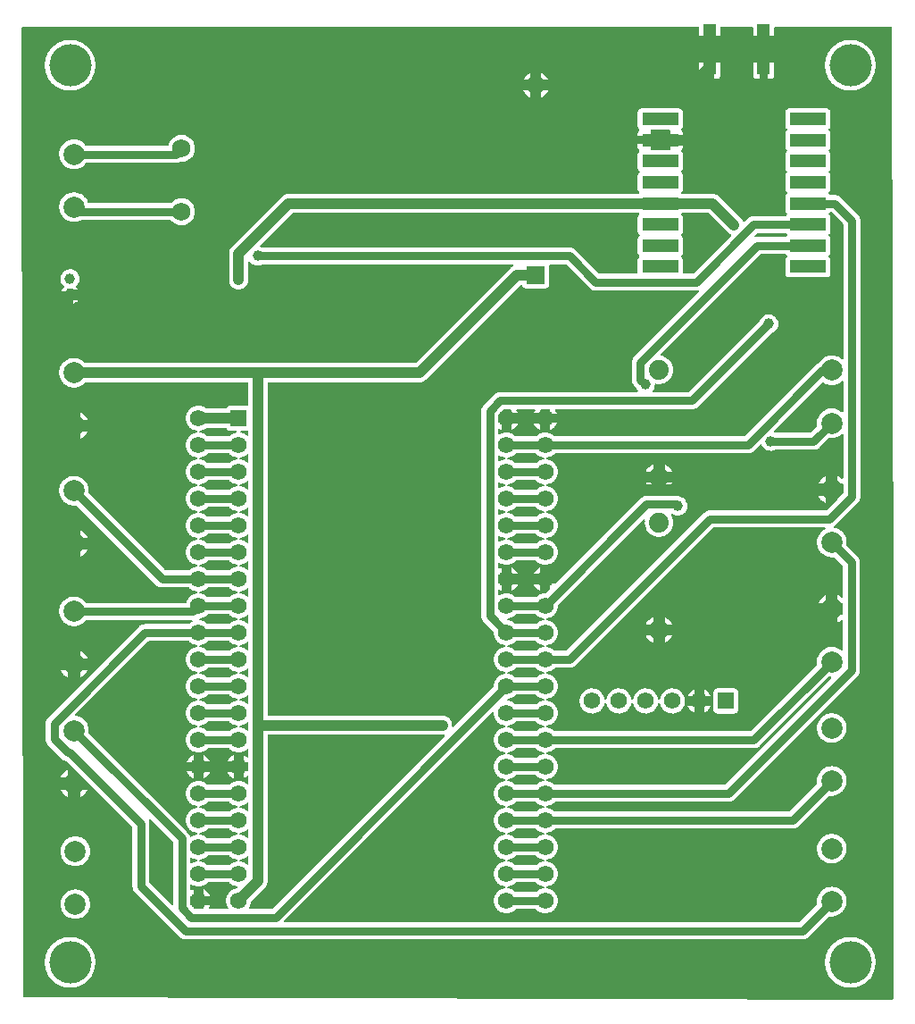
<source format=gbl>
G04 Layer: BottomLayer*
G04 EasyEDA v6.5.42, 2024-04-02 15:40:29*
G04 8b502a5043014c5c8b579c1251e0877e,acb5ada5342d49438264df6f97d5643c,10*
G04 Gerber Generator version 0.2*
G04 Scale: 100 percent, Rotated: No, Reflected: No *
G04 Dimensions in millimeters *
G04 leading zeros omitted , absolute positions ,4 integer and 5 decimal *
%FSLAX45Y45*%
%MOMM*%

%ADD10C,1.0000*%
%ADD11C,0.8000*%
%ADD12R,1.2000X4.8000*%
%ADD13C,2.0000*%
%ADD14C,1.8796*%
%ADD15C,1.5748*%
%ADD16R,1.5748X1.5748*%
%ADD17R,3.5000X1.2000*%
%ADD18C,1.7500*%
%ADD19R,1.7500X1.7500*%
%ADD20C,1.5601*%
%ADD21R,1.5601X1.5601*%
%ADD22C,4.0000*%
%ADD23C,1.5600*%
%ADD24C,0.0160*%

%LPD*%
G36*
X9298381Y-1853590D02*
G01*
X1064717Y-1828292D01*
X1060856Y-1827530D01*
X1057554Y-1825345D01*
X1055319Y-1822043D01*
X1054557Y-1818132D01*
X1041958Y7355331D01*
X1042720Y7359192D01*
X1044905Y7362494D01*
X1048207Y7364730D01*
X1052118Y7365492D01*
X7457541Y7365492D01*
X7461402Y7364730D01*
X7464704Y7362494D01*
X7466888Y7359243D01*
X7467701Y7355331D01*
X7467701Y7276439D01*
X7531811Y7276439D01*
X7531811Y7355331D01*
X7532624Y7359243D01*
X7534808Y7362494D01*
X7538110Y7364730D01*
X7541971Y7365492D01*
X7594396Y7365492D01*
X7598257Y7364730D01*
X7601559Y7362494D01*
X7603744Y7359243D01*
X7604556Y7355331D01*
X7604556Y7276439D01*
X7668717Y7276439D01*
X7668717Y7355331D01*
X7669479Y7359243D01*
X7671663Y7362494D01*
X7674965Y7364730D01*
X7678877Y7365492D01*
X7967522Y7365492D01*
X7971434Y7364730D01*
X7974685Y7362494D01*
X7976920Y7359243D01*
X7977682Y7355331D01*
X7977682Y7276439D01*
X8041843Y7276439D01*
X8041843Y7355331D01*
X8042605Y7359243D01*
X8044840Y7362494D01*
X8048091Y7364730D01*
X8052003Y7365492D01*
X8104378Y7365492D01*
X8108289Y7364730D01*
X8111540Y7362494D01*
X8113775Y7359243D01*
X8114538Y7355331D01*
X8114538Y7276439D01*
X8178698Y7276439D01*
X8178698Y7355331D01*
X8179460Y7359243D01*
X8181695Y7362494D01*
X8184946Y7364730D01*
X8188858Y7365492D01*
X9285833Y7365492D01*
X9289694Y7364730D01*
X9292996Y7362545D01*
X9295180Y7359243D01*
X9295993Y7355331D01*
X9308592Y1633931D01*
X9308592Y-1843430D01*
X9307830Y-1847291D01*
X9305594Y-1850593D01*
X9302292Y-1852828D01*
G37*

%LPC*%
G36*
X1489202Y-1740255D02*
G01*
X1510792Y-1740255D01*
X1532280Y-1738325D01*
X1553514Y-1734464D01*
X1574292Y-1728724D01*
X1594510Y-1721154D01*
X1613966Y-1711807D01*
X1632508Y-1700733D01*
X1649933Y-1688033D01*
X1666189Y-1673860D01*
X1681124Y-1658213D01*
X1694586Y-1641348D01*
X1706473Y-1623364D01*
X1716684Y-1604365D01*
X1725168Y-1584502D01*
X1731822Y-1563979D01*
X1736648Y-1542948D01*
X1739544Y-1521561D01*
X1740509Y-1500022D01*
X1739544Y-1478432D01*
X1736648Y-1457045D01*
X1731822Y-1436014D01*
X1725168Y-1415491D01*
X1716684Y-1395679D01*
X1706473Y-1376629D01*
X1694586Y-1358646D01*
X1681124Y-1341780D01*
X1666189Y-1326184D01*
X1649933Y-1311960D01*
X1632508Y-1299311D01*
X1613966Y-1288237D01*
X1594510Y-1278839D01*
X1574292Y-1271270D01*
X1553514Y-1265529D01*
X1532280Y-1261668D01*
X1510792Y-1259738D01*
X1489202Y-1259738D01*
X1467713Y-1261668D01*
X1446479Y-1265529D01*
X1425702Y-1271270D01*
X1405483Y-1278839D01*
X1386027Y-1288237D01*
X1367485Y-1299311D01*
X1350060Y-1311960D01*
X1333804Y-1326184D01*
X1318869Y-1341780D01*
X1305407Y-1358646D01*
X1293520Y-1376629D01*
X1283309Y-1395679D01*
X1274826Y-1415491D01*
X1268171Y-1436014D01*
X1263345Y-1457045D01*
X1260449Y-1478432D01*
X1259484Y-1500022D01*
X1260449Y-1521561D01*
X1263345Y-1542948D01*
X1268171Y-1563979D01*
X1274826Y-1584502D01*
X1283309Y-1604365D01*
X1293520Y-1623364D01*
X1305407Y-1641348D01*
X1318869Y-1658213D01*
X1333804Y-1673860D01*
X1350060Y-1688033D01*
X1367485Y-1700733D01*
X1386027Y-1711807D01*
X1405483Y-1721154D01*
X1425702Y-1728724D01*
X1446479Y-1734464D01*
X1467713Y-1738325D01*
G37*
G36*
X8889187Y-1740255D02*
G01*
X8910777Y-1740255D01*
X8932265Y-1738325D01*
X8953500Y-1734464D01*
X8974277Y-1728724D01*
X8994495Y-1721154D01*
X9013952Y-1711807D01*
X9032494Y-1700733D01*
X9049918Y-1688033D01*
X9066174Y-1673860D01*
X9081109Y-1658213D01*
X9094571Y-1641348D01*
X9106458Y-1623364D01*
X9116669Y-1604365D01*
X9125153Y-1584502D01*
X9131808Y-1563979D01*
X9136634Y-1542948D01*
X9139529Y-1521561D01*
X9140494Y-1500022D01*
X9139529Y-1478432D01*
X9136634Y-1457045D01*
X9131808Y-1436014D01*
X9125153Y-1415491D01*
X9116669Y-1395679D01*
X9106458Y-1376629D01*
X9094571Y-1358646D01*
X9081109Y-1341780D01*
X9066174Y-1326184D01*
X9049918Y-1311960D01*
X9032494Y-1299311D01*
X9013952Y-1288237D01*
X8994495Y-1278839D01*
X8974277Y-1271270D01*
X8953500Y-1265529D01*
X8932265Y-1261668D01*
X8910777Y-1259738D01*
X8889187Y-1259738D01*
X8867698Y-1261668D01*
X8846464Y-1265529D01*
X8825687Y-1271270D01*
X8805468Y-1278839D01*
X8786012Y-1288237D01*
X8767470Y-1299311D01*
X8750046Y-1311960D01*
X8733790Y-1326184D01*
X8718854Y-1341780D01*
X8705392Y-1358646D01*
X8693505Y-1376629D01*
X8683294Y-1395679D01*
X8674811Y-1415491D01*
X8668156Y-1436014D01*
X8663330Y-1457045D01*
X8660434Y-1478432D01*
X8659469Y-1500022D01*
X8660434Y-1521561D01*
X8663330Y-1542948D01*
X8668156Y-1563979D01*
X8674811Y-1584502D01*
X8683294Y-1604365D01*
X8693505Y-1623364D01*
X8705392Y-1641348D01*
X8718854Y-1658213D01*
X8733790Y-1673860D01*
X8750046Y-1688033D01*
X8767470Y-1700733D01*
X8786012Y-1711807D01*
X8805468Y-1721154D01*
X8825687Y-1728724D01*
X8846464Y-1734464D01*
X8867698Y-1738325D01*
G37*
G36*
X2593898Y-1281887D02*
G01*
X8450275Y-1281836D01*
X8459622Y-1280972D01*
X8462213Y-1280515D01*
X8471357Y-1278229D01*
X8473846Y-1277416D01*
X8482533Y-1273810D01*
X8484920Y-1272641D01*
X8495131Y-1266291D01*
X8502345Y-1260246D01*
X8695842Y-1066850D01*
X8698280Y-1065072D01*
X8701125Y-1064056D01*
X8704173Y-1063955D01*
X8715806Y-1065276D01*
X8731808Y-1065276D01*
X8747760Y-1063447D01*
X8763406Y-1059840D01*
X8778494Y-1054455D01*
X8792870Y-1047343D01*
X8806383Y-1038707D01*
X8818829Y-1028547D01*
X8830005Y-1017016D01*
X8839758Y-1004316D01*
X8848039Y-990600D01*
X8854744Y-976020D01*
X8859672Y-960729D01*
X8862872Y-945032D01*
X8864244Y-929030D01*
X8863787Y-913028D01*
X8861501Y-897128D01*
X8857437Y-881634D01*
X8851595Y-866648D01*
X8844127Y-852474D01*
X8835085Y-839216D01*
X8824569Y-827125D01*
X8812733Y-816254D01*
X8799779Y-806856D01*
X8785809Y-798931D01*
X8771026Y-792734D01*
X8755634Y-788212D01*
X8739835Y-785469D01*
X8723833Y-784555D01*
X8707780Y-785469D01*
X8691981Y-788212D01*
X8676589Y-792734D01*
X8661806Y-798931D01*
X8647836Y-806856D01*
X8634882Y-816254D01*
X8623046Y-827125D01*
X8612530Y-839216D01*
X8603488Y-852474D01*
X8596020Y-866648D01*
X8590178Y-881634D01*
X8586114Y-897128D01*
X8583828Y-913028D01*
X8583371Y-929030D01*
X8584742Y-945134D01*
X8584184Y-949452D01*
X8581796Y-953160D01*
X8417102Y-1117904D01*
X8413800Y-1120089D01*
X8409889Y-1120851D01*
X3539490Y-1120851D01*
X3535629Y-1120089D01*
X3532327Y-1117904D01*
X3530142Y-1114602D01*
X3529329Y-1110691D01*
X3530142Y-1106830D01*
X3532327Y-1103528D01*
X5502452Y866597D01*
X5505653Y868730D01*
X5509412Y869543D01*
X5513222Y868883D01*
X5516473Y866851D01*
X5518759Y863752D01*
X5519775Y860044D01*
X5520537Y847242D01*
X5523331Y832662D01*
X5527954Y818489D01*
X5534304Y805027D01*
X5542229Y792480D01*
X5551728Y780999D01*
X5562600Y770839D01*
X5574639Y762050D01*
X5587644Y754888D01*
X5601512Y749401D01*
X5615889Y745744D01*
X5620105Y745185D01*
X5624017Y743813D01*
X5627065Y741019D01*
X5628741Y737209D01*
X5628741Y733044D01*
X5627065Y729234D01*
X5624017Y726389D01*
X5620105Y725017D01*
X5615889Y724509D01*
X5601512Y720801D01*
X5587644Y715314D01*
X5574639Y708152D01*
X5562600Y699414D01*
X5551728Y689203D01*
X5542229Y677773D01*
X5534304Y665175D01*
X5527954Y651713D01*
X5523331Y637590D01*
X5520537Y622960D01*
X5519623Y608126D01*
X5520537Y593242D01*
X5523331Y578662D01*
X5527954Y564489D01*
X5534304Y551027D01*
X5542229Y538480D01*
X5551728Y526999D01*
X5562600Y516839D01*
X5574639Y508050D01*
X5587644Y500888D01*
X5601512Y495401D01*
X5615889Y491743D01*
X5620105Y491185D01*
X5624017Y489813D01*
X5627065Y487019D01*
X5628741Y483209D01*
X5628741Y479043D01*
X5627065Y475234D01*
X5624017Y472389D01*
X5620105Y471017D01*
X5615889Y470509D01*
X5601512Y466801D01*
X5587644Y461314D01*
X5574639Y454151D01*
X5562600Y445414D01*
X5551728Y435203D01*
X5542229Y423773D01*
X5534304Y411175D01*
X5527954Y397713D01*
X5523331Y383590D01*
X5520537Y368960D01*
X5519623Y354126D01*
X5520537Y339242D01*
X5523331Y324662D01*
X5527954Y310489D01*
X5534304Y297027D01*
X5542229Y284480D01*
X5551728Y272999D01*
X5562600Y262839D01*
X5574639Y254050D01*
X5587644Y246888D01*
X5601512Y241401D01*
X5615889Y237744D01*
X5620105Y237185D01*
X5624017Y235813D01*
X5627065Y233019D01*
X5628741Y229209D01*
X5628741Y225044D01*
X5627065Y221234D01*
X5624017Y218389D01*
X5620105Y217017D01*
X5615889Y216509D01*
X5601512Y212801D01*
X5587644Y207314D01*
X5574639Y200152D01*
X5562600Y191414D01*
X5551728Y181203D01*
X5542229Y169773D01*
X5534304Y157175D01*
X5527954Y143713D01*
X5523331Y129590D01*
X5520537Y114960D01*
X5519623Y100126D01*
X5520537Y85242D01*
X5523331Y70662D01*
X5527954Y56489D01*
X5534304Y43027D01*
X5542229Y30480D01*
X5551728Y18999D01*
X5562600Y8839D01*
X5574639Y50D01*
X5587644Y-7112D01*
X5601512Y-12598D01*
X5615889Y-16256D01*
X5620105Y-16814D01*
X5624017Y-18186D01*
X5627065Y-20980D01*
X5628741Y-24790D01*
X5628741Y-28956D01*
X5627065Y-32766D01*
X5624017Y-35610D01*
X5620105Y-36982D01*
X5615889Y-37490D01*
X5601512Y-41198D01*
X5587644Y-46685D01*
X5574639Y-53848D01*
X5562600Y-62585D01*
X5551728Y-72796D01*
X5542229Y-84226D01*
X5534304Y-96824D01*
X5527954Y-110286D01*
X5523331Y-124409D01*
X5520537Y-139039D01*
X5519623Y-153873D01*
X5520537Y-168757D01*
X5523331Y-183337D01*
X5527954Y-197510D01*
X5534304Y-210972D01*
X5542229Y-223520D01*
X5551728Y-235000D01*
X5562600Y-245160D01*
X5574639Y-253949D01*
X5587644Y-261112D01*
X5601512Y-266598D01*
X5615889Y-270256D01*
X5620105Y-270814D01*
X5624017Y-272186D01*
X5627065Y-274980D01*
X5628741Y-278790D01*
X5628741Y-282956D01*
X5627065Y-286766D01*
X5624017Y-289610D01*
X5620105Y-290982D01*
X5615889Y-291490D01*
X5601512Y-295198D01*
X5587644Y-300685D01*
X5574639Y-307848D01*
X5562600Y-316585D01*
X5551728Y-326796D01*
X5542229Y-338226D01*
X5534304Y-350824D01*
X5527954Y-364286D01*
X5523331Y-378409D01*
X5520537Y-393039D01*
X5519623Y-407873D01*
X5520537Y-422757D01*
X5523331Y-437337D01*
X5527954Y-451510D01*
X5534304Y-464972D01*
X5542229Y-477520D01*
X5551728Y-489000D01*
X5562600Y-499160D01*
X5574639Y-507949D01*
X5587644Y-515112D01*
X5601512Y-520598D01*
X5615889Y-524256D01*
X5620105Y-524814D01*
X5624017Y-526186D01*
X5627065Y-528980D01*
X5628741Y-532790D01*
X5628741Y-536956D01*
X5627065Y-540766D01*
X5624017Y-543610D01*
X5620105Y-544982D01*
X5615889Y-545490D01*
X5601512Y-549198D01*
X5587644Y-554685D01*
X5574639Y-561848D01*
X5562600Y-570585D01*
X5551728Y-580796D01*
X5542229Y-592226D01*
X5534304Y-604824D01*
X5527954Y-618286D01*
X5523331Y-632409D01*
X5520537Y-647039D01*
X5519623Y-661873D01*
X5520537Y-676757D01*
X5523331Y-691337D01*
X5527954Y-705510D01*
X5534304Y-718972D01*
X5542229Y-731520D01*
X5551728Y-743000D01*
X5562600Y-753160D01*
X5574639Y-761949D01*
X5587644Y-769112D01*
X5601512Y-774598D01*
X5615889Y-778256D01*
X5620105Y-778814D01*
X5624017Y-780186D01*
X5627065Y-782980D01*
X5628741Y-786790D01*
X5628741Y-790956D01*
X5627065Y-794766D01*
X5624017Y-797610D01*
X5620105Y-798982D01*
X5615889Y-799490D01*
X5601512Y-803198D01*
X5587644Y-808685D01*
X5574639Y-815848D01*
X5562600Y-824585D01*
X5551728Y-834796D01*
X5542229Y-846226D01*
X5534304Y-858824D01*
X5527954Y-872286D01*
X5523331Y-886409D01*
X5520537Y-901039D01*
X5519623Y-915873D01*
X5520537Y-930757D01*
X5523331Y-945337D01*
X5527954Y-959510D01*
X5534304Y-972972D01*
X5542229Y-985519D01*
X5551728Y-997000D01*
X5562600Y-1007160D01*
X5574639Y-1015949D01*
X5587644Y-1023112D01*
X5601512Y-1028598D01*
X5615889Y-1032256D01*
X5630672Y-1034135D01*
X5645556Y-1034135D01*
X5660339Y-1032256D01*
X5674715Y-1028598D01*
X5688584Y-1023112D01*
X5701588Y-1015949D01*
X5713628Y-1007160D01*
X5722213Y-999134D01*
X5725414Y-997102D01*
X5729173Y-996391D01*
X5915253Y-996391D01*
X5919012Y-997102D01*
X5922213Y-999134D01*
X5930747Y-1007160D01*
X5942787Y-1015949D01*
X5955842Y-1023112D01*
X5969660Y-1028598D01*
X5984087Y-1032256D01*
X5998870Y-1034135D01*
X6013704Y-1034135D01*
X6028486Y-1032256D01*
X6042914Y-1028598D01*
X6056731Y-1023112D01*
X6069787Y-1015949D01*
X6081826Y-1007160D01*
X6092647Y-997000D01*
X6102146Y-985519D01*
X6110122Y-972972D01*
X6116472Y-959510D01*
X6121044Y-945337D01*
X6123838Y-930757D01*
X6124752Y-915873D01*
X6123838Y-901039D01*
X6121044Y-886409D01*
X6116472Y-872286D01*
X6110122Y-858824D01*
X6102146Y-846226D01*
X6092647Y-834796D01*
X6081826Y-824585D01*
X6069787Y-815848D01*
X6056731Y-808685D01*
X6042914Y-803198D01*
X6028486Y-799490D01*
X6024270Y-798982D01*
X6020358Y-797610D01*
X6017260Y-794766D01*
X6015634Y-790956D01*
X6015634Y-786790D01*
X6017260Y-782980D01*
X6020358Y-780186D01*
X6024270Y-778814D01*
X6028486Y-778256D01*
X6042914Y-774598D01*
X6056731Y-769112D01*
X6069787Y-761949D01*
X6081826Y-753160D01*
X6092647Y-743000D01*
X6102146Y-731520D01*
X6110122Y-718972D01*
X6116472Y-705510D01*
X6121044Y-691337D01*
X6123838Y-676757D01*
X6124752Y-661873D01*
X6123838Y-647039D01*
X6121044Y-632409D01*
X6116472Y-618286D01*
X6110122Y-604824D01*
X6102146Y-592226D01*
X6092647Y-580796D01*
X6081826Y-570585D01*
X6069787Y-561848D01*
X6056731Y-554685D01*
X6042914Y-549198D01*
X6028486Y-545490D01*
X6024270Y-544982D01*
X6020358Y-543610D01*
X6017260Y-540766D01*
X6015634Y-536956D01*
X6015634Y-532790D01*
X6017260Y-528980D01*
X6020358Y-526186D01*
X6024270Y-524814D01*
X6028486Y-524256D01*
X6042914Y-520598D01*
X6056731Y-515112D01*
X6069787Y-507949D01*
X6081826Y-499160D01*
X6092647Y-489000D01*
X6102146Y-477520D01*
X6110122Y-464972D01*
X6116472Y-451510D01*
X6121044Y-437337D01*
X6123838Y-422757D01*
X6124752Y-407873D01*
X6123838Y-393039D01*
X6121044Y-378409D01*
X6116472Y-364286D01*
X6110122Y-350824D01*
X6102146Y-338226D01*
X6092647Y-326796D01*
X6081826Y-316585D01*
X6069787Y-307848D01*
X6056731Y-300685D01*
X6042914Y-295198D01*
X6028486Y-291490D01*
X6024270Y-290982D01*
X6020358Y-289610D01*
X6017260Y-286766D01*
X6015634Y-282956D01*
X6015634Y-278790D01*
X6017260Y-274980D01*
X6020358Y-272186D01*
X6024270Y-270814D01*
X6028486Y-270256D01*
X6042914Y-266598D01*
X6056731Y-261112D01*
X6069787Y-253949D01*
X6081826Y-245160D01*
X6090361Y-237134D01*
X6093561Y-235102D01*
X6097320Y-234391D01*
X8354771Y-234340D01*
X8364118Y-233476D01*
X8366709Y-233019D01*
X8375853Y-230733D01*
X8378342Y-229920D01*
X8387029Y-226314D01*
X8389416Y-225145D01*
X8399627Y-218795D01*
X8406841Y-212750D01*
X8695842Y76149D01*
X8698280Y77927D01*
X8701125Y78943D01*
X8704173Y79044D01*
X8715806Y77724D01*
X8731808Y77724D01*
X8747760Y79552D01*
X8763406Y83159D01*
X8778494Y88544D01*
X8792870Y95656D01*
X8806383Y104292D01*
X8818829Y114452D01*
X8830005Y125983D01*
X8839758Y138684D01*
X8848039Y152400D01*
X8854744Y166979D01*
X8859672Y182270D01*
X8862872Y197967D01*
X8864244Y213969D01*
X8863787Y229971D01*
X8861501Y245871D01*
X8857437Y261366D01*
X8851595Y276352D01*
X8844127Y290525D01*
X8835085Y303784D01*
X8824569Y315874D01*
X8812733Y326745D01*
X8799779Y336143D01*
X8785809Y344068D01*
X8771026Y350266D01*
X8755634Y354787D01*
X8739835Y357530D01*
X8723833Y358444D01*
X8707780Y357530D01*
X8691981Y354787D01*
X8676589Y350266D01*
X8661806Y344068D01*
X8647836Y336143D01*
X8634882Y326745D01*
X8623046Y315874D01*
X8612530Y303784D01*
X8603488Y290525D01*
X8596020Y276352D01*
X8590178Y261366D01*
X8586114Y245871D01*
X8583828Y229971D01*
X8583371Y213969D01*
X8584742Y197866D01*
X8584184Y193548D01*
X8581796Y189839D01*
X8321598Y-70408D01*
X8318296Y-72593D01*
X8314385Y-73355D01*
X6097320Y-73355D01*
X6093561Y-72644D01*
X6090361Y-70612D01*
X6081826Y-62585D01*
X6069787Y-53848D01*
X6056731Y-46685D01*
X6042914Y-41198D01*
X6028486Y-37490D01*
X6024270Y-36982D01*
X6020358Y-35610D01*
X6017260Y-32766D01*
X6015634Y-28956D01*
X6015634Y-24790D01*
X6017260Y-20980D01*
X6020358Y-18186D01*
X6024270Y-16814D01*
X6028486Y-16256D01*
X6042914Y-12598D01*
X6056731Y-7112D01*
X6069787Y50D01*
X6081826Y8839D01*
X6090361Y16865D01*
X6093561Y18897D01*
X6097320Y19608D01*
X7743393Y19659D01*
X7752740Y20523D01*
X7755331Y20980D01*
X7764475Y23266D01*
X7766964Y24079D01*
X7775651Y27686D01*
X7777988Y28854D01*
X7788198Y35204D01*
X7795463Y41249D01*
X8970162Y1215948D01*
X8976156Y1223213D01*
X8977680Y1225346D01*
X8982557Y1233424D01*
X8983726Y1235760D01*
X8987332Y1244447D01*
X8988145Y1246936D01*
X8990431Y1256080D01*
X8991752Y1268018D01*
X8991752Y2293924D01*
X8990431Y2305862D01*
X8988145Y2315006D01*
X8987332Y2317496D01*
X8983726Y2326182D01*
X8982557Y2328519D01*
X8977680Y2336596D01*
X8976156Y2338730D01*
X8970162Y2345994D01*
X8865819Y2450439D01*
X8863431Y2454148D01*
X8862872Y2458466D01*
X8864244Y2474569D01*
X8863787Y2490571D01*
X8861501Y2506472D01*
X8857437Y2521966D01*
X8851595Y2536952D01*
X8844127Y2551125D01*
X8835085Y2564384D01*
X8824569Y2576474D01*
X8812733Y2587345D01*
X8799779Y2596743D01*
X8785809Y2604668D01*
X8771026Y2610866D01*
X8755634Y2615387D01*
X8751011Y2616200D01*
X8747252Y2617673D01*
X8744356Y2620467D01*
X8742781Y2624175D01*
X8742781Y2628188D01*
X8744305Y2631897D01*
X8747201Y2634742D01*
X8752636Y2638247D01*
X8759698Y2644140D01*
X8973616Y2858058D01*
X8979611Y2865323D01*
X8981135Y2867456D01*
X8986012Y2875534D01*
X8987180Y2877870D01*
X8990787Y2886557D01*
X8991600Y2889046D01*
X8993886Y2898190D01*
X8995206Y2910128D01*
X8995206Y5532170D01*
X8993886Y5544108D01*
X8991600Y5553252D01*
X8990787Y5555742D01*
X8987180Y5564428D01*
X8986012Y5566765D01*
X8981135Y5574842D01*
X8979611Y5576976D01*
X8973616Y5584240D01*
X8807754Y5750102D01*
X8800541Y5756097D01*
X8798356Y5757621D01*
X8790330Y5762498D01*
X8787942Y5763666D01*
X8779256Y5767273D01*
X8776766Y5768086D01*
X8767622Y5770372D01*
X8765032Y5770778D01*
X8752789Y5771743D01*
X8712860Y5771743D01*
X8708491Y5772708D01*
X8704986Y5775452D01*
X8701430Y5779820D01*
X8697112Y5783326D01*
X8694369Y5786831D01*
X8693404Y5791200D01*
X8694369Y5795568D01*
X8697112Y5799074D01*
X8701430Y5802579D01*
X8706459Y5808726D01*
X8710168Y5815736D01*
X8712504Y5823305D01*
X8713317Y5831687D01*
X8713317Y5950712D01*
X8712504Y5959094D01*
X8710168Y5966663D01*
X8706459Y5973673D01*
X8701430Y5979820D01*
X8697112Y5983325D01*
X8694369Y5986830D01*
X8693404Y5991199D01*
X8694369Y5995568D01*
X8697112Y5999073D01*
X8701430Y6002578D01*
X8706459Y6008725D01*
X8710168Y6015736D01*
X8712504Y6023305D01*
X8713317Y6031687D01*
X8713317Y6150711D01*
X8712504Y6159093D01*
X8710168Y6166662D01*
X8706459Y6173673D01*
X8701430Y6179820D01*
X8697112Y6183325D01*
X8694369Y6186830D01*
X8693404Y6191199D01*
X8694369Y6195568D01*
X8697112Y6199073D01*
X8701430Y6202578D01*
X8706459Y6208725D01*
X8710168Y6215735D01*
X8712504Y6223304D01*
X8713317Y6231686D01*
X8713317Y6350711D01*
X8712504Y6359093D01*
X8710168Y6366662D01*
X8706459Y6373672D01*
X8701430Y6379819D01*
X8697112Y6383324D01*
X8694369Y6386880D01*
X8693404Y6391198D01*
X8694369Y6395567D01*
X8697112Y6399072D01*
X8701430Y6402578D01*
X8706459Y6408724D01*
X8710168Y6415735D01*
X8712504Y6423304D01*
X8713317Y6431686D01*
X8713317Y6550710D01*
X8712504Y6559092D01*
X8710168Y6566662D01*
X8706459Y6573672D01*
X8701430Y6579819D01*
X8695283Y6584848D01*
X8688273Y6588556D01*
X8680704Y6590893D01*
X8672322Y6591706D01*
X8323325Y6591706D01*
X8314893Y6590893D01*
X8307324Y6588556D01*
X8300313Y6584848D01*
X8294217Y6579819D01*
X8289137Y6573672D01*
X8285429Y6566662D01*
X8283143Y6559092D01*
X8282279Y6550710D01*
X8282279Y6431686D01*
X8283143Y6423304D01*
X8285429Y6415735D01*
X8289137Y6408724D01*
X8294217Y6402578D01*
X8298484Y6399072D01*
X8301228Y6395567D01*
X8302244Y6391198D01*
X8301228Y6386880D01*
X8298484Y6383324D01*
X8294217Y6379819D01*
X8289137Y6373672D01*
X8285429Y6366662D01*
X8283143Y6359093D01*
X8282279Y6350711D01*
X8282279Y6231686D01*
X8283143Y6223304D01*
X8285429Y6215735D01*
X8289137Y6208725D01*
X8294217Y6202578D01*
X8298484Y6199073D01*
X8301228Y6195568D01*
X8302193Y6191199D01*
X8301228Y6186830D01*
X8298484Y6183325D01*
X8294217Y6179820D01*
X8289137Y6173673D01*
X8285429Y6166662D01*
X8283143Y6159093D01*
X8282279Y6150711D01*
X8282279Y6031687D01*
X8283143Y6023305D01*
X8285429Y6015736D01*
X8289137Y6008725D01*
X8294217Y6002578D01*
X8298484Y5999073D01*
X8301228Y5995568D01*
X8302193Y5991199D01*
X8301228Y5986830D01*
X8298484Y5983325D01*
X8294217Y5979820D01*
X8289137Y5973673D01*
X8285429Y5966663D01*
X8283143Y5959094D01*
X8282279Y5950712D01*
X8282279Y5831687D01*
X8283143Y5823305D01*
X8285429Y5815736D01*
X8289137Y5808726D01*
X8294217Y5802579D01*
X8298484Y5799074D01*
X8301228Y5795568D01*
X8302193Y5791200D01*
X8301228Y5786831D01*
X8298484Y5783326D01*
X8294217Y5779820D01*
X8289137Y5773674D01*
X8285429Y5766663D01*
X8283143Y5759094D01*
X8282279Y5750712D01*
X8282279Y5631688D01*
X8283143Y5623306D01*
X8285429Y5615736D01*
X8289137Y5608726D01*
X8294217Y5602579D01*
X8298484Y5599074D01*
X8301228Y5595569D01*
X8302193Y5591200D01*
X8301228Y5586831D01*
X8298484Y5583326D01*
X8294217Y5579821D01*
X8290610Y5575452D01*
X8287105Y5572709D01*
X8282736Y5571744D01*
X7982458Y5571642D01*
X7973110Y5570778D01*
X7970520Y5570372D01*
X7961375Y5568086D01*
X7958886Y5567273D01*
X7950200Y5563666D01*
X7947863Y5562498D01*
X7939786Y5557621D01*
X7937652Y5556097D01*
X7930388Y5550103D01*
X7897977Y5517743D01*
X7894675Y5515559D01*
X7890814Y5514746D01*
X7886903Y5515508D01*
X7883652Y5517692D01*
X7881416Y5520994D01*
X7880146Y5524093D01*
X7876235Y5531815D01*
X7874203Y5535218D01*
X7869428Y5542127D01*
X7866786Y5545480D01*
X7861249Y5551525D01*
X7657744Y5755030D01*
X7650530Y5761532D01*
X7648397Y5763209D01*
X7640421Y5768644D01*
X7638084Y5770016D01*
X7629448Y5774283D01*
X7626908Y5775350D01*
X7617815Y5778398D01*
X7615174Y5779109D01*
X7602981Y5781243D01*
X7593279Y5781700D01*
X7304379Y5781700D01*
X7300315Y5782564D01*
X7296962Y5784951D01*
X7294829Y5788456D01*
X7294219Y5792520D01*
X7295337Y5796534D01*
X7297928Y5799734D01*
X7301382Y5802579D01*
X7306462Y5808726D01*
X7310170Y5815736D01*
X7312456Y5823305D01*
X7313320Y5831687D01*
X7313320Y5950712D01*
X7312456Y5959094D01*
X7310170Y5966663D01*
X7306462Y5973673D01*
X7301382Y5979820D01*
X7297115Y5983325D01*
X7294372Y5986830D01*
X7293406Y5991199D01*
X7294372Y5995568D01*
X7297115Y5999073D01*
X7301382Y6002578D01*
X7306462Y6008725D01*
X7310170Y6015736D01*
X7312456Y6023305D01*
X7313320Y6031687D01*
X7313320Y6150711D01*
X7312456Y6159093D01*
X7310170Y6166662D01*
X7306462Y6173673D01*
X7301382Y6179820D01*
X7297115Y6183325D01*
X7294372Y6186830D01*
X7293406Y6191199D01*
X7294372Y6195568D01*
X7297115Y6199073D01*
X7301382Y6202578D01*
X7306462Y6208725D01*
X7310170Y6215735D01*
X7312456Y6223304D01*
X7313320Y6231686D01*
X7313320Y6254851D01*
X7191654Y6254851D01*
X7191654Y6201867D01*
X7190892Y6197955D01*
X7188657Y6194704D01*
X7185355Y6192469D01*
X7181494Y6191707D01*
X7014108Y6191707D01*
X7010196Y6192469D01*
X7006945Y6194704D01*
X7004710Y6197955D01*
X7003948Y6201867D01*
X7003948Y6254851D01*
X6882282Y6254851D01*
X6882282Y6231686D01*
X6883095Y6223304D01*
X6885431Y6215735D01*
X6889140Y6208725D01*
X6894169Y6202578D01*
X6898487Y6199073D01*
X6901230Y6195568D01*
X6902196Y6191199D01*
X6901230Y6186830D01*
X6898487Y6183325D01*
X6894169Y6179820D01*
X6889140Y6173673D01*
X6885431Y6166662D01*
X6883095Y6159093D01*
X6882282Y6150711D01*
X6882282Y6031687D01*
X6883095Y6023305D01*
X6885431Y6015736D01*
X6889140Y6008725D01*
X6894169Y6002578D01*
X6898487Y5999073D01*
X6901230Y5995568D01*
X6902196Y5991199D01*
X6901230Y5986830D01*
X6898487Y5983325D01*
X6894169Y5979820D01*
X6889140Y5973673D01*
X6885431Y5966663D01*
X6883095Y5959094D01*
X6882282Y5950712D01*
X6882282Y5831687D01*
X6883095Y5823305D01*
X6885431Y5815736D01*
X6889140Y5808726D01*
X6894169Y5802579D01*
X6897674Y5799734D01*
X6900265Y5796534D01*
X6901383Y5792520D01*
X6900773Y5788456D01*
X6898640Y5784951D01*
X6895287Y5782564D01*
X6891223Y5781700D01*
X3572306Y5781700D01*
X3562604Y5781243D01*
X3550462Y5779109D01*
X3538677Y5775350D01*
X3536137Y5774283D01*
X3527551Y5770016D01*
X3525164Y5768644D01*
X3515055Y5761532D01*
X3507892Y5755030D01*
X3034284Y5281472D01*
X3027781Y5274259D01*
X3020720Y5264150D01*
X3019298Y5261762D01*
X3015030Y5253177D01*
X3013964Y5250637D01*
X3010916Y5241544D01*
X3010204Y5238851D01*
X3008426Y5229402D01*
X3008122Y5226710D01*
X3007614Y5217007D01*
X3007614Y4966208D01*
X3007817Y4959705D01*
X3008477Y4953711D01*
X3009595Y4947208D01*
X3010966Y4941671D01*
X3013100Y4935067D01*
X3015081Y4930038D01*
X3018231Y4923485D01*
X3020771Y4919065D01*
X3024936Y4912766D01*
X3027883Y4909007D01*
X3033064Y4903114D01*
X3036265Y4899964D01*
X3042462Y4894681D01*
X3045815Y4892192D01*
X3052978Y4887620D01*
X3056382Y4885740D01*
X3064357Y4882083D01*
X3067659Y4880813D01*
X3076346Y4878171D01*
X3079546Y4877460D01*
X3088792Y4876038D01*
X3091789Y4875784D01*
X3101441Y4875580D01*
X3104083Y4875733D01*
X3116275Y4877358D01*
X3128416Y4880762D01*
X3139744Y4885690D01*
X3150311Y4892141D01*
X3159912Y4899914D01*
X3167380Y4907838D01*
X3174847Y4918100D01*
X3180791Y4929225D01*
X3185109Y4941112D01*
X3187700Y4953457D01*
X3188614Y4966411D01*
X3188614Y5130749D01*
X3189478Y5134762D01*
X3191814Y5138166D01*
X3195320Y5140299D01*
X3199384Y5140909D01*
X3203346Y5139842D01*
X3206546Y5137302D01*
X3212846Y5129784D01*
X3222244Y5121351D01*
X3232708Y5114290D01*
X3244037Y5108752D01*
X3256076Y5104841D01*
X3268472Y5102656D01*
X3281121Y5102199D01*
X3293668Y5103520D01*
X3305911Y5106568D01*
X3317798Y5111394D01*
X3321608Y5112105D01*
X5693359Y5112105D01*
X5697677Y5111140D01*
X5701182Y5108397D01*
X5703214Y5104434D01*
X5703316Y5100015D01*
X5701538Y5095951D01*
X5698185Y5093004D01*
X5692190Y5089804D01*
X5684418Y5084521D01*
X5682234Y5082794D01*
X5675071Y5076291D01*
X4778095Y4179315D01*
X4774793Y4177131D01*
X4770882Y4176369D01*
X1648612Y4176369D01*
X1644650Y4177182D01*
X1641348Y4179468D01*
X1631696Y4189374D01*
X1619300Y4199483D01*
X1605788Y4208170D01*
X1591411Y4215231D01*
X1576273Y4220667D01*
X1560677Y4224274D01*
X1544726Y4226102D01*
X1528673Y4226102D01*
X1512722Y4224274D01*
X1497126Y4220667D01*
X1481988Y4215231D01*
X1467612Y4208170D01*
X1454099Y4199483D01*
X1441704Y4189374D01*
X1430528Y4177842D01*
X1420723Y4165142D01*
X1412443Y4151426D01*
X1405788Y4136796D01*
X1400810Y4121556D01*
X1397660Y4105859D01*
X1396288Y4089857D01*
X1396746Y4073804D01*
X1399032Y4057954D01*
X1403096Y4042410D01*
X1408887Y4027474D01*
X1416405Y4013301D01*
X1425448Y4000042D01*
X1435963Y3987952D01*
X1447749Y3977081D01*
X1460754Y3967632D01*
X1474724Y3959758D01*
X1489506Y3953510D01*
X1504899Y3948988D01*
X1520698Y3946245D01*
X1536700Y3945331D01*
X1552702Y3946245D01*
X1568500Y3948988D01*
X1583893Y3953510D01*
X1598676Y3959758D01*
X1612646Y3967632D01*
X1625650Y3977081D01*
X1637436Y3987952D01*
X1640839Y3991864D01*
X1644294Y3994454D01*
X1648510Y3995369D01*
X3180791Y3995369D01*
X3184702Y3994556D01*
X3188004Y3992372D01*
X3190189Y3989070D01*
X3190951Y3985209D01*
X3190951Y3784346D01*
X3190087Y3780231D01*
X3187649Y3776776D01*
X3183991Y3774694D01*
X3179826Y3774236D01*
X3175609Y3774643D01*
X3020618Y3774643D01*
X3012236Y3773779D01*
X3004616Y3771493D01*
X2997657Y3767734D01*
X2991510Y3762705D01*
X2986481Y3756609D01*
X2983992Y3751986D01*
X2981756Y3749141D01*
X2978607Y3747262D01*
X2975051Y3746601D01*
X2796895Y3746601D01*
X2793746Y3747109D01*
X2790952Y3748582D01*
X2780487Y3756151D01*
X2767431Y3763314D01*
X2753614Y3768801D01*
X2739186Y3772509D01*
X2724404Y3774389D01*
X2709570Y3774389D01*
X2694787Y3772509D01*
X2680360Y3768801D01*
X2666542Y3763314D01*
X2653487Y3756151D01*
X2641447Y3747414D01*
X2630627Y3737203D01*
X2621127Y3725773D01*
X2613152Y3713175D01*
X2606802Y3699713D01*
X2602230Y3685590D01*
X2599436Y3670960D01*
X2598521Y3656126D01*
X2599436Y3641242D01*
X2602230Y3626662D01*
X2606802Y3612489D01*
X2613152Y3599027D01*
X2621127Y3586479D01*
X2630627Y3574999D01*
X2641447Y3564839D01*
X2653487Y3556050D01*
X2666542Y3548887D01*
X2680360Y3543401D01*
X2694787Y3539744D01*
X2699004Y3539185D01*
X2702915Y3537813D01*
X2706014Y3535019D01*
X2707640Y3531209D01*
X2707640Y3527044D01*
X2706014Y3523234D01*
X2702915Y3520389D01*
X2699004Y3519017D01*
X2694787Y3518509D01*
X2680360Y3514801D01*
X2666542Y3509314D01*
X2653487Y3502151D01*
X2641447Y3493414D01*
X2630627Y3483203D01*
X2621127Y3471773D01*
X2613152Y3459175D01*
X2606802Y3445713D01*
X2602230Y3431590D01*
X2599436Y3416960D01*
X2598521Y3402126D01*
X2599436Y3387242D01*
X2602230Y3372662D01*
X2606802Y3358489D01*
X2613152Y3345027D01*
X2621127Y3332479D01*
X2630627Y3320999D01*
X2641447Y3310839D01*
X2653487Y3302050D01*
X2666542Y3294887D01*
X2680360Y3289401D01*
X2694787Y3285744D01*
X2699004Y3285185D01*
X2702915Y3283813D01*
X2706014Y3281019D01*
X2707640Y3277209D01*
X2707640Y3273044D01*
X2706014Y3269234D01*
X2702915Y3266389D01*
X2699004Y3265017D01*
X2694787Y3264509D01*
X2680360Y3260801D01*
X2666542Y3255314D01*
X2653487Y3248152D01*
X2641447Y3239414D01*
X2630627Y3229203D01*
X2621127Y3217773D01*
X2613152Y3205175D01*
X2606802Y3191713D01*
X2602230Y3177590D01*
X2599436Y3162960D01*
X2598521Y3148126D01*
X2599436Y3133242D01*
X2602230Y3118662D01*
X2606802Y3104489D01*
X2613152Y3091027D01*
X2621127Y3078480D01*
X2630627Y3066999D01*
X2641447Y3056839D01*
X2653487Y3048050D01*
X2666542Y3040888D01*
X2680360Y3035401D01*
X2694787Y3031744D01*
X2699004Y3031185D01*
X2702915Y3029813D01*
X2706014Y3027019D01*
X2707640Y3023209D01*
X2707640Y3019044D01*
X2706014Y3015234D01*
X2702915Y3012389D01*
X2699004Y3011017D01*
X2694787Y3010509D01*
X2680360Y3006801D01*
X2666542Y3001314D01*
X2653487Y2994152D01*
X2641447Y2985414D01*
X2630627Y2975203D01*
X2621127Y2963773D01*
X2613152Y2951175D01*
X2606802Y2937713D01*
X2602230Y2923590D01*
X2599436Y2908960D01*
X2598521Y2894126D01*
X2599436Y2879242D01*
X2602230Y2864662D01*
X2606802Y2850489D01*
X2613152Y2837027D01*
X2621127Y2824480D01*
X2630627Y2812999D01*
X2641447Y2802839D01*
X2653487Y2794050D01*
X2666542Y2786888D01*
X2680360Y2781401D01*
X2694787Y2777744D01*
X2699004Y2777185D01*
X2702915Y2775813D01*
X2706014Y2773019D01*
X2707640Y2769209D01*
X2707640Y2765044D01*
X2706014Y2761234D01*
X2702915Y2758389D01*
X2699004Y2757017D01*
X2694787Y2756509D01*
X2680360Y2752801D01*
X2666542Y2747314D01*
X2653487Y2740152D01*
X2641447Y2731414D01*
X2630627Y2721203D01*
X2621127Y2709773D01*
X2613152Y2697175D01*
X2606802Y2683713D01*
X2602230Y2669590D01*
X2599436Y2654960D01*
X2598521Y2640126D01*
X2599436Y2625242D01*
X2602230Y2610662D01*
X2606802Y2596489D01*
X2613152Y2583027D01*
X2621127Y2570480D01*
X2630627Y2558999D01*
X2641447Y2548839D01*
X2653487Y2540050D01*
X2666542Y2532888D01*
X2680360Y2527401D01*
X2694787Y2523744D01*
X2699004Y2523185D01*
X2702915Y2521813D01*
X2706014Y2519019D01*
X2707640Y2515209D01*
X2707640Y2511044D01*
X2706014Y2507234D01*
X2702915Y2504389D01*
X2699004Y2503017D01*
X2694787Y2502509D01*
X2680360Y2498801D01*
X2666542Y2493314D01*
X2653487Y2486152D01*
X2641447Y2477414D01*
X2630627Y2467203D01*
X2621127Y2455773D01*
X2613152Y2443175D01*
X2606802Y2429713D01*
X2602230Y2415590D01*
X2599436Y2400960D01*
X2598521Y2386126D01*
X2599436Y2371242D01*
X2602230Y2356662D01*
X2606802Y2342489D01*
X2613152Y2329027D01*
X2621127Y2316480D01*
X2630627Y2304999D01*
X2641447Y2294839D01*
X2653487Y2286050D01*
X2666542Y2278888D01*
X2680360Y2273401D01*
X2694787Y2269744D01*
X2699004Y2269185D01*
X2702915Y2267813D01*
X2706014Y2265019D01*
X2707640Y2261209D01*
X2707640Y2257044D01*
X2706014Y2253234D01*
X2702915Y2250389D01*
X2699004Y2249017D01*
X2694787Y2248509D01*
X2680360Y2244801D01*
X2666542Y2239314D01*
X2653487Y2232152D01*
X2641447Y2223414D01*
X2632913Y2215388D01*
X2629712Y2213356D01*
X2625953Y2212644D01*
X2410409Y2212644D01*
X2406497Y2213406D01*
X2403195Y2215591D01*
X1678482Y2940304D01*
X1676654Y2942844D01*
X1675688Y2945790D01*
X1675638Y2948940D01*
X1676654Y2956204D01*
X1677111Y2972257D01*
X1675739Y2988259D01*
X1672589Y3003956D01*
X1667611Y3019196D01*
X1660956Y3033826D01*
X1652676Y3047542D01*
X1642872Y3060242D01*
X1631696Y3071774D01*
X1619300Y3081883D01*
X1605788Y3090570D01*
X1591411Y3097631D01*
X1576273Y3103067D01*
X1560677Y3106674D01*
X1544726Y3108502D01*
X1528673Y3108502D01*
X1512722Y3106674D01*
X1497126Y3103067D01*
X1481988Y3097631D01*
X1467612Y3090570D01*
X1454099Y3081883D01*
X1441704Y3071774D01*
X1430528Y3060242D01*
X1420723Y3047542D01*
X1412443Y3033826D01*
X1405788Y3019196D01*
X1400810Y3003956D01*
X1397660Y2988259D01*
X1396288Y2972257D01*
X1396746Y2956204D01*
X1399032Y2940354D01*
X1403096Y2924810D01*
X1408887Y2909874D01*
X1416405Y2895701D01*
X1425448Y2882442D01*
X1435963Y2870352D01*
X1447749Y2859481D01*
X1460754Y2850032D01*
X1474724Y2842158D01*
X1489506Y2835910D01*
X1504899Y2831388D01*
X1520698Y2828645D01*
X1536700Y2827731D01*
X1552702Y2828645D01*
X1555800Y2829204D01*
X1559052Y2829255D01*
X1562100Y2828290D01*
X1564741Y2826359D01*
X2317953Y2073249D01*
X2325166Y2067204D01*
X2335377Y2060854D01*
X2337765Y2059686D01*
X2346452Y2056079D01*
X2348941Y2055266D01*
X2358085Y2052980D01*
X2360676Y2052523D01*
X2370023Y2051659D01*
X2625953Y2051608D01*
X2629712Y2050897D01*
X2632913Y2048865D01*
X2641447Y2040839D01*
X2653487Y2032050D01*
X2666542Y2024888D01*
X2680360Y2019401D01*
X2694787Y2015743D01*
X2699004Y2015185D01*
X2702915Y2013813D01*
X2706014Y2011019D01*
X2707640Y2007209D01*
X2707640Y2003043D01*
X2706014Y1999234D01*
X2702915Y1996389D01*
X2699004Y1995017D01*
X2694787Y1994509D01*
X2680360Y1990801D01*
X2666542Y1985314D01*
X2653487Y1978152D01*
X2641447Y1969414D01*
X2630627Y1959203D01*
X2621127Y1947773D01*
X2613152Y1935175D01*
X2606802Y1921713D01*
X2603906Y1912772D01*
X2601823Y1909114D01*
X2598369Y1906625D01*
X2594254Y1905762D01*
X1656740Y1905762D01*
X1653692Y1906219D01*
X1650898Y1907590D01*
X1648663Y1909724D01*
X1642872Y1917242D01*
X1631696Y1928774D01*
X1619300Y1938883D01*
X1605788Y1947570D01*
X1591411Y1954631D01*
X1576273Y1960067D01*
X1560677Y1963674D01*
X1544726Y1965502D01*
X1528673Y1965502D01*
X1512722Y1963674D01*
X1497126Y1960067D01*
X1481988Y1954631D01*
X1467612Y1947570D01*
X1454099Y1938883D01*
X1441704Y1928774D01*
X1430528Y1917242D01*
X1420723Y1904542D01*
X1412443Y1890826D01*
X1405788Y1876196D01*
X1400810Y1860956D01*
X1397660Y1845259D01*
X1396288Y1829257D01*
X1396746Y1813204D01*
X1399032Y1797354D01*
X1403096Y1781810D01*
X1408887Y1766874D01*
X1416405Y1752701D01*
X1425448Y1739442D01*
X1435963Y1727352D01*
X1447749Y1716481D01*
X1460754Y1707032D01*
X1474724Y1699158D01*
X1489506Y1692910D01*
X1504899Y1688388D01*
X1520698Y1685645D01*
X1536700Y1684731D01*
X1552702Y1685645D01*
X1568500Y1688388D01*
X1583893Y1692910D01*
X1598676Y1699158D01*
X1612646Y1707032D01*
X1625650Y1716481D01*
X1637436Y1727352D01*
X1650796Y1742693D01*
X1653692Y1744218D01*
X1656943Y1744725D01*
X2651404Y1744725D01*
X2655722Y1743760D01*
X2659227Y1741068D01*
X2661208Y1737106D01*
X2661361Y1732686D01*
X2659583Y1728622D01*
X2656281Y1725675D01*
X2653487Y1724152D01*
X2641447Y1715414D01*
X2632913Y1707388D01*
X2629712Y1705356D01*
X2625953Y1704644D01*
X2204923Y1704543D01*
X2195576Y1703679D01*
X2192985Y1703273D01*
X2183841Y1700987D01*
X2181352Y1700174D01*
X2172665Y1696567D01*
X2170277Y1695399D01*
X2162251Y1690522D01*
X2160066Y1688998D01*
X2152853Y1683004D01*
X1288846Y818997D01*
X1282852Y811733D01*
X1281328Y809599D01*
X1276451Y801522D01*
X1275283Y799185D01*
X1271676Y790498D01*
X1270863Y788009D01*
X1268577Y778865D01*
X1267256Y766927D01*
X1267256Y612698D01*
X1268577Y600760D01*
X1270863Y591616D01*
X1271676Y589127D01*
X1275283Y580440D01*
X1276451Y578104D01*
X1281328Y570026D01*
X1282852Y567893D01*
X1288846Y560628D01*
X1421333Y428142D01*
X1428597Y422097D01*
X1438808Y415747D01*
X1441145Y414578D01*
X1449832Y410972D01*
X1452321Y410159D01*
X1461973Y407771D01*
X1464513Y406755D01*
X1466697Y405079D01*
X1590090Y281736D01*
X1592275Y278434D01*
X1593037Y274523D01*
X1593037Y250393D01*
X1617167Y250393D01*
X1621078Y249631D01*
X1624380Y247446D01*
X2088642Y-216865D01*
X2090826Y-220167D01*
X2091639Y-224028D01*
X2091689Y-782523D01*
X2092553Y-791921D01*
X2093010Y-794512D01*
X2095246Y-803605D01*
X2096058Y-806145D01*
X2099665Y-814832D01*
X2105710Y-825246D01*
X2107234Y-827379D01*
X2113229Y-834593D01*
X2538882Y-1260246D01*
X2546146Y-1266291D01*
X2556357Y-1272641D01*
X2558694Y-1273810D01*
X2567381Y-1277416D01*
X2569870Y-1278229D01*
X2579014Y-1280515D01*
X2581605Y-1280972D01*
X2590952Y-1281836D01*
G37*
G36*
X1549400Y-1089456D02*
G01*
X1565402Y-1088542D01*
X1581200Y-1085799D01*
X1596593Y-1081278D01*
X1611376Y-1075029D01*
X1625346Y-1067155D01*
X1638350Y-1057706D01*
X1650136Y-1046835D01*
X1660652Y-1034745D01*
X1669694Y-1021486D01*
X1677212Y-1007313D01*
X1683004Y-992378D01*
X1687068Y-976833D01*
X1689354Y-960983D01*
X1689811Y-944930D01*
X1688439Y-928928D01*
X1685289Y-913231D01*
X1680311Y-897991D01*
X1673656Y-883361D01*
X1665376Y-869645D01*
X1655572Y-856945D01*
X1644396Y-845413D01*
X1632000Y-835304D01*
X1618488Y-826617D01*
X1604111Y-819556D01*
X1588973Y-814120D01*
X1573377Y-810514D01*
X1557426Y-808685D01*
X1541373Y-808685D01*
X1525422Y-810514D01*
X1509826Y-814120D01*
X1494688Y-819556D01*
X1480312Y-826617D01*
X1466799Y-835304D01*
X1454404Y-845413D01*
X1443228Y-856945D01*
X1433423Y-869645D01*
X1425143Y-883361D01*
X1418488Y-897991D01*
X1413510Y-913231D01*
X1410360Y-928928D01*
X1408988Y-944930D01*
X1409446Y-960983D01*
X1411732Y-976833D01*
X1415796Y-992378D01*
X1421587Y-1007313D01*
X1429105Y-1021486D01*
X1438148Y-1034745D01*
X1448663Y-1046835D01*
X1460449Y-1057706D01*
X1473454Y-1067155D01*
X1487424Y-1075029D01*
X1502206Y-1081278D01*
X1517599Y-1085799D01*
X1533398Y-1088542D01*
G37*
G36*
X1549400Y-588568D02*
G01*
X1565402Y-587654D01*
X1581200Y-584911D01*
X1596593Y-580390D01*
X1611376Y-574141D01*
X1625346Y-566267D01*
X1638350Y-556818D01*
X1650136Y-545947D01*
X1660652Y-533857D01*
X1669694Y-520598D01*
X1677212Y-506425D01*
X1683004Y-491490D01*
X1687068Y-475945D01*
X1689354Y-460095D01*
X1689811Y-444042D01*
X1688439Y-428040D01*
X1685289Y-412343D01*
X1680311Y-397103D01*
X1673656Y-382473D01*
X1665376Y-368757D01*
X1655572Y-356057D01*
X1644396Y-344525D01*
X1632000Y-334416D01*
X1618488Y-325729D01*
X1604111Y-318668D01*
X1588973Y-313232D01*
X1573377Y-309626D01*
X1557426Y-307797D01*
X1541373Y-307797D01*
X1525422Y-309626D01*
X1509826Y-313232D01*
X1494688Y-318668D01*
X1480312Y-325729D01*
X1466799Y-334416D01*
X1454404Y-344525D01*
X1443228Y-356057D01*
X1433423Y-368757D01*
X1425143Y-382473D01*
X1418488Y-397103D01*
X1413510Y-412343D01*
X1410360Y-428040D01*
X1408988Y-444042D01*
X1409446Y-460095D01*
X1411732Y-475945D01*
X1415796Y-491490D01*
X1421587Y-506425D01*
X1429105Y-520598D01*
X1438148Y-533857D01*
X1448663Y-545947D01*
X1460449Y-556818D01*
X1473454Y-566267D01*
X1487424Y-574141D01*
X1502206Y-580390D01*
X1517599Y-584911D01*
X1533398Y-587654D01*
G37*
G36*
X8715806Y-564388D02*
G01*
X8731808Y-564388D01*
X8747760Y-562559D01*
X8763406Y-558952D01*
X8778494Y-553567D01*
X8792870Y-546455D01*
X8806383Y-537819D01*
X8818829Y-527659D01*
X8830005Y-516128D01*
X8839758Y-503428D01*
X8848039Y-489712D01*
X8854744Y-475132D01*
X8859672Y-459841D01*
X8862872Y-444144D01*
X8864244Y-428142D01*
X8863787Y-412140D01*
X8861501Y-396240D01*
X8857437Y-380746D01*
X8851595Y-365760D01*
X8844127Y-351586D01*
X8835085Y-338328D01*
X8824569Y-326237D01*
X8812733Y-315366D01*
X8799779Y-305968D01*
X8785809Y-298043D01*
X8771026Y-291846D01*
X8755634Y-287324D01*
X8739835Y-284581D01*
X8723833Y-283667D01*
X8707780Y-284581D01*
X8691981Y-287324D01*
X8676589Y-291846D01*
X8661806Y-298043D01*
X8647836Y-305968D01*
X8634882Y-315366D01*
X8623046Y-326237D01*
X8612530Y-338328D01*
X8603488Y-351586D01*
X8596020Y-365760D01*
X8590178Y-380746D01*
X8586114Y-396240D01*
X8583828Y-412140D01*
X8583371Y-428142D01*
X8584742Y-444144D01*
X8587943Y-459841D01*
X8592870Y-475132D01*
X8599576Y-489712D01*
X8607856Y-503428D01*
X8617610Y-516128D01*
X8628786Y-527659D01*
X8641232Y-537819D01*
X8654745Y-546455D01*
X8669121Y-553567D01*
X8684209Y-558952D01*
X8699855Y-562559D01*
G37*
G36*
X1480362Y65582D02*
G01*
X1480362Y137718D01*
X1408125Y137718D01*
X1408887Y135686D01*
X1416405Y121513D01*
X1425448Y108254D01*
X1435963Y96164D01*
X1447749Y85293D01*
X1460754Y75844D01*
X1474724Y67970D01*
G37*
G36*
X1593037Y65582D02*
G01*
X1598676Y67970D01*
X1612646Y75844D01*
X1625650Y85293D01*
X1637436Y96164D01*
X1647952Y108254D01*
X1656994Y121513D01*
X1664512Y135686D01*
X1665274Y137718D01*
X1593037Y137718D01*
G37*
G36*
X1408226Y250393D02*
G01*
X1480362Y250393D01*
X1480362Y322630D01*
X1467612Y316382D01*
X1454099Y307695D01*
X1441704Y297586D01*
X1430528Y286054D01*
X1420723Y273354D01*
X1412443Y259638D01*
G37*
G36*
X8715806Y578612D02*
G01*
X8731808Y578612D01*
X8747760Y580440D01*
X8763406Y584047D01*
X8778494Y589432D01*
X8792870Y596544D01*
X8806383Y605180D01*
X8818829Y615340D01*
X8830005Y626872D01*
X8839758Y639572D01*
X8848039Y653288D01*
X8854744Y667867D01*
X8859672Y683158D01*
X8862872Y698855D01*
X8864244Y714857D01*
X8863787Y730859D01*
X8861501Y746760D01*
X8857437Y762254D01*
X8851595Y777240D01*
X8844127Y791413D01*
X8835085Y804672D01*
X8824569Y816762D01*
X8812733Y827633D01*
X8799779Y837031D01*
X8785809Y844956D01*
X8771026Y851153D01*
X8755634Y855675D01*
X8739835Y858418D01*
X8723833Y859332D01*
X8707780Y858418D01*
X8691981Y855675D01*
X8676589Y851153D01*
X8661806Y844956D01*
X8647836Y837031D01*
X8634882Y827633D01*
X8623046Y816762D01*
X8612530Y804672D01*
X8603488Y791413D01*
X8596020Y777240D01*
X8590178Y762254D01*
X8586114Y746760D01*
X8583828Y730859D01*
X8583371Y714857D01*
X8584742Y698855D01*
X8587943Y683158D01*
X8592870Y667867D01*
X8599576Y653288D01*
X8607856Y639572D01*
X8617610Y626872D01*
X8628786Y615340D01*
X8641232Y605180D01*
X8654745Y596544D01*
X8669121Y589432D01*
X8684209Y584047D01*
X8699855Y580440D01*
G37*
G36*
X1480362Y1195882D02*
G01*
X1480362Y1268018D01*
X1408125Y1268018D01*
X1408887Y1265986D01*
X1416405Y1251813D01*
X1425448Y1238554D01*
X1435963Y1226464D01*
X1447749Y1215593D01*
X1460754Y1206144D01*
X1474724Y1198270D01*
G37*
G36*
X1593037Y1195882D02*
G01*
X1598676Y1198270D01*
X1612646Y1206144D01*
X1625650Y1215593D01*
X1637436Y1226464D01*
X1647952Y1238554D01*
X1656994Y1251813D01*
X1664512Y1265986D01*
X1665274Y1268018D01*
X1593037Y1268018D01*
G37*
G36*
X1593037Y1380693D02*
G01*
X1665173Y1380693D01*
X1660956Y1389938D01*
X1652676Y1403654D01*
X1642872Y1416354D01*
X1631696Y1427886D01*
X1619300Y1437995D01*
X1605788Y1446682D01*
X1593037Y1452930D01*
G37*
G36*
X1408226Y1380693D02*
G01*
X1480362Y1380693D01*
X1480362Y1452930D01*
X1467612Y1446682D01*
X1454099Y1437995D01*
X1441704Y1427886D01*
X1430528Y1416354D01*
X1420723Y1403654D01*
X1412443Y1389938D01*
G37*
G36*
X1480362Y2338882D02*
G01*
X1480362Y2411018D01*
X1408125Y2411018D01*
X1408887Y2408986D01*
X1416405Y2394813D01*
X1425448Y2381554D01*
X1435963Y2369464D01*
X1447749Y2358593D01*
X1460754Y2349144D01*
X1474724Y2341270D01*
G37*
G36*
X1593037Y2338882D02*
G01*
X1598676Y2341270D01*
X1612646Y2349144D01*
X1625650Y2358593D01*
X1637436Y2369464D01*
X1647952Y2381554D01*
X1656994Y2394813D01*
X1664512Y2408986D01*
X1665274Y2411018D01*
X1593037Y2411018D01*
G37*
G36*
X1593037Y2523693D02*
G01*
X1665173Y2523693D01*
X1660956Y2532938D01*
X1652676Y2546654D01*
X1642872Y2559354D01*
X1631696Y2570886D01*
X1619300Y2580995D01*
X1605788Y2589682D01*
X1593037Y2595930D01*
G37*
G36*
X1408226Y2523693D02*
G01*
X1480362Y2523693D01*
X1480362Y2595930D01*
X1467612Y2589682D01*
X1454099Y2580995D01*
X1441704Y2570886D01*
X1430528Y2559354D01*
X1420723Y2546654D01*
X1412443Y2532938D01*
G37*
G36*
X1480362Y3456482D02*
G01*
X1480362Y3528618D01*
X1408125Y3528618D01*
X1408887Y3526586D01*
X1416405Y3512413D01*
X1425448Y3499154D01*
X1435963Y3487064D01*
X1447749Y3476193D01*
X1460754Y3466744D01*
X1474724Y3458870D01*
G37*
G36*
X1593037Y3456482D02*
G01*
X1598676Y3458870D01*
X1612646Y3466744D01*
X1625650Y3476193D01*
X1637436Y3487064D01*
X1647952Y3499154D01*
X1656994Y3512413D01*
X1664512Y3526586D01*
X1665274Y3528618D01*
X1593037Y3528618D01*
G37*
G36*
X1593037Y3641293D02*
G01*
X1665173Y3641293D01*
X1660956Y3650538D01*
X1652676Y3664254D01*
X1642872Y3676954D01*
X1631696Y3688486D01*
X1619300Y3698595D01*
X1605788Y3707282D01*
X1593037Y3713530D01*
G37*
G36*
X1408226Y3641293D02*
G01*
X1480362Y3641293D01*
X1480362Y3713530D01*
X1467612Y3707282D01*
X1454099Y3698595D01*
X1441704Y3688486D01*
X1430528Y3676954D01*
X1420723Y3664254D01*
X1412443Y3650538D01*
G37*
G36*
X1529943Y4742434D02*
G01*
X1538274Y4745837D01*
X1549196Y4752136D01*
X1559153Y4759909D01*
X1567891Y4768951D01*
X1575358Y4779213D01*
X1581251Y4790338D01*
X1583232Y4795774D01*
X1529943Y4795774D01*
G37*
G36*
X1467256Y4742434D02*
G01*
X1467256Y4795774D01*
X1413764Y4795774D01*
X1418691Y4784648D01*
X1425397Y4773930D01*
X1433525Y4764278D01*
X1442872Y4755845D01*
X1453337Y4748784D01*
X1464716Y4743246D01*
G37*
G36*
X1413764Y4858512D02*
G01*
X1467256Y4858512D01*
X1467256Y4879035D01*
X1468221Y4883302D01*
X1470863Y4886807D01*
X1474774Y4888839D01*
X1479194Y4889042D01*
X1489151Y4887264D01*
X1501749Y4886807D01*
X1514297Y4888128D01*
X1517345Y4888890D01*
X1521002Y4889144D01*
X1524508Y4888026D01*
X1527403Y4885791D01*
X1529283Y4882642D01*
X1529943Y4879035D01*
X1529943Y4858512D01*
X1583232Y4858512D01*
X1581251Y4863947D01*
X1575358Y4875072D01*
X1567942Y4885283D01*
X1558340Y4895088D01*
X1556207Y4898390D01*
X1555496Y4902200D01*
X1556207Y4906010D01*
X1558340Y4909261D01*
X1567942Y4919116D01*
X1575358Y4929327D01*
X1581251Y4940452D01*
X1585569Y4952288D01*
X1588211Y4964684D01*
X1589074Y4977231D01*
X1588211Y4989830D01*
X1585569Y5002174D01*
X1581251Y5014061D01*
X1575358Y5025186D01*
X1567891Y5035397D01*
X1559153Y5044490D01*
X1549196Y5052263D01*
X1538274Y5058562D01*
X1526540Y5063286D01*
X1514297Y5066334D01*
X1501749Y5067655D01*
X1489151Y5067249D01*
X1476705Y5065064D01*
X1464716Y5061153D01*
X1453337Y5055616D01*
X1442872Y5048554D01*
X1433525Y5040122D01*
X1425397Y5030419D01*
X1418691Y5019751D01*
X1413560Y5008219D01*
X1410106Y4996078D01*
X1408328Y4983581D01*
X1408328Y4970932D01*
X1410106Y4958435D01*
X1413560Y4946294D01*
X1418691Y4934762D01*
X1425397Y4924044D01*
X1433525Y4914392D01*
X1438656Y4909769D01*
X1441145Y4906314D01*
X1442059Y4902200D01*
X1441145Y4898085D01*
X1438656Y4894630D01*
X1433525Y4890008D01*
X1425397Y4880305D01*
X1418691Y4869637D01*
G37*
G36*
X2556814Y5484520D02*
G01*
X2572207Y5485434D01*
X2587447Y5488228D01*
X2602179Y5492851D01*
X2616301Y5499150D01*
X2629509Y5507177D01*
X2641650Y5516676D01*
X2652623Y5527649D01*
X2662123Y5539790D01*
X2670149Y5552998D01*
X2676448Y5567121D01*
X2681071Y5581853D01*
X2683865Y5597093D01*
X2684780Y5612485D01*
X2683865Y5627928D01*
X2681071Y5643118D01*
X2676448Y5657900D01*
X2670149Y5671972D01*
X2662123Y5685231D01*
X2652623Y5697372D01*
X2641650Y5708294D01*
X2629509Y5717844D01*
X2616301Y5725820D01*
X2602179Y5732170D01*
X2587447Y5736793D01*
X2572207Y5739536D01*
X2556814Y5740501D01*
X2541371Y5739536D01*
X2526182Y5736793D01*
X2511399Y5732170D01*
X2497328Y5725820D01*
X2484069Y5717844D01*
X2471928Y5708294D01*
X2458415Y5694832D01*
X2455672Y5693511D01*
X2452624Y5693054D01*
X1679244Y5693054D01*
X1675079Y5693918D01*
X1671675Y5696407D01*
X1669542Y5700064D01*
X1667611Y5706008D01*
X1660956Y5720638D01*
X1652676Y5734354D01*
X1642872Y5747054D01*
X1631696Y5758586D01*
X1619300Y5768695D01*
X1605788Y5777382D01*
X1591411Y5784443D01*
X1576273Y5789879D01*
X1560677Y5793486D01*
X1544726Y5795314D01*
X1528673Y5795314D01*
X1512722Y5793486D01*
X1497126Y5789879D01*
X1481988Y5784443D01*
X1467612Y5777382D01*
X1454099Y5768695D01*
X1441704Y5758586D01*
X1430528Y5747054D01*
X1420723Y5734354D01*
X1412443Y5720638D01*
X1405788Y5706008D01*
X1400810Y5690768D01*
X1397660Y5675071D01*
X1396288Y5659069D01*
X1396746Y5643016D01*
X1399032Y5627166D01*
X1403096Y5611622D01*
X1408887Y5596686D01*
X1416405Y5582513D01*
X1425448Y5569254D01*
X1435963Y5557164D01*
X1447749Y5546293D01*
X1460754Y5536844D01*
X1474724Y5528970D01*
X1489506Y5522722D01*
X1504899Y5518200D01*
X1520698Y5515457D01*
X1536700Y5514543D01*
X1552702Y5515457D01*
X1568500Y5518200D01*
X1583893Y5522722D01*
X1598676Y5528970D01*
X1604162Y5531662D01*
X1606753Y5532018D01*
X2452624Y5532018D01*
X2455621Y5531561D01*
X2458364Y5530240D01*
X2471928Y5516676D01*
X2484069Y5507177D01*
X2497328Y5499150D01*
X2511399Y5492851D01*
X2526182Y5488228D01*
X2541371Y5485434D01*
G37*
G36*
X1536700Y6015431D02*
G01*
X1552702Y6016345D01*
X1568500Y6019088D01*
X1583893Y6023610D01*
X1598676Y6029858D01*
X1612646Y6037732D01*
X1625650Y6047181D01*
X1637436Y6058052D01*
X1650796Y6073394D01*
X1653692Y6074918D01*
X1656943Y6075426D01*
X2503068Y6075527D01*
X2512415Y6076391D01*
X2515006Y6076797D01*
X2524150Y6079083D01*
X2526639Y6079896D01*
X2539136Y6085179D01*
X2541981Y6085382D01*
X2556814Y6084519D01*
X2572207Y6085433D01*
X2587447Y6088227D01*
X2602179Y6092850D01*
X2616301Y6099149D01*
X2629509Y6107176D01*
X2641650Y6116675D01*
X2652623Y6127648D01*
X2662123Y6139789D01*
X2670149Y6152997D01*
X2676448Y6167120D01*
X2681071Y6181852D01*
X2683865Y6197092D01*
X2684780Y6212484D01*
X2683865Y6227927D01*
X2681071Y6243116D01*
X2676448Y6257899D01*
X2670149Y6271971D01*
X2662123Y6285230D01*
X2652623Y6297371D01*
X2641650Y6308293D01*
X2629509Y6317843D01*
X2616301Y6325819D01*
X2602179Y6332169D01*
X2587447Y6336792D01*
X2572207Y6339535D01*
X2556814Y6340500D01*
X2541371Y6339535D01*
X2526182Y6336792D01*
X2511399Y6332169D01*
X2497328Y6325819D01*
X2484069Y6317843D01*
X2471928Y6308293D01*
X2461006Y6297371D01*
X2451455Y6285230D01*
X2443480Y6271971D01*
X2437130Y6257899D01*
X2432659Y6243624D01*
X2430576Y6239865D01*
X2427122Y6237376D01*
X2422956Y6236462D01*
X1656740Y6236462D01*
X1653692Y6236919D01*
X1650898Y6238290D01*
X1648663Y6240424D01*
X1642872Y6247942D01*
X1631696Y6259474D01*
X1619300Y6269583D01*
X1605788Y6278270D01*
X1591411Y6285331D01*
X1576273Y6290767D01*
X1560677Y6294374D01*
X1544726Y6296202D01*
X1528673Y6296202D01*
X1512722Y6294374D01*
X1497126Y6290767D01*
X1481988Y6285331D01*
X1467612Y6278270D01*
X1454099Y6269583D01*
X1441704Y6259474D01*
X1430528Y6247942D01*
X1420723Y6235242D01*
X1412443Y6221526D01*
X1405788Y6206896D01*
X1400810Y6191656D01*
X1397660Y6175959D01*
X1396288Y6159957D01*
X1396746Y6143904D01*
X1399032Y6128054D01*
X1403096Y6112510D01*
X1408887Y6097574D01*
X1416405Y6083401D01*
X1425448Y6070142D01*
X1435963Y6058052D01*
X1447749Y6047181D01*
X1460754Y6037732D01*
X1474724Y6029858D01*
X1489506Y6023610D01*
X1504899Y6019088D01*
X1520698Y6016345D01*
G37*
G36*
X6882282Y6327546D02*
G01*
X7003948Y6327546D01*
X7003948Y6380530D01*
X7004710Y6384442D01*
X7006945Y6387693D01*
X7010196Y6389928D01*
X7014108Y6390690D01*
X7181494Y6390690D01*
X7185355Y6389928D01*
X7188657Y6387693D01*
X7190892Y6384442D01*
X7191654Y6380530D01*
X7191654Y6327546D01*
X7313320Y6327546D01*
X7313320Y6350711D01*
X7312456Y6359093D01*
X7310170Y6366662D01*
X7306462Y6373672D01*
X7301382Y6379819D01*
X7297115Y6383324D01*
X7294372Y6386880D01*
X7293356Y6391198D01*
X7294372Y6395567D01*
X7297115Y6399072D01*
X7301382Y6402578D01*
X7306462Y6408724D01*
X7310170Y6415735D01*
X7312456Y6423304D01*
X7313320Y6431686D01*
X7313320Y6550710D01*
X7312456Y6559092D01*
X7310170Y6566662D01*
X7306462Y6573672D01*
X7301382Y6579819D01*
X7295286Y6584848D01*
X7288275Y6588556D01*
X7280706Y6590893D01*
X7272324Y6591706D01*
X6923278Y6591706D01*
X6914896Y6590893D01*
X6907326Y6588556D01*
X6900316Y6584848D01*
X6894169Y6579819D01*
X6889140Y6573672D01*
X6885431Y6566662D01*
X6883095Y6559092D01*
X6882282Y6550710D01*
X6882282Y6431686D01*
X6883095Y6423304D01*
X6885431Y6415735D01*
X6889140Y6408724D01*
X6894169Y6402578D01*
X6898487Y6399072D01*
X6901230Y6395567D01*
X6902196Y6391198D01*
X6901230Y6386880D01*
X6898487Y6383324D01*
X6894169Y6379819D01*
X6889140Y6373672D01*
X6885431Y6366662D01*
X6883095Y6359093D01*
X6882282Y6350711D01*
G37*
G36*
X5866688Y6694931D02*
G01*
X5866688Y6762394D01*
X5799226Y6762394D01*
X5803493Y6752996D01*
X5811469Y6739788D01*
X5821019Y6727647D01*
X5831941Y6716674D01*
X5844082Y6707174D01*
X5857341Y6699148D01*
G37*
G36*
X5966917Y6694931D02*
G01*
X5976264Y6699148D01*
X5989523Y6707174D01*
X6001664Y6716674D01*
X6012586Y6727647D01*
X6022136Y6739788D01*
X6030112Y6752996D01*
X6034328Y6762394D01*
X5966917Y6762394D01*
G37*
G36*
X8889187Y6759752D02*
G01*
X8910777Y6759752D01*
X8932265Y6761683D01*
X8953500Y6765493D01*
X8974277Y6771284D01*
X8994495Y6778853D01*
X9013952Y6788200D01*
X9032494Y6799275D01*
X9049918Y6811975D01*
X9066174Y6826148D01*
X9081109Y6841744D01*
X9094571Y6858609D01*
X9106458Y6876643D01*
X9116669Y6895642D01*
X9125153Y6915505D01*
X9131808Y6936028D01*
X9136634Y6957059D01*
X9139529Y6978446D01*
X9140494Y6999986D01*
X9139529Y7021525D01*
X9136634Y7042912D01*
X9131808Y7063943D01*
X9125153Y7084466D01*
X9116669Y7104329D01*
X9106458Y7123328D01*
X9094571Y7141362D01*
X9081109Y7158228D01*
X9066174Y7173823D01*
X9049918Y7187996D01*
X9032494Y7200696D01*
X9013952Y7211771D01*
X8994495Y7221118D01*
X8974277Y7228687D01*
X8953500Y7234428D01*
X8932265Y7238288D01*
X8910777Y7240219D01*
X8889187Y7240219D01*
X8867698Y7238288D01*
X8846464Y7234428D01*
X8825687Y7228687D01*
X8805468Y7221118D01*
X8786012Y7211771D01*
X8767470Y7200696D01*
X8750046Y7187996D01*
X8733790Y7173823D01*
X8718854Y7158228D01*
X8705392Y7141362D01*
X8693505Y7123328D01*
X8683294Y7104329D01*
X8674811Y7084466D01*
X8668156Y7063943D01*
X8663330Y7042912D01*
X8660434Y7021525D01*
X8659469Y6999986D01*
X8660434Y6978446D01*
X8663330Y6957059D01*
X8668156Y6936028D01*
X8674811Y6915505D01*
X8683294Y6895642D01*
X8693505Y6876643D01*
X8705392Y6858609D01*
X8718854Y6841744D01*
X8733790Y6826148D01*
X8750046Y6811975D01*
X8767470Y6799275D01*
X8786012Y6788200D01*
X8805468Y6778853D01*
X8825687Y6771284D01*
X8846464Y6765493D01*
X8867698Y6761683D01*
G37*
G36*
X1489202Y6759752D02*
G01*
X1510792Y6759752D01*
X1532280Y6761683D01*
X1553514Y6765493D01*
X1574292Y6771284D01*
X1594510Y6778853D01*
X1613966Y6788200D01*
X1632508Y6799275D01*
X1649933Y6811975D01*
X1666189Y6826148D01*
X1681124Y6841744D01*
X1694586Y6858609D01*
X1706473Y6876643D01*
X1716684Y6895642D01*
X1725168Y6915505D01*
X1731822Y6936028D01*
X1736648Y6957059D01*
X1739544Y6978446D01*
X1740509Y6999986D01*
X1739544Y7021525D01*
X1736648Y7042912D01*
X1731822Y7063943D01*
X1725168Y7084466D01*
X1716684Y7104329D01*
X1706473Y7123328D01*
X1694586Y7141362D01*
X1681124Y7158228D01*
X1666189Y7173823D01*
X1649933Y7187996D01*
X1632508Y7200696D01*
X1613966Y7211771D01*
X1594510Y7221118D01*
X1574292Y7228687D01*
X1553514Y7234428D01*
X1532280Y7238288D01*
X1510792Y7240219D01*
X1489202Y7240219D01*
X1467713Y7238288D01*
X1446479Y7234428D01*
X1425702Y7228687D01*
X1405483Y7221118D01*
X1386027Y7211771D01*
X1367485Y7200696D01*
X1350060Y7187996D01*
X1333804Y7173823D01*
X1318869Y7158228D01*
X1305407Y7141362D01*
X1293520Y7123328D01*
X1283309Y7104329D01*
X1274826Y7084466D01*
X1268171Y7063943D01*
X1263345Y7042912D01*
X1260449Y7021525D01*
X1259484Y6999986D01*
X1260449Y6978446D01*
X1263345Y6957059D01*
X1268171Y6936028D01*
X1274826Y6915505D01*
X1283309Y6895642D01*
X1293520Y6876643D01*
X1305407Y6858609D01*
X1318869Y6841744D01*
X1333804Y6826148D01*
X1350060Y6811975D01*
X1367485Y6799275D01*
X1386027Y6788200D01*
X1405483Y6778853D01*
X1425702Y6771284D01*
X1446479Y6765493D01*
X1467713Y6761683D01*
G37*
G36*
X5799226Y6862622D02*
G01*
X5866688Y6862622D01*
X5866688Y6930034D01*
X5857341Y6925818D01*
X5844082Y6917842D01*
X5831941Y6908292D01*
X5821019Y6897370D01*
X5811469Y6885228D01*
X5803493Y6871970D01*
G37*
G36*
X5966917Y6862622D02*
G01*
X6034328Y6862622D01*
X6030112Y6871970D01*
X6022136Y6885228D01*
X6012586Y6897370D01*
X6001664Y6908292D01*
X5989523Y6917842D01*
X5976264Y6925818D01*
X5966917Y6930034D01*
G37*
G36*
X7508697Y6869582D02*
G01*
X7531811Y6869582D01*
X7531811Y7023760D01*
X7467701Y7023760D01*
X7467701Y6910628D01*
X7468514Y6902196D01*
X7470800Y6894626D01*
X7474559Y6887616D01*
X7479588Y6881520D01*
X7485684Y6876440D01*
X7492695Y6872731D01*
X7500315Y6870446D01*
G37*
G36*
X8018678Y6869582D02*
G01*
X8041843Y6869582D01*
X8041843Y7023760D01*
X7977682Y7023760D01*
X7977682Y6910628D01*
X7978495Y6902196D01*
X7980832Y6894626D01*
X7984540Y6887616D01*
X7989570Y6881520D01*
X7995716Y6876440D01*
X8002727Y6872731D01*
X8010296Y6870446D01*
G37*
G36*
X8114538Y6869582D02*
G01*
X8137702Y6869582D01*
X8146084Y6870446D01*
X8153653Y6872731D01*
X8160664Y6876440D01*
X8166811Y6881520D01*
X8171840Y6887616D01*
X8175548Y6894626D01*
X8177885Y6902196D01*
X8178698Y6910628D01*
X8178698Y7023760D01*
X8114538Y7023760D01*
G37*
G36*
X7604556Y6869582D02*
G01*
X7627670Y6869582D01*
X7636052Y6870446D01*
X7643672Y6872731D01*
X7650683Y6876440D01*
X7656779Y6881520D01*
X7661808Y6887616D01*
X7665567Y6894626D01*
X7667853Y6902196D01*
X7668717Y6910628D01*
X7668717Y7023760D01*
X7604556Y7023760D01*
G37*

%LPD*%
G36*
X8004098Y5370677D02*
G01*
X7999984Y5371134D01*
X7996428Y5373166D01*
X7993938Y5376468D01*
X7992973Y5380482D01*
X7993684Y5384546D01*
X7995920Y5388000D01*
X8015681Y5407710D01*
X8018983Y5409946D01*
X8022844Y5410708D01*
X8282736Y5410708D01*
X8287054Y5409742D01*
X8290559Y5406999D01*
X8294217Y5402580D01*
X8298484Y5399074D01*
X8301228Y5395569D01*
X8302193Y5391200D01*
X8301228Y5386832D01*
X8298484Y5383326D01*
X8294217Y5379821D01*
X8290610Y5375452D01*
X8287105Y5372709D01*
X8282736Y5371744D01*
X8014157Y5371642D01*
G37*

%LPD*%
G36*
X6523685Y5026660D02*
G01*
X6519773Y5027422D01*
X6516471Y5029606D01*
X6294526Y5251500D01*
X6287262Y5257546D01*
X6277051Y5263896D01*
X6274714Y5265064D01*
X6266027Y5268671D01*
X6263538Y5269484D01*
X6254394Y5271770D01*
X6251803Y5272227D01*
X6242456Y5273090D01*
X3321608Y5273141D01*
X3317798Y5273903D01*
X3307029Y5278221D01*
X3303727Y5280406D01*
X3301492Y5283708D01*
X3300679Y5287619D01*
X3301441Y5291531D01*
X3303676Y5294833D01*
X3606546Y5597753D01*
X3609848Y5599938D01*
X3613759Y5600700D01*
X6891274Y5600700D01*
X6895287Y5599887D01*
X6898690Y5597499D01*
X6900824Y5593943D01*
X6901383Y5589879D01*
X6900316Y5585917D01*
X6897725Y5582666D01*
X6894169Y5579821D01*
X6889140Y5573674D01*
X6885431Y5566664D01*
X6883095Y5559094D01*
X6882282Y5550712D01*
X6882282Y5431688D01*
X6883095Y5423306D01*
X6885431Y5415737D01*
X6889140Y5408726D01*
X6894169Y5402580D01*
X6898487Y5399074D01*
X6901230Y5395569D01*
X6902196Y5391200D01*
X6901230Y5386832D01*
X6898487Y5383326D01*
X6894169Y5379821D01*
X6889140Y5373674D01*
X6885431Y5366664D01*
X6883095Y5359095D01*
X6882282Y5350713D01*
X6882282Y5231688D01*
X6883095Y5223306D01*
X6885431Y5215737D01*
X6889140Y5208727D01*
X6894169Y5202580D01*
X6898487Y5199075D01*
X6901230Y5195519D01*
X6902196Y5191201D01*
X6901230Y5186832D01*
X6898487Y5183327D01*
X6894169Y5179822D01*
X6889140Y5173675D01*
X6885431Y5166664D01*
X6883095Y5159095D01*
X6882282Y5150713D01*
X6882282Y5036820D01*
X6881520Y5032908D01*
X6879336Y5029606D01*
X6876034Y5027422D01*
X6872122Y5026660D01*
G37*

%LPD*%
G36*
X7323480Y5026660D02*
G01*
X7319568Y5027422D01*
X7316266Y5029606D01*
X7314082Y5032908D01*
X7313320Y5036820D01*
X7313320Y5150713D01*
X7312456Y5159095D01*
X7310170Y5166664D01*
X7306462Y5173675D01*
X7301382Y5179822D01*
X7297115Y5183327D01*
X7294372Y5186832D01*
X7293356Y5191201D01*
X7294372Y5195519D01*
X7297115Y5199075D01*
X7301382Y5202580D01*
X7306462Y5208727D01*
X7310170Y5215737D01*
X7312456Y5223306D01*
X7313320Y5231688D01*
X7313320Y5350713D01*
X7312456Y5359095D01*
X7310170Y5366664D01*
X7306462Y5373674D01*
X7301382Y5379821D01*
X7297115Y5383326D01*
X7294372Y5386832D01*
X7293406Y5391200D01*
X7294372Y5395569D01*
X7297115Y5399074D01*
X7301382Y5402580D01*
X7306462Y5408726D01*
X7310170Y5415737D01*
X7312456Y5423306D01*
X7313320Y5431688D01*
X7313320Y5550712D01*
X7312456Y5559094D01*
X7310170Y5566664D01*
X7306462Y5573674D01*
X7301382Y5579821D01*
X7297877Y5582666D01*
X7295286Y5585917D01*
X7294219Y5589879D01*
X7294778Y5593943D01*
X7296912Y5597499D01*
X7300315Y5599887D01*
X7304328Y5600700D01*
X7551877Y5600700D01*
X7555738Y5599938D01*
X7559040Y5597753D01*
X7733182Y5423611D01*
X7741666Y5416092D01*
X7752130Y5409031D01*
X7764272Y5403138D01*
X7767370Y5400802D01*
X7769352Y5397550D01*
X7770012Y5393740D01*
X7769199Y5389981D01*
X7767015Y5386781D01*
X7409840Y5029606D01*
X7406538Y5027422D01*
X7402677Y5026660D01*
G37*

%LPD*%
G36*
X8188959Y3517290D02*
G01*
X8185150Y3518001D01*
X8178850Y3520541D01*
X8175548Y3522726D01*
X8173313Y3526028D01*
X8172500Y3529939D01*
X8173262Y3533851D01*
X8175498Y3537153D01*
X8631326Y3992981D01*
X8634120Y3994962D01*
X8637422Y3995877D01*
X8640826Y3995674D01*
X8643975Y3994302D01*
X8654745Y3987444D01*
X8669121Y3980332D01*
X8684209Y3974947D01*
X8699855Y3971340D01*
X8715806Y3969512D01*
X8731808Y3969512D01*
X8747760Y3971340D01*
X8763406Y3974947D01*
X8778494Y3980332D01*
X8792870Y3987444D01*
X8806383Y3996080D01*
X8817660Y4005275D01*
X8820962Y4007104D01*
X8824772Y4007561D01*
X8828430Y4006596D01*
X8831478Y4004360D01*
X8833510Y4001160D01*
X8834221Y3997451D01*
X8834221Y3720998D01*
X8833510Y3717188D01*
X8831376Y3713937D01*
X8828176Y3711701D01*
X8824366Y3710889D01*
X8820505Y3711498D01*
X8817203Y3713530D01*
X8812733Y3717645D01*
X8799779Y3727043D01*
X8785809Y3734968D01*
X8771026Y3741165D01*
X8755634Y3745687D01*
X8739835Y3748430D01*
X8723833Y3749344D01*
X8707780Y3748430D01*
X8691981Y3745687D01*
X8676589Y3741165D01*
X8661806Y3734968D01*
X8647836Y3727043D01*
X8634882Y3717645D01*
X8623046Y3706774D01*
X8612530Y3694684D01*
X8603488Y3681425D01*
X8596020Y3667251D01*
X8590178Y3652265D01*
X8586114Y3636772D01*
X8583828Y3620871D01*
X8583371Y3604869D01*
X8584742Y3588765D01*
X8584184Y3584448D01*
X8581796Y3580739D01*
X8521344Y3520236D01*
X8518042Y3518052D01*
X8514130Y3517290D01*
G37*

%LPD*%
G36*
X3181045Y3490468D02*
G01*
X3177184Y3491128D01*
X3173628Y3493414D01*
X3161588Y3502151D01*
X3148584Y3509314D01*
X3134715Y3514801D01*
X3123844Y3517595D01*
X3120085Y3519424D01*
X3117443Y3522624D01*
X3116224Y3526637D01*
X3116783Y3530752D01*
X3118916Y3534308D01*
X3122269Y3536746D01*
X3126384Y3537610D01*
X3175609Y3537610D01*
X3179826Y3538016D01*
X3183991Y3537559D01*
X3187649Y3535426D01*
X3190087Y3532022D01*
X3190951Y3527907D01*
X3190951Y3500628D01*
X3190240Y3496767D01*
X3188055Y3493515D01*
X3184855Y3491280D01*
G37*

%LPD*%
G36*
X5729173Y3482644D02*
G01*
X5725414Y3483356D01*
X5722213Y3485387D01*
X5713628Y3493414D01*
X5701588Y3502151D01*
X5688584Y3509314D01*
X5674715Y3514801D01*
X5660339Y3518509D01*
X5645556Y3520389D01*
X5630672Y3520389D01*
X5615889Y3518509D01*
X5601512Y3514801D01*
X5587644Y3509314D01*
X5575046Y3502406D01*
X5571032Y3501186D01*
X5566867Y3501644D01*
X5563260Y3503777D01*
X5560822Y3507181D01*
X5559958Y3511296D01*
X5559958Y3546957D01*
X5560822Y3551021D01*
X5563260Y3554425D01*
X5566867Y3556558D01*
X5571032Y3557066D01*
X5575046Y3555847D01*
X5587644Y3548887D01*
X5592775Y3546856D01*
X5592775Y3610762D01*
X5570118Y3610762D01*
X5566257Y3611524D01*
X5562955Y3613759D01*
X5560771Y3617010D01*
X5559958Y3620922D01*
X5559958Y3685286D01*
X5560771Y3689197D01*
X5562955Y3692499D01*
X5568950Y3698494D01*
X5572252Y3700678D01*
X5576112Y3701440D01*
X5592775Y3701440D01*
X5592775Y3718102D01*
X5593537Y3721963D01*
X5595721Y3725265D01*
X5609336Y3738879D01*
X5612638Y3741115D01*
X5616549Y3741877D01*
X5673293Y3741877D01*
X5677204Y3741115D01*
X5680506Y3738879D01*
X5682691Y3735578D01*
X5683453Y3731717D01*
X5683453Y3701440D01*
X5747461Y3701440D01*
X5741924Y3713175D01*
X5733643Y3726281D01*
X5732170Y3730294D01*
X5732475Y3734612D01*
X5734558Y3738372D01*
X5738012Y3740962D01*
X5742228Y3741877D01*
X5902198Y3741877D01*
X5906363Y3740962D01*
X5909818Y3738372D01*
X5911900Y3734612D01*
X5912256Y3730294D01*
X5910732Y3726281D01*
X5902452Y3713175D01*
X5896914Y3701440D01*
X5960922Y3701440D01*
X5960922Y3731717D01*
X5961735Y3735578D01*
X5963920Y3738879D01*
X5967222Y3741115D01*
X5971082Y3741877D01*
X6041491Y3741877D01*
X6045352Y3741115D01*
X6048654Y3738879D01*
X6050838Y3735578D01*
X6051651Y3731717D01*
X6051651Y3701440D01*
X6115659Y3701440D01*
X6110122Y3713175D01*
X6101842Y3726281D01*
X6100318Y3730294D01*
X6100673Y3734612D01*
X6102756Y3738372D01*
X6106210Y3740962D01*
X6110376Y3741877D01*
X7402880Y3741928D01*
X7412228Y3742791D01*
X7414818Y3743248D01*
X7423962Y3745534D01*
X7426452Y3746347D01*
X7435138Y3749954D01*
X7437526Y3751122D01*
X7447737Y3757472D01*
X7454950Y3763518D01*
X8153806Y4462272D01*
X8157209Y4464507D01*
X8167268Y4468571D01*
X8178190Y4474921D01*
X8188147Y4482693D01*
X8196884Y4491736D01*
X8204352Y4501946D01*
X8210245Y4513122D01*
X8214563Y4524959D01*
X8217204Y4537303D01*
X8218068Y4549902D01*
X8217204Y4562500D01*
X8214563Y4574844D01*
X8210245Y4586732D01*
X8204352Y4597857D01*
X8196884Y4608068D01*
X8188147Y4617161D01*
X8178190Y4624933D01*
X8167268Y4631232D01*
X8155533Y4635957D01*
X8143290Y4639005D01*
X8130743Y4640326D01*
X8118144Y4639919D01*
X8105698Y4637735D01*
X8093709Y4633823D01*
X8082330Y4628286D01*
X8071866Y4621225D01*
X8062518Y4612792D01*
X8054390Y4603089D01*
X8047685Y4592370D01*
X8041436Y4578045D01*
X8039862Y4576013D01*
X7369708Y3905859D01*
X7366406Y3903675D01*
X7362494Y3902913D01*
X7033666Y3902913D01*
X7029348Y3903878D01*
X7025843Y3906570D01*
X7023811Y3910533D01*
X7023709Y3914952D01*
X7025436Y3919016D01*
X7031837Y3927754D01*
X7037730Y3938930D01*
X7042048Y3950766D01*
X7044690Y3963111D01*
X7045350Y3972661D01*
X7046518Y3976725D01*
X7049211Y3979976D01*
X7053021Y3981856D01*
X7057237Y3981958D01*
X7069886Y3979773D01*
X7085533Y3978859D01*
X7101128Y3979773D01*
X7116521Y3982465D01*
X7131507Y3986936D01*
X7145883Y3993134D01*
X7159396Y4000957D01*
X7171944Y4010304D01*
X7183323Y4021023D01*
X7193381Y4033012D01*
X7201966Y4046067D01*
X7208977Y4060037D01*
X7214311Y4074769D01*
X7217918Y4089958D01*
X7219746Y4105503D01*
X7219746Y4121150D01*
X7217918Y4136644D01*
X7214311Y4151884D01*
X7208977Y4166565D01*
X7201966Y4180535D01*
X7193381Y4193590D01*
X7183323Y4205579D01*
X7171944Y4216349D01*
X7159396Y4225645D01*
X7145883Y4233468D01*
X7131507Y4239666D01*
X7116521Y4244136D01*
X7107885Y4245660D01*
X7103821Y4247337D01*
X7100874Y4250588D01*
X7099553Y4254804D01*
X7100112Y4259173D01*
X7102500Y4262882D01*
X8047329Y5207711D01*
X8050631Y5209946D01*
X8054543Y5210708D01*
X8282736Y5210708D01*
X8287054Y5209743D01*
X8290559Y5207000D01*
X8294217Y5202580D01*
X8298484Y5199075D01*
X8301228Y5195519D01*
X8302244Y5191201D01*
X8301228Y5186832D01*
X8298484Y5183327D01*
X8294217Y5179822D01*
X8289137Y5173675D01*
X8285429Y5166664D01*
X8283143Y5159095D01*
X8282279Y5150713D01*
X8282279Y5031689D01*
X8283143Y5023307D01*
X8285429Y5015738D01*
X8289137Y5008727D01*
X8294217Y5002580D01*
X8300313Y4997551D01*
X8307324Y4993843D01*
X8314893Y4991506D01*
X8323325Y4990693D01*
X8672322Y4990693D01*
X8680704Y4991506D01*
X8688273Y4993843D01*
X8695283Y4997551D01*
X8701430Y5002580D01*
X8706459Y5008727D01*
X8710168Y5015738D01*
X8712504Y5023307D01*
X8713317Y5031689D01*
X8713317Y5150713D01*
X8712504Y5159095D01*
X8710168Y5166664D01*
X8706459Y5173675D01*
X8701430Y5179822D01*
X8697112Y5183327D01*
X8694369Y5186832D01*
X8693404Y5191201D01*
X8694369Y5195519D01*
X8697112Y5199075D01*
X8701430Y5202580D01*
X8706459Y5208727D01*
X8710168Y5215737D01*
X8712504Y5223306D01*
X8713317Y5231688D01*
X8713317Y5350713D01*
X8712504Y5359095D01*
X8710168Y5366664D01*
X8706459Y5373674D01*
X8701430Y5379821D01*
X8697112Y5383326D01*
X8694369Y5386832D01*
X8693404Y5391200D01*
X8694369Y5395569D01*
X8697112Y5399074D01*
X8701430Y5402580D01*
X8706459Y5408726D01*
X8710168Y5415737D01*
X8712504Y5423306D01*
X8713317Y5431688D01*
X8713317Y5550712D01*
X8712504Y5559094D01*
X8710168Y5566664D01*
X8706459Y5573674D01*
X8701430Y5579821D01*
X8697112Y5583326D01*
X8694369Y5586831D01*
X8693404Y5591200D01*
X8694369Y5595569D01*
X8697112Y5599074D01*
X8701430Y5602579D01*
X8705037Y5606999D01*
X8708542Y5609742D01*
X8712860Y5610707D01*
X8715298Y5610707D01*
X8719210Y5609945D01*
X8722512Y5607710D01*
X8831275Y5498947D01*
X8833459Y5495645D01*
X8834221Y5491784D01*
X8834221Y4221886D01*
X8833510Y4218076D01*
X8831376Y4214825D01*
X8828176Y4212590D01*
X8824366Y4211777D01*
X8820505Y4212386D01*
X8817203Y4214418D01*
X8812733Y4218533D01*
X8799779Y4227931D01*
X8785809Y4235856D01*
X8771026Y4242054D01*
X8755634Y4246575D01*
X8739835Y4249318D01*
X8723833Y4250232D01*
X8707780Y4249318D01*
X8691981Y4246575D01*
X8676589Y4242054D01*
X8661806Y4235856D01*
X8647836Y4227931D01*
X8634882Y4218533D01*
X8623046Y4207662D01*
X8612530Y4195572D01*
X8606739Y4187088D01*
X8604859Y4185005D01*
X8602522Y4183532D01*
X8596579Y4180890D01*
X8588756Y4176166D01*
X8586571Y4174642D01*
X8579358Y4168648D01*
X7896250Y3485591D01*
X7892948Y3483406D01*
X7889036Y3482644D01*
X6097320Y3482644D01*
X6093561Y3483356D01*
X6090361Y3485387D01*
X6081826Y3493414D01*
X6069787Y3502151D01*
X6056731Y3509314D01*
X6042914Y3514801D01*
X6028486Y3518509D01*
X6013704Y3520389D01*
X5998870Y3520389D01*
X5984087Y3518509D01*
X5969660Y3514801D01*
X5955842Y3509314D01*
X5942787Y3502151D01*
X5930747Y3493414D01*
X5922213Y3485387D01*
X5919012Y3483356D01*
X5915253Y3482644D01*
G37*

%LPC*%
G36*
X5683453Y3546856D02*
G01*
X5688584Y3548887D01*
X5701588Y3556050D01*
X5713628Y3564839D01*
X5724499Y3574999D01*
X5733999Y3586479D01*
X5741924Y3599027D01*
X5747461Y3610762D01*
X5683453Y3610762D01*
G37*
G36*
X5960922Y3546906D02*
G01*
X5960922Y3610762D01*
X5896914Y3610762D01*
X5902452Y3599027D01*
X5910427Y3586479D01*
X5919927Y3574999D01*
X5930747Y3564839D01*
X5942787Y3556050D01*
X5955842Y3548887D01*
G37*
G36*
X6051651Y3546906D02*
G01*
X6056731Y3548887D01*
X6069787Y3556050D01*
X6081826Y3564839D01*
X6092647Y3574999D01*
X6102146Y3586479D01*
X6110122Y3599027D01*
X6115659Y3610762D01*
X6051651Y3610762D01*
G37*

%LPD*%
G36*
X2808020Y3482644D02*
G01*
X2804261Y3483356D01*
X2801061Y3485387D01*
X2792526Y3493414D01*
X2780487Y3502151D01*
X2767431Y3509314D01*
X2753614Y3514801D01*
X2739186Y3518509D01*
X2734970Y3519017D01*
X2731058Y3520389D01*
X2727960Y3523234D01*
X2726334Y3527044D01*
X2726334Y3531209D01*
X2727960Y3535019D01*
X2731058Y3537813D01*
X2734970Y3539185D01*
X2739186Y3539744D01*
X2753614Y3543401D01*
X2767431Y3548887D01*
X2780487Y3556050D01*
X2790952Y3563670D01*
X2793746Y3565093D01*
X2796895Y3565601D01*
X2975051Y3565601D01*
X2978607Y3564940D01*
X2981756Y3563061D01*
X2983992Y3560216D01*
X2986481Y3555644D01*
X2991510Y3549497D01*
X2997657Y3544468D01*
X3004616Y3540709D01*
X3012236Y3538423D01*
X3020618Y3537610D01*
X3069844Y3537610D01*
X3073958Y3536746D01*
X3077311Y3534308D01*
X3079445Y3530752D01*
X3080004Y3526637D01*
X3078784Y3522624D01*
X3076143Y3519424D01*
X3072384Y3517595D01*
X3061512Y3514801D01*
X3047644Y3509314D01*
X3034639Y3502151D01*
X3022600Y3493414D01*
X3014014Y3485387D01*
X3010814Y3483356D01*
X3007055Y3482644D01*
G37*

%LPD*%
G36*
X5571032Y3247186D02*
G01*
X5566867Y3247644D01*
X5563260Y3249777D01*
X5560822Y3253181D01*
X5559958Y3257296D01*
X5559958Y3292957D01*
X5560822Y3297021D01*
X5563260Y3300425D01*
X5566867Y3302558D01*
X5571032Y3303066D01*
X5575046Y3301847D01*
X5587644Y3294887D01*
X5601512Y3289401D01*
X5615889Y3285744D01*
X5620105Y3285185D01*
X5624017Y3283813D01*
X5627065Y3281019D01*
X5628741Y3277209D01*
X5628741Y3273044D01*
X5627065Y3269234D01*
X5624017Y3266389D01*
X5620105Y3265017D01*
X5615889Y3264509D01*
X5601512Y3260801D01*
X5587644Y3255314D01*
X5575046Y3248406D01*
G37*

%LPD*%
G36*
X3181045Y3236468D02*
G01*
X3177184Y3237128D01*
X3173628Y3239414D01*
X3161588Y3248152D01*
X3148584Y3255314D01*
X3134715Y3260801D01*
X3120339Y3264509D01*
X3116122Y3265017D01*
X3112211Y3266389D01*
X3109163Y3269234D01*
X3107486Y3273044D01*
X3107486Y3277209D01*
X3109163Y3281019D01*
X3112211Y3283813D01*
X3116122Y3285185D01*
X3120339Y3285744D01*
X3134715Y3289401D01*
X3148584Y3294887D01*
X3161588Y3302050D01*
X3173831Y3310991D01*
X3177184Y3313074D01*
X3181045Y3313785D01*
X3184855Y3312922D01*
X3188055Y3310737D01*
X3190240Y3307435D01*
X3190951Y3303625D01*
X3190951Y3246628D01*
X3190240Y3242767D01*
X3188055Y3239516D01*
X3184855Y3237280D01*
G37*

%LPD*%
G36*
X5729173Y3228644D02*
G01*
X5725414Y3229356D01*
X5722213Y3231388D01*
X5713628Y3239414D01*
X5701588Y3248152D01*
X5688584Y3255314D01*
X5674715Y3260801D01*
X5660339Y3264509D01*
X5656122Y3265017D01*
X5652211Y3266389D01*
X5649163Y3269234D01*
X5647486Y3273044D01*
X5647486Y3277209D01*
X5649163Y3281019D01*
X5652211Y3283813D01*
X5656122Y3285185D01*
X5660339Y3285744D01*
X5674715Y3289401D01*
X5688584Y3294887D01*
X5701588Y3302050D01*
X5713628Y3310839D01*
X5722213Y3318865D01*
X5725414Y3320897D01*
X5729173Y3321608D01*
X5915253Y3321608D01*
X5919012Y3320897D01*
X5922213Y3318865D01*
X5930747Y3310839D01*
X5942787Y3302050D01*
X5955842Y3294887D01*
X5969660Y3289401D01*
X5984087Y3285744D01*
X5988304Y3285185D01*
X5992215Y3283813D01*
X5995314Y3281019D01*
X5996940Y3277209D01*
X5996940Y3273044D01*
X5995314Y3269234D01*
X5992215Y3266389D01*
X5988304Y3265017D01*
X5984087Y3264509D01*
X5969660Y3260801D01*
X5955842Y3255314D01*
X5942787Y3248152D01*
X5930747Y3239414D01*
X5922213Y3231388D01*
X5919012Y3229356D01*
X5915253Y3228644D01*
G37*

%LPD*%
G36*
X2808020Y3228644D02*
G01*
X2804261Y3229356D01*
X2801061Y3231388D01*
X2792526Y3239414D01*
X2780487Y3248152D01*
X2767431Y3255314D01*
X2753614Y3260801D01*
X2739186Y3264509D01*
X2734970Y3265017D01*
X2731058Y3266389D01*
X2727960Y3269234D01*
X2726334Y3273044D01*
X2726334Y3277209D01*
X2727960Y3281019D01*
X2731058Y3283813D01*
X2734970Y3285185D01*
X2739186Y3285744D01*
X2753614Y3289401D01*
X2767431Y3294887D01*
X2780487Y3302050D01*
X2792526Y3310839D01*
X2801061Y3318865D01*
X2804261Y3320897D01*
X2808020Y3321608D01*
X3007055Y3321608D01*
X3010814Y3320897D01*
X3014014Y3318865D01*
X3022600Y3310839D01*
X3034639Y3302050D01*
X3047644Y3294887D01*
X3061512Y3289401D01*
X3075889Y3285744D01*
X3080105Y3285185D01*
X3084017Y3283813D01*
X3087065Y3281019D01*
X3088741Y3277209D01*
X3088741Y3273044D01*
X3087065Y3269234D01*
X3084017Y3266389D01*
X3080105Y3265017D01*
X3075889Y3264509D01*
X3061512Y3260801D01*
X3047644Y3255314D01*
X3034639Y3248152D01*
X3022600Y3239414D01*
X3014014Y3231388D01*
X3010814Y3229356D01*
X3007055Y3228644D01*
G37*

%LPD*%
G36*
X5571032Y2993186D02*
G01*
X5566867Y2993644D01*
X5563260Y2995777D01*
X5560822Y2999181D01*
X5559958Y3003296D01*
X5559958Y3038957D01*
X5560822Y3043021D01*
X5563260Y3046425D01*
X5566867Y3048558D01*
X5571032Y3049066D01*
X5575046Y3047847D01*
X5587644Y3040888D01*
X5601512Y3035401D01*
X5615889Y3031744D01*
X5620105Y3031185D01*
X5624017Y3029813D01*
X5627065Y3027019D01*
X5628741Y3023209D01*
X5628741Y3019044D01*
X5627065Y3015234D01*
X5624017Y3012389D01*
X5620105Y3011017D01*
X5615889Y3010509D01*
X5601512Y3006801D01*
X5587644Y3001314D01*
X5575046Y2994406D01*
G37*

%LPD*%
G36*
X3181045Y2982468D02*
G01*
X3177184Y2983128D01*
X3173628Y2985414D01*
X3161588Y2994152D01*
X3148584Y3001314D01*
X3134715Y3006801D01*
X3120339Y3010509D01*
X3116122Y3011017D01*
X3112211Y3012389D01*
X3109163Y3015234D01*
X3107486Y3019044D01*
X3107486Y3023209D01*
X3109163Y3027019D01*
X3112211Y3029813D01*
X3116122Y3031185D01*
X3120339Y3031744D01*
X3134715Y3035401D01*
X3148584Y3040888D01*
X3161588Y3048050D01*
X3173831Y3056991D01*
X3177184Y3059074D01*
X3181045Y3059785D01*
X3184855Y3058922D01*
X3188055Y3056737D01*
X3190240Y3053435D01*
X3190951Y3049625D01*
X3190951Y2992628D01*
X3190240Y2988767D01*
X3188055Y2985516D01*
X3184855Y2983280D01*
G37*

%LPD*%
G36*
X5729173Y2974644D02*
G01*
X5725414Y2975356D01*
X5722213Y2977388D01*
X5713628Y2985414D01*
X5701588Y2994152D01*
X5688584Y3001314D01*
X5674715Y3006801D01*
X5660339Y3010509D01*
X5656122Y3011017D01*
X5652211Y3012389D01*
X5649163Y3015234D01*
X5647486Y3019044D01*
X5647486Y3023209D01*
X5649163Y3027019D01*
X5652211Y3029813D01*
X5656122Y3031185D01*
X5660339Y3031744D01*
X5674715Y3035401D01*
X5688584Y3040888D01*
X5701588Y3048050D01*
X5713628Y3056839D01*
X5722213Y3064865D01*
X5725414Y3066897D01*
X5729173Y3067608D01*
X5915253Y3067608D01*
X5919012Y3066897D01*
X5922213Y3064865D01*
X5930747Y3056839D01*
X5942787Y3048050D01*
X5955842Y3040888D01*
X5969660Y3035401D01*
X5984087Y3031744D01*
X5988304Y3031185D01*
X5992215Y3029813D01*
X5995314Y3027019D01*
X5996940Y3023209D01*
X5996940Y3019044D01*
X5995314Y3015234D01*
X5992215Y3012389D01*
X5988304Y3011017D01*
X5984087Y3010509D01*
X5969660Y3006801D01*
X5955842Y3001314D01*
X5942787Y2994152D01*
X5930747Y2985414D01*
X5922213Y2977388D01*
X5919012Y2975356D01*
X5915253Y2974644D01*
G37*

%LPD*%
G36*
X2808020Y2974644D02*
G01*
X2804261Y2975356D01*
X2801061Y2977388D01*
X2792526Y2985414D01*
X2780487Y2994152D01*
X2767431Y3001314D01*
X2753614Y3006801D01*
X2739186Y3010509D01*
X2734970Y3011017D01*
X2731058Y3012389D01*
X2727960Y3015234D01*
X2726334Y3019044D01*
X2726334Y3023209D01*
X2727960Y3027019D01*
X2731058Y3029813D01*
X2734970Y3031185D01*
X2739186Y3031744D01*
X2753614Y3035401D01*
X2767431Y3040888D01*
X2780487Y3048050D01*
X2792526Y3056839D01*
X2801061Y3064865D01*
X2804261Y3066897D01*
X2808020Y3067608D01*
X3007055Y3067608D01*
X3010814Y3066897D01*
X3014014Y3064865D01*
X3022600Y3056839D01*
X3034639Y3048050D01*
X3047644Y3040888D01*
X3061512Y3035401D01*
X3075889Y3031744D01*
X3080105Y3031185D01*
X3084017Y3029813D01*
X3087065Y3027019D01*
X3088741Y3023209D01*
X3088741Y3019044D01*
X3087065Y3015234D01*
X3084017Y3012389D01*
X3080105Y3011017D01*
X3075889Y3010509D01*
X3061512Y3006801D01*
X3047644Y3001314D01*
X3034639Y2994152D01*
X3022600Y2985414D01*
X3014014Y2977388D01*
X3010814Y2975356D01*
X3007055Y2974644D01*
G37*

%LPD*%
G36*
X5571032Y2739186D02*
G01*
X5566867Y2739644D01*
X5563260Y2741777D01*
X5560822Y2745181D01*
X5559958Y2749296D01*
X5559958Y2784957D01*
X5560822Y2789021D01*
X5563260Y2792425D01*
X5566867Y2794558D01*
X5571032Y2795066D01*
X5575046Y2793847D01*
X5587644Y2786888D01*
X5601512Y2781401D01*
X5615889Y2777744D01*
X5620105Y2777185D01*
X5624017Y2775813D01*
X5627065Y2773019D01*
X5628741Y2769209D01*
X5628741Y2765044D01*
X5627065Y2761234D01*
X5624017Y2758389D01*
X5620105Y2757017D01*
X5615889Y2756509D01*
X5601512Y2752801D01*
X5587644Y2747314D01*
X5575046Y2740406D01*
G37*

%LPD*%
G36*
X3181045Y2728468D02*
G01*
X3177184Y2729128D01*
X3173628Y2731414D01*
X3161588Y2740152D01*
X3148584Y2747314D01*
X3134715Y2752801D01*
X3120339Y2756509D01*
X3116122Y2757017D01*
X3112211Y2758389D01*
X3109163Y2761234D01*
X3107486Y2765044D01*
X3107486Y2769209D01*
X3109163Y2773019D01*
X3112211Y2775813D01*
X3116122Y2777185D01*
X3120339Y2777744D01*
X3134715Y2781401D01*
X3148584Y2786888D01*
X3161588Y2794050D01*
X3173831Y2802991D01*
X3177184Y2805074D01*
X3181045Y2805785D01*
X3184855Y2804922D01*
X3188055Y2802737D01*
X3190240Y2799435D01*
X3190951Y2795625D01*
X3190951Y2738628D01*
X3190240Y2734767D01*
X3188055Y2731516D01*
X3184855Y2729280D01*
G37*

%LPD*%
G36*
X5729173Y2720644D02*
G01*
X5725414Y2721356D01*
X5722213Y2723388D01*
X5713628Y2731414D01*
X5701588Y2740152D01*
X5688584Y2747314D01*
X5674715Y2752801D01*
X5660339Y2756509D01*
X5656122Y2757017D01*
X5652211Y2758389D01*
X5649163Y2761234D01*
X5647486Y2765044D01*
X5647486Y2769209D01*
X5649163Y2773019D01*
X5652211Y2775813D01*
X5656122Y2777185D01*
X5660339Y2777744D01*
X5674715Y2781401D01*
X5688584Y2786888D01*
X5701588Y2794050D01*
X5713628Y2802839D01*
X5722213Y2810865D01*
X5725414Y2812897D01*
X5729173Y2813608D01*
X5915253Y2813608D01*
X5919012Y2812897D01*
X5922213Y2810865D01*
X5930747Y2802839D01*
X5942787Y2794050D01*
X5955842Y2786888D01*
X5969660Y2781401D01*
X5984087Y2777744D01*
X5988304Y2777185D01*
X5992215Y2775813D01*
X5995314Y2773019D01*
X5996940Y2769209D01*
X5996940Y2765044D01*
X5995314Y2761234D01*
X5992215Y2758389D01*
X5988304Y2757017D01*
X5984087Y2756509D01*
X5969660Y2752801D01*
X5955842Y2747314D01*
X5942787Y2740152D01*
X5930747Y2731414D01*
X5922213Y2723388D01*
X5919012Y2721356D01*
X5915253Y2720644D01*
G37*

%LPD*%
G36*
X2808020Y2720644D02*
G01*
X2804261Y2721356D01*
X2801061Y2723388D01*
X2792526Y2731414D01*
X2780487Y2740152D01*
X2767431Y2747314D01*
X2753614Y2752801D01*
X2739186Y2756509D01*
X2734970Y2757017D01*
X2731058Y2758389D01*
X2727960Y2761234D01*
X2726334Y2765044D01*
X2726334Y2769209D01*
X2727960Y2773019D01*
X2731058Y2775813D01*
X2734970Y2777185D01*
X2739186Y2777744D01*
X2753614Y2781401D01*
X2767431Y2786888D01*
X2780487Y2794050D01*
X2792526Y2802839D01*
X2801061Y2810865D01*
X2804261Y2812897D01*
X2808020Y2813608D01*
X3007055Y2813608D01*
X3010814Y2812897D01*
X3014014Y2810865D01*
X3022600Y2802839D01*
X3034639Y2794050D01*
X3047644Y2786888D01*
X3061512Y2781401D01*
X3075889Y2777744D01*
X3080105Y2777185D01*
X3084017Y2775813D01*
X3087065Y2773019D01*
X3088741Y2769209D01*
X3088741Y2765044D01*
X3087065Y2761234D01*
X3084017Y2758389D01*
X3080105Y2757017D01*
X3075889Y2756509D01*
X3061512Y2752801D01*
X3047644Y2747314D01*
X3034639Y2740152D01*
X3022600Y2731414D01*
X3014014Y2723388D01*
X3010814Y2721356D01*
X3007055Y2720644D01*
G37*

%LPD*%
G36*
X5571032Y2485186D02*
G01*
X5566867Y2485644D01*
X5563260Y2487777D01*
X5560822Y2491181D01*
X5559958Y2495296D01*
X5559958Y2530957D01*
X5560822Y2535021D01*
X5563260Y2538425D01*
X5566867Y2540558D01*
X5571032Y2541066D01*
X5575046Y2539847D01*
X5587644Y2532888D01*
X5601512Y2527401D01*
X5615889Y2523744D01*
X5620105Y2523185D01*
X5624017Y2521813D01*
X5627065Y2519019D01*
X5628741Y2515209D01*
X5628741Y2511044D01*
X5627065Y2507234D01*
X5624017Y2504389D01*
X5620105Y2503017D01*
X5615889Y2502509D01*
X5601512Y2498801D01*
X5587644Y2493314D01*
X5575046Y2486406D01*
G37*

%LPD*%
G36*
X3181045Y2474468D02*
G01*
X3177184Y2475128D01*
X3173628Y2477414D01*
X3161588Y2486152D01*
X3148584Y2493314D01*
X3134715Y2498801D01*
X3120339Y2502509D01*
X3116122Y2503017D01*
X3112211Y2504389D01*
X3109163Y2507234D01*
X3107486Y2511044D01*
X3107486Y2515209D01*
X3109163Y2519019D01*
X3112211Y2521813D01*
X3116122Y2523185D01*
X3120339Y2523744D01*
X3134715Y2527401D01*
X3148584Y2532888D01*
X3161588Y2540050D01*
X3173831Y2548991D01*
X3177184Y2551074D01*
X3181045Y2551785D01*
X3184855Y2550922D01*
X3188055Y2548737D01*
X3190240Y2545435D01*
X3190951Y2541625D01*
X3190951Y2484628D01*
X3190240Y2480767D01*
X3188055Y2477516D01*
X3184855Y2475280D01*
G37*

%LPD*%
G36*
X5729173Y2466644D02*
G01*
X5725414Y2467356D01*
X5722213Y2469388D01*
X5713628Y2477414D01*
X5701588Y2486152D01*
X5688584Y2493314D01*
X5674715Y2498801D01*
X5660339Y2502509D01*
X5656122Y2503017D01*
X5652211Y2504389D01*
X5649163Y2507234D01*
X5647486Y2511044D01*
X5647486Y2515209D01*
X5649163Y2519019D01*
X5652211Y2521813D01*
X5656122Y2523185D01*
X5660339Y2523744D01*
X5674715Y2527401D01*
X5688584Y2532888D01*
X5701588Y2540050D01*
X5713628Y2548839D01*
X5722213Y2556865D01*
X5725414Y2558897D01*
X5729173Y2559608D01*
X5915253Y2559608D01*
X5919012Y2558897D01*
X5922213Y2556865D01*
X5930747Y2548839D01*
X5942787Y2540050D01*
X5955842Y2532888D01*
X5969660Y2527401D01*
X5984087Y2523744D01*
X5988304Y2523185D01*
X5992215Y2521813D01*
X5995314Y2519019D01*
X5996940Y2515209D01*
X5996940Y2511044D01*
X5995314Y2507234D01*
X5992215Y2504389D01*
X5988304Y2503017D01*
X5984087Y2502509D01*
X5969660Y2498801D01*
X5955842Y2493314D01*
X5942787Y2486152D01*
X5930747Y2477414D01*
X5922213Y2469388D01*
X5919012Y2467356D01*
X5915253Y2466644D01*
G37*

%LPD*%
G36*
X2808020Y2466644D02*
G01*
X2804261Y2467356D01*
X2801061Y2469388D01*
X2792526Y2477414D01*
X2780487Y2486152D01*
X2767431Y2493314D01*
X2753614Y2498801D01*
X2739186Y2502509D01*
X2734970Y2503017D01*
X2731058Y2504389D01*
X2727960Y2507234D01*
X2726334Y2511044D01*
X2726334Y2515209D01*
X2727960Y2519019D01*
X2731058Y2521813D01*
X2734970Y2523185D01*
X2739186Y2523744D01*
X2753614Y2527401D01*
X2767431Y2532888D01*
X2780487Y2540050D01*
X2792526Y2548839D01*
X2801061Y2556865D01*
X2804261Y2558897D01*
X2808020Y2559608D01*
X3007055Y2559608D01*
X3010814Y2558897D01*
X3014014Y2556865D01*
X3022600Y2548839D01*
X3034639Y2540050D01*
X3047644Y2532888D01*
X3061512Y2527401D01*
X3075889Y2523744D01*
X3080105Y2523185D01*
X3084017Y2521813D01*
X3087065Y2519019D01*
X3088741Y2515209D01*
X3088741Y2511044D01*
X3087065Y2507234D01*
X3084017Y2504389D01*
X3080105Y2503017D01*
X3075889Y2502509D01*
X3061512Y2498801D01*
X3047644Y2493314D01*
X3034639Y2486152D01*
X3022600Y2477414D01*
X3014014Y2469388D01*
X3010814Y2467356D01*
X3007055Y2466644D01*
G37*

%LPD*%
G36*
X3181045Y2220468D02*
G01*
X3177184Y2221128D01*
X3173628Y2223414D01*
X3161588Y2232152D01*
X3148584Y2239314D01*
X3134715Y2244801D01*
X3120339Y2248509D01*
X3116122Y2249017D01*
X3112211Y2250389D01*
X3109163Y2253234D01*
X3107486Y2257044D01*
X3107486Y2261209D01*
X3109163Y2265019D01*
X3112211Y2267813D01*
X3116122Y2269185D01*
X3120339Y2269744D01*
X3134715Y2273401D01*
X3148584Y2278888D01*
X3161588Y2286050D01*
X3173831Y2294991D01*
X3177184Y2297074D01*
X3181045Y2297785D01*
X3184855Y2296922D01*
X3188055Y2294737D01*
X3190240Y2291435D01*
X3190951Y2287625D01*
X3190951Y2230628D01*
X3190240Y2226767D01*
X3188055Y2223516D01*
X3184855Y2221280D01*
G37*

%LPD*%
G36*
X2808020Y2212644D02*
G01*
X2804261Y2213356D01*
X2801061Y2215388D01*
X2792526Y2223414D01*
X2780487Y2232152D01*
X2767431Y2239314D01*
X2753614Y2244801D01*
X2739186Y2248509D01*
X2734970Y2249017D01*
X2731058Y2250389D01*
X2727960Y2253234D01*
X2726334Y2257044D01*
X2726334Y2261209D01*
X2727960Y2265019D01*
X2731058Y2267813D01*
X2734970Y2269185D01*
X2739186Y2269744D01*
X2753614Y2273401D01*
X2767431Y2278888D01*
X2780487Y2286050D01*
X2792526Y2294839D01*
X2801061Y2302865D01*
X2804261Y2304897D01*
X2808020Y2305608D01*
X3007055Y2305608D01*
X3010814Y2304897D01*
X3014014Y2302865D01*
X3022600Y2294839D01*
X3034639Y2286050D01*
X3047644Y2278888D01*
X3061512Y2273401D01*
X3075889Y2269744D01*
X3080105Y2269185D01*
X3084017Y2267813D01*
X3087065Y2265019D01*
X3088741Y2261209D01*
X3088741Y2257044D01*
X3087065Y2253234D01*
X3084017Y2250389D01*
X3080105Y2249017D01*
X3075889Y2248509D01*
X3061512Y2244801D01*
X3047644Y2239314D01*
X3034639Y2232152D01*
X3022600Y2223414D01*
X3014014Y2215388D01*
X3010814Y2213356D01*
X3007055Y2212644D01*
G37*

%LPD*%
G36*
X3181045Y1966468D02*
G01*
X3177184Y1967128D01*
X3173628Y1969414D01*
X3161588Y1978152D01*
X3148584Y1985314D01*
X3134715Y1990801D01*
X3120339Y1994509D01*
X3116122Y1995017D01*
X3112211Y1996389D01*
X3109163Y1999234D01*
X3107486Y2003043D01*
X3107486Y2007209D01*
X3109163Y2011019D01*
X3112211Y2013813D01*
X3116122Y2015185D01*
X3120339Y2015743D01*
X3134715Y2019401D01*
X3148584Y2024888D01*
X3161588Y2032050D01*
X3173831Y2040991D01*
X3177184Y2043074D01*
X3181045Y2043785D01*
X3184855Y2042922D01*
X3188055Y2040737D01*
X3190240Y2037435D01*
X3190951Y2033625D01*
X3190951Y1976628D01*
X3190240Y1972767D01*
X3188055Y1969516D01*
X3184855Y1967280D01*
G37*

%LPD*%
G36*
X2808020Y1958644D02*
G01*
X2804261Y1959356D01*
X2801061Y1961388D01*
X2792526Y1969414D01*
X2780487Y1978152D01*
X2767431Y1985314D01*
X2753614Y1990801D01*
X2739186Y1994509D01*
X2734970Y1995017D01*
X2731058Y1996389D01*
X2727960Y1999234D01*
X2726334Y2003043D01*
X2726334Y2007209D01*
X2727960Y2011019D01*
X2731058Y2013813D01*
X2734970Y2015185D01*
X2739186Y2015743D01*
X2753614Y2019401D01*
X2767431Y2024888D01*
X2780487Y2032050D01*
X2792526Y2040839D01*
X2801061Y2048865D01*
X2804261Y2050897D01*
X2808020Y2051608D01*
X3007055Y2051608D01*
X3010814Y2050897D01*
X3014014Y2048865D01*
X3022600Y2040839D01*
X3034639Y2032050D01*
X3047644Y2024888D01*
X3061512Y2019401D01*
X3075889Y2015743D01*
X3080105Y2015185D01*
X3084017Y2013813D01*
X3087065Y2011019D01*
X3088741Y2007209D01*
X3088741Y2003043D01*
X3087065Y1999234D01*
X3084017Y1996389D01*
X3080105Y1995017D01*
X3075889Y1994509D01*
X3061512Y1990801D01*
X3047644Y1985314D01*
X3034639Y1978152D01*
X3022600Y1969414D01*
X3014014Y1961388D01*
X3010814Y1959356D01*
X3007055Y1958644D01*
G37*

%LPD*%
G36*
X3181045Y1712468D02*
G01*
X3177184Y1713128D01*
X3173628Y1715414D01*
X3161588Y1724152D01*
X3148584Y1731314D01*
X3134715Y1736801D01*
X3120339Y1740509D01*
X3116122Y1741017D01*
X3112211Y1742389D01*
X3109163Y1745234D01*
X3107486Y1749043D01*
X3107486Y1753209D01*
X3109163Y1757019D01*
X3112211Y1759813D01*
X3116122Y1761185D01*
X3120339Y1761743D01*
X3134715Y1765401D01*
X3148584Y1770888D01*
X3161588Y1778050D01*
X3173831Y1786991D01*
X3177184Y1789074D01*
X3181045Y1789785D01*
X3184855Y1788922D01*
X3188055Y1786737D01*
X3190240Y1783435D01*
X3190951Y1779625D01*
X3190951Y1722628D01*
X3190240Y1718767D01*
X3188055Y1715516D01*
X3184855Y1713280D01*
G37*

%LPD*%
G36*
X2808020Y1704644D02*
G01*
X2804261Y1705356D01*
X2801061Y1707388D01*
X2792526Y1715414D01*
X2780487Y1724152D01*
X2767431Y1731314D01*
X2753614Y1736801D01*
X2739186Y1740509D01*
X2734970Y1741017D01*
X2731058Y1742389D01*
X2727960Y1745234D01*
X2726334Y1749043D01*
X2726334Y1753209D01*
X2727960Y1757019D01*
X2731058Y1759813D01*
X2734970Y1761185D01*
X2739186Y1761743D01*
X2753614Y1765401D01*
X2767431Y1770888D01*
X2780487Y1778050D01*
X2792526Y1786839D01*
X2801061Y1794865D01*
X2804261Y1796897D01*
X2808020Y1797608D01*
X3007055Y1797608D01*
X3010814Y1796897D01*
X3014014Y1794865D01*
X3022600Y1786839D01*
X3034639Y1778050D01*
X3047644Y1770888D01*
X3061512Y1765401D01*
X3075889Y1761743D01*
X3080105Y1761185D01*
X3084017Y1759813D01*
X3087065Y1757019D01*
X3088741Y1753209D01*
X3088741Y1749043D01*
X3087065Y1745234D01*
X3084017Y1742389D01*
X3080105Y1741017D01*
X3075889Y1740509D01*
X3061512Y1736801D01*
X3047644Y1731314D01*
X3034639Y1724152D01*
X3022600Y1715414D01*
X3014014Y1707388D01*
X3010814Y1705356D01*
X3007055Y1704644D01*
G37*

%LPD*%
G36*
X5729173Y1704644D02*
G01*
X5725414Y1705356D01*
X5722213Y1707388D01*
X5713628Y1715414D01*
X5701588Y1724152D01*
X5688584Y1731314D01*
X5674715Y1736801D01*
X5660339Y1740509D01*
X5656122Y1741017D01*
X5652211Y1742389D01*
X5649163Y1745234D01*
X5647486Y1749043D01*
X5647486Y1753209D01*
X5649163Y1757019D01*
X5652211Y1759813D01*
X5656122Y1761185D01*
X5660339Y1761743D01*
X5674715Y1765401D01*
X5688584Y1770888D01*
X5701588Y1778050D01*
X5713628Y1786839D01*
X5722213Y1794865D01*
X5725414Y1796897D01*
X5729173Y1797608D01*
X5915253Y1797608D01*
X5919012Y1796897D01*
X5922213Y1794865D01*
X5930747Y1786839D01*
X5942787Y1778050D01*
X5955842Y1770888D01*
X5969660Y1765401D01*
X5984087Y1761743D01*
X5988304Y1761185D01*
X5992215Y1759813D01*
X5995314Y1757019D01*
X5996940Y1753209D01*
X5996940Y1749043D01*
X5995314Y1745234D01*
X5992215Y1742389D01*
X5988304Y1741017D01*
X5984087Y1740509D01*
X5969660Y1736801D01*
X5955842Y1731314D01*
X5942787Y1724152D01*
X5930747Y1715414D01*
X5922213Y1707388D01*
X5919012Y1705356D01*
X5915253Y1704644D01*
G37*

%LPD*%
G36*
X3181045Y1458468D02*
G01*
X3177184Y1459128D01*
X3173628Y1461414D01*
X3161588Y1470152D01*
X3148584Y1477314D01*
X3134715Y1482801D01*
X3120339Y1486509D01*
X3116122Y1487017D01*
X3112211Y1488389D01*
X3109163Y1491234D01*
X3107486Y1495044D01*
X3107486Y1499209D01*
X3109163Y1503019D01*
X3112211Y1505813D01*
X3116122Y1507185D01*
X3120339Y1507744D01*
X3134715Y1511401D01*
X3148584Y1516888D01*
X3161588Y1524050D01*
X3173831Y1532991D01*
X3177184Y1535074D01*
X3181045Y1535785D01*
X3184855Y1534922D01*
X3188055Y1532737D01*
X3190240Y1529435D01*
X3190951Y1525625D01*
X3190951Y1468628D01*
X3190240Y1464767D01*
X3188055Y1461516D01*
X3184855Y1459280D01*
G37*

%LPD*%
G36*
X5729173Y1450644D02*
G01*
X5725414Y1451356D01*
X5722213Y1453388D01*
X5713628Y1461414D01*
X5701588Y1470152D01*
X5688584Y1477314D01*
X5674715Y1482801D01*
X5660339Y1486509D01*
X5656122Y1487017D01*
X5652211Y1488389D01*
X5649163Y1491234D01*
X5647486Y1495044D01*
X5647486Y1499209D01*
X5649163Y1503019D01*
X5652211Y1505813D01*
X5656122Y1507185D01*
X5660339Y1507744D01*
X5674715Y1511401D01*
X5688584Y1516888D01*
X5701588Y1524050D01*
X5713628Y1532839D01*
X5722213Y1540865D01*
X5725414Y1542897D01*
X5729173Y1543608D01*
X5915253Y1543608D01*
X5919012Y1542897D01*
X5922213Y1540865D01*
X5930747Y1532839D01*
X5942787Y1524050D01*
X5955842Y1516888D01*
X5969660Y1511401D01*
X5984087Y1507744D01*
X5988304Y1507185D01*
X5992215Y1505813D01*
X5995314Y1503019D01*
X5996940Y1499209D01*
X5996940Y1495044D01*
X5995314Y1491234D01*
X5992215Y1488389D01*
X5988304Y1487017D01*
X5984087Y1486509D01*
X5969660Y1482801D01*
X5955842Y1477314D01*
X5942787Y1470152D01*
X5930747Y1461414D01*
X5922213Y1453388D01*
X5919012Y1451356D01*
X5915253Y1450644D01*
G37*

%LPD*%
G36*
X6097320Y1450644D02*
G01*
X6093561Y1451356D01*
X6090361Y1453388D01*
X6081826Y1461414D01*
X6069787Y1470152D01*
X6056731Y1477314D01*
X6042914Y1482801D01*
X6028486Y1486509D01*
X6024270Y1487017D01*
X6020358Y1488389D01*
X6017260Y1491234D01*
X6015634Y1495044D01*
X6015634Y1499209D01*
X6017260Y1503019D01*
X6020358Y1505813D01*
X6024270Y1507185D01*
X6028486Y1507744D01*
X6042914Y1511401D01*
X6056731Y1516888D01*
X6069787Y1524050D01*
X6081826Y1532839D01*
X6092647Y1542999D01*
X6102146Y1554480D01*
X6110122Y1567027D01*
X6116472Y1580489D01*
X6121044Y1594662D01*
X6123838Y1609242D01*
X6124752Y1624126D01*
X6123838Y1638960D01*
X6121044Y1653590D01*
X6116472Y1667713D01*
X6110122Y1681175D01*
X6102146Y1693773D01*
X6092647Y1705203D01*
X6081826Y1715414D01*
X6069787Y1724152D01*
X6056731Y1731314D01*
X6042914Y1736801D01*
X6028486Y1740509D01*
X6024270Y1741017D01*
X6020358Y1742389D01*
X6017260Y1745234D01*
X6015634Y1749043D01*
X6015634Y1753209D01*
X6017260Y1757019D01*
X6020358Y1759813D01*
X6024270Y1761185D01*
X6028486Y1761743D01*
X6042914Y1765401D01*
X6056731Y1770888D01*
X6069787Y1778050D01*
X6081826Y1786839D01*
X6092647Y1796999D01*
X6102146Y1808480D01*
X6110122Y1821027D01*
X6116472Y1834489D01*
X6121044Y1848662D01*
X6123838Y1863242D01*
X6124803Y1879142D01*
X6125667Y1882698D01*
X6127750Y1885696D01*
X6935368Y2693314D01*
X6938822Y2695600D01*
X6942937Y2696311D01*
X6946950Y2695295D01*
X6950252Y2692755D01*
X6952234Y2689098D01*
X6952640Y2684932D01*
X6951268Y2673350D01*
X6951268Y2657703D01*
X6953097Y2642158D01*
X6956704Y2626969D01*
X6962038Y2612237D01*
X6969048Y2598267D01*
X6977634Y2585212D01*
X6987692Y2573223D01*
X6999071Y2562504D01*
X7011619Y2553157D01*
X7025182Y2545334D01*
X7039508Y2539136D01*
X7054494Y2534666D01*
X7069886Y2531973D01*
X7085533Y2531059D01*
X7101128Y2531973D01*
X7116521Y2534666D01*
X7131507Y2539136D01*
X7145883Y2545334D01*
X7159396Y2553157D01*
X7171944Y2562504D01*
X7183323Y2573223D01*
X7193381Y2585212D01*
X7201966Y2598267D01*
X7208977Y2612237D01*
X7214311Y2626969D01*
X7217918Y2642158D01*
X7219746Y2657703D01*
X7219746Y2673350D01*
X7217918Y2688844D01*
X7214311Y2704084D01*
X7208977Y2718765D01*
X7201966Y2732735D01*
X7200950Y2734259D01*
X7199477Y2737916D01*
X7199528Y2741879D01*
X7201052Y2745536D01*
X7203846Y2748330D01*
X7207503Y2749804D01*
X7211466Y2749804D01*
X7215124Y2748280D01*
X7219289Y2745486D01*
X7230618Y2739948D01*
X7242657Y2736037D01*
X7255052Y2733852D01*
X7267702Y2733395D01*
X7280249Y2734716D01*
X7292492Y2737764D01*
X7304176Y2742488D01*
X7315149Y2748838D01*
X7325055Y2756611D01*
X7333843Y2765653D01*
X7341260Y2775864D01*
X7347203Y2787040D01*
X7351522Y2798876D01*
X7354112Y2811221D01*
X7355027Y2823819D01*
X7354112Y2836418D01*
X7351522Y2848762D01*
X7347203Y2860649D01*
X7341260Y2871774D01*
X7333843Y2881985D01*
X7325055Y2891078D01*
X7315149Y2898851D01*
X7304176Y2905150D01*
X7292492Y2909874D01*
X7283399Y2912262D01*
X7275068Y2915716D01*
X7272578Y2916529D01*
X7263434Y2918815D01*
X7260844Y2919272D01*
X7251496Y2920136D01*
X6965035Y2920136D01*
X6955688Y2919272D01*
X6953097Y2918815D01*
X6943953Y2916529D01*
X6941464Y2915716D01*
X6932777Y2912110D01*
X6930390Y2910941D01*
X6920179Y2904591D01*
X6912965Y2898546D01*
X6104077Y2089759D01*
X6100775Y2087524D01*
X6096863Y2086762D01*
X6051651Y2086762D01*
X6051651Y2041550D01*
X6050838Y2037638D01*
X6048654Y2034336D01*
X6013653Y1999335D01*
X6010351Y1997151D01*
X6006490Y1996389D01*
X5998870Y1996389D01*
X5984087Y1994509D01*
X5969660Y1990801D01*
X5955842Y1985314D01*
X5942787Y1978152D01*
X5930747Y1969414D01*
X5922213Y1961388D01*
X5919012Y1959356D01*
X5915253Y1958644D01*
X5729173Y1958644D01*
X5725414Y1959356D01*
X5722213Y1961388D01*
X5713628Y1969414D01*
X5701588Y1978152D01*
X5688584Y1985314D01*
X5674715Y1990801D01*
X5660339Y1994509D01*
X5645556Y1996389D01*
X5630672Y1996389D01*
X5615889Y1994509D01*
X5601512Y1990801D01*
X5587644Y1985314D01*
X5575046Y1978406D01*
X5571032Y1977186D01*
X5566867Y1977643D01*
X5563260Y1979777D01*
X5560822Y1983181D01*
X5559958Y1987296D01*
X5559958Y2022957D01*
X5560822Y2027021D01*
X5563260Y2030425D01*
X5566867Y2032558D01*
X5571032Y2033066D01*
X5575046Y2031847D01*
X5587644Y2024888D01*
X5592775Y2022856D01*
X5592775Y2086762D01*
X5570118Y2086762D01*
X5566257Y2087524D01*
X5562955Y2089759D01*
X5560771Y2093010D01*
X5559958Y2096922D01*
X5559958Y2167280D01*
X5560771Y2171192D01*
X5562955Y2174494D01*
X5566257Y2176678D01*
X5570118Y2177440D01*
X5592775Y2177440D01*
X5592775Y2241346D01*
X5587644Y2239314D01*
X5575046Y2232406D01*
X5571032Y2231186D01*
X5566867Y2231644D01*
X5563260Y2233777D01*
X5560822Y2237181D01*
X5559958Y2241296D01*
X5559958Y2276957D01*
X5560822Y2281021D01*
X5563260Y2284425D01*
X5566867Y2286558D01*
X5571032Y2287066D01*
X5575046Y2285847D01*
X5587644Y2278888D01*
X5601512Y2273401D01*
X5615889Y2269744D01*
X5630672Y2267864D01*
X5645556Y2267864D01*
X5660339Y2269744D01*
X5674715Y2273401D01*
X5688584Y2278888D01*
X5701588Y2286050D01*
X5713628Y2294839D01*
X5722213Y2302865D01*
X5725414Y2304897D01*
X5729173Y2305608D01*
X5915253Y2305608D01*
X5919012Y2304897D01*
X5922213Y2302865D01*
X5930747Y2294839D01*
X5942787Y2286050D01*
X5955842Y2278888D01*
X5969660Y2273401D01*
X5984087Y2269744D01*
X5998870Y2267864D01*
X6013704Y2267864D01*
X6028486Y2269744D01*
X6042914Y2273401D01*
X6056731Y2278888D01*
X6069787Y2286050D01*
X6081826Y2294839D01*
X6092647Y2304999D01*
X6102146Y2316480D01*
X6110122Y2329027D01*
X6116472Y2342489D01*
X6121044Y2356662D01*
X6123838Y2371242D01*
X6124752Y2386126D01*
X6123838Y2400960D01*
X6121044Y2415590D01*
X6116472Y2429713D01*
X6110122Y2443175D01*
X6102146Y2455773D01*
X6092647Y2467203D01*
X6081826Y2477414D01*
X6069787Y2486152D01*
X6056731Y2493314D01*
X6042914Y2498801D01*
X6028486Y2502509D01*
X6024270Y2503017D01*
X6020358Y2504389D01*
X6017260Y2507234D01*
X6015634Y2511044D01*
X6015634Y2515209D01*
X6017260Y2519019D01*
X6020358Y2521813D01*
X6024270Y2523185D01*
X6028486Y2523744D01*
X6042914Y2527401D01*
X6056731Y2532888D01*
X6069787Y2540050D01*
X6081826Y2548839D01*
X6092647Y2558999D01*
X6102146Y2570480D01*
X6110122Y2583027D01*
X6116472Y2596489D01*
X6121044Y2610662D01*
X6123838Y2625242D01*
X6124752Y2640126D01*
X6123838Y2654960D01*
X6121044Y2669590D01*
X6116472Y2683713D01*
X6110122Y2697175D01*
X6102146Y2709773D01*
X6092647Y2721203D01*
X6081826Y2731414D01*
X6069787Y2740152D01*
X6056731Y2747314D01*
X6042914Y2752801D01*
X6028486Y2756509D01*
X6024270Y2757017D01*
X6020358Y2758389D01*
X6017260Y2761234D01*
X6015634Y2765044D01*
X6015634Y2769209D01*
X6017260Y2773019D01*
X6020358Y2775813D01*
X6024270Y2777185D01*
X6028486Y2777744D01*
X6042914Y2781401D01*
X6056731Y2786888D01*
X6069787Y2794050D01*
X6081826Y2802839D01*
X6092647Y2812999D01*
X6102146Y2824480D01*
X6110122Y2837027D01*
X6116472Y2850489D01*
X6121044Y2864662D01*
X6123838Y2879242D01*
X6124752Y2894126D01*
X6123838Y2908960D01*
X6121044Y2923590D01*
X6116472Y2937713D01*
X6110122Y2951175D01*
X6102146Y2963773D01*
X6092647Y2975203D01*
X6081826Y2985414D01*
X6069787Y2994152D01*
X6056731Y3001314D01*
X6042914Y3006801D01*
X6028486Y3010509D01*
X6024270Y3011017D01*
X6020358Y3012389D01*
X6017260Y3015234D01*
X6015634Y3019044D01*
X6015634Y3023209D01*
X6017260Y3027019D01*
X6020358Y3029813D01*
X6024270Y3031185D01*
X6028486Y3031744D01*
X6042914Y3035401D01*
X6056731Y3040888D01*
X6069787Y3048050D01*
X6081826Y3056839D01*
X6092647Y3066999D01*
X6102146Y3078480D01*
X6110122Y3091027D01*
X6116472Y3104489D01*
X6121044Y3118662D01*
X6123838Y3133242D01*
X6124752Y3148126D01*
X6123838Y3162960D01*
X6121044Y3177590D01*
X6116472Y3191713D01*
X6110122Y3205175D01*
X6102146Y3217773D01*
X6092647Y3229203D01*
X6081826Y3239414D01*
X6069787Y3248152D01*
X6056731Y3255314D01*
X6042914Y3260801D01*
X6028486Y3264509D01*
X6024270Y3265017D01*
X6020358Y3266389D01*
X6017260Y3269234D01*
X6015634Y3273044D01*
X6015634Y3277209D01*
X6017260Y3281019D01*
X6020358Y3283813D01*
X6024270Y3285185D01*
X6028486Y3285744D01*
X6042914Y3289401D01*
X6056731Y3294887D01*
X6069787Y3302050D01*
X6081826Y3310839D01*
X6090361Y3318865D01*
X6093561Y3320897D01*
X6097320Y3321608D01*
X7929422Y3321659D01*
X7938770Y3322523D01*
X7941360Y3322980D01*
X7950504Y3325266D01*
X7952994Y3326079D01*
X7961680Y3329686D01*
X7964068Y3330854D01*
X7974279Y3337204D01*
X7981492Y3343249D01*
X8044840Y3406495D01*
X8048091Y3408679D01*
X8051952Y3409492D01*
X8055762Y3408781D01*
X8059064Y3406648D01*
X8061299Y3403447D01*
X8065414Y3394303D01*
X8072120Y3383584D01*
X8080197Y3373882D01*
X8089595Y3365449D01*
X8100059Y3358387D01*
X8111388Y3352850D01*
X8123428Y3348939D01*
X8135823Y3346754D01*
X8148472Y3346348D01*
X8161020Y3347669D01*
X8173262Y3350717D01*
X8185150Y3355492D01*
X8188959Y3356254D01*
X8554516Y3356305D01*
X8563864Y3357168D01*
X8566454Y3357626D01*
X8575598Y3359912D01*
X8578088Y3360724D01*
X8586774Y3364331D01*
X8589162Y3365500D01*
X8599373Y3371850D01*
X8606586Y3377895D01*
X8695842Y3467049D01*
X8698280Y3468827D01*
X8701125Y3469843D01*
X8704173Y3469944D01*
X8715806Y3468624D01*
X8731808Y3468624D01*
X8747760Y3470452D01*
X8763406Y3474059D01*
X8778494Y3479444D01*
X8792870Y3486556D01*
X8806383Y3495192D01*
X8817660Y3504387D01*
X8820962Y3506215D01*
X8824772Y3506673D01*
X8828430Y3505708D01*
X8831478Y3503472D01*
X8833510Y3500272D01*
X8834221Y3496564D01*
X8834221Y3091586D01*
X8833510Y3087776D01*
X8831376Y3084525D01*
X8828176Y3082290D01*
X8824366Y3081477D01*
X8820505Y3082086D01*
X8817203Y3084118D01*
X8812733Y3088233D01*
X8799779Y3097631D01*
X8785809Y3105556D01*
X8780170Y3107893D01*
X8780170Y3035808D01*
X8824061Y3035808D01*
X8827973Y3035046D01*
X8831275Y3032810D01*
X8833459Y3029559D01*
X8834221Y3025648D01*
X8834221Y2950514D01*
X8833459Y2946603D01*
X8831275Y2943352D01*
X8814003Y2926080D01*
X8810701Y2923895D01*
X8806840Y2923082D01*
X8780170Y2923082D01*
X8780170Y2896463D01*
X8779408Y2892552D01*
X8777173Y2889250D01*
X8674455Y2786532D01*
X8671153Y2784297D01*
X8667242Y2783535D01*
X7566152Y2783484D01*
X7556804Y2782620D01*
X7554214Y2782163D01*
X7545070Y2779877D01*
X7542580Y2779064D01*
X7533894Y2775458D01*
X7531557Y2774289D01*
X7521346Y2767939D01*
X7514081Y2761894D01*
X6205728Y1453591D01*
X6202426Y1451406D01*
X6198514Y1450644D01*
G37*

%LPC*%
G36*
X5683453Y2022856D02*
G01*
X5688584Y2024888D01*
X5701588Y2032050D01*
X5713628Y2040839D01*
X5724499Y2050999D01*
X5733999Y2062480D01*
X5741924Y2075027D01*
X5747461Y2086762D01*
X5683453Y2086762D01*
G37*
G36*
X5960922Y2022906D02*
G01*
X5960922Y2086762D01*
X5896914Y2086762D01*
X5902452Y2075027D01*
X5910427Y2062480D01*
X5919927Y2050999D01*
X5930747Y2040839D01*
X5942787Y2032050D01*
X5955842Y2024888D01*
G37*
G36*
X5896914Y2177440D02*
G01*
X5960922Y2177440D01*
X5960922Y2241346D01*
X5955842Y2239314D01*
X5942787Y2232152D01*
X5930747Y2223414D01*
X5919927Y2213203D01*
X5910427Y2201773D01*
X5902452Y2189175D01*
G37*
G36*
X6051651Y2177440D02*
G01*
X6115659Y2177440D01*
X6110122Y2189175D01*
X6102146Y2201773D01*
X6092647Y2213203D01*
X6081826Y2223414D01*
X6069787Y2232152D01*
X6056731Y2239314D01*
X6051651Y2241346D01*
G37*
G36*
X5683453Y2177440D02*
G01*
X5747461Y2177440D01*
X5741924Y2189175D01*
X5733999Y2201773D01*
X5724499Y2213203D01*
X5713628Y2223414D01*
X5701588Y2232152D01*
X5688584Y2239314D01*
X5683453Y2241346D01*
G37*
G36*
X8667445Y2850845D02*
G01*
X8667445Y2923082D01*
X8595360Y2923082D01*
X8599576Y2913888D01*
X8607856Y2900172D01*
X8617610Y2887472D01*
X8628786Y2875940D01*
X8641232Y2865780D01*
X8654745Y2857144D01*
G37*
G36*
X7138873Y2974136D02*
G01*
X7145883Y2977134D01*
X7159396Y2984957D01*
X7171944Y2994304D01*
X7183323Y3005023D01*
X7193381Y3017012D01*
X7201966Y3030067D01*
X7208926Y3043986D01*
X7138873Y3043986D01*
G37*
G36*
X7032193Y2974136D02*
G01*
X7032193Y3043986D01*
X6962089Y3043986D01*
X6969048Y3030067D01*
X6977634Y3017012D01*
X6987692Y3005023D01*
X6999071Y2994304D01*
X7011619Y2984957D01*
X7025182Y2977134D01*
G37*
G36*
X8595207Y3035808D02*
G01*
X8667445Y3035808D01*
X8667445Y3107893D01*
X8661806Y3105556D01*
X8647836Y3097631D01*
X8634882Y3088233D01*
X8623046Y3077362D01*
X8612530Y3065272D01*
X8603488Y3052013D01*
X8596020Y3037840D01*
G37*
G36*
X7138873Y3150666D02*
G01*
X7208926Y3150666D01*
X7201966Y3164535D01*
X7193381Y3177590D01*
X7183323Y3189579D01*
X7171944Y3200349D01*
X7159396Y3209645D01*
X7145883Y3217468D01*
X7138873Y3220516D01*
G37*
G36*
X6962089Y3150666D02*
G01*
X7032193Y3150666D01*
X7032193Y3220516D01*
X7025182Y3217468D01*
X7011619Y3209645D01*
X6999071Y3200349D01*
X6987692Y3189579D01*
X6977634Y3177590D01*
X6969048Y3164535D01*
G37*

%LPD*%
G36*
X2808020Y1450644D02*
G01*
X2804261Y1451356D01*
X2801061Y1453388D01*
X2792526Y1461414D01*
X2780487Y1470152D01*
X2767431Y1477314D01*
X2753614Y1482801D01*
X2739186Y1486509D01*
X2734970Y1487017D01*
X2731058Y1488389D01*
X2727960Y1491234D01*
X2726334Y1495044D01*
X2726334Y1499209D01*
X2727960Y1503019D01*
X2731058Y1505813D01*
X2734970Y1507185D01*
X2739186Y1507744D01*
X2753614Y1511401D01*
X2767431Y1516888D01*
X2780487Y1524050D01*
X2792526Y1532839D01*
X2801061Y1540865D01*
X2804261Y1542897D01*
X2808020Y1543608D01*
X3007055Y1543608D01*
X3010814Y1542897D01*
X3014014Y1540865D01*
X3022600Y1532839D01*
X3034639Y1524050D01*
X3047644Y1516888D01*
X3061512Y1511401D01*
X3075889Y1507744D01*
X3080105Y1507185D01*
X3084017Y1505813D01*
X3087065Y1503019D01*
X3088741Y1499209D01*
X3088741Y1495044D01*
X3087065Y1491234D01*
X3084017Y1488389D01*
X3080105Y1487017D01*
X3075889Y1486509D01*
X3061512Y1482801D01*
X3047644Y1477314D01*
X3034639Y1470152D01*
X3022600Y1461414D01*
X3014014Y1453388D01*
X3010814Y1451356D01*
X3007055Y1450644D01*
G37*

%LPD*%
G36*
X3181045Y1204468D02*
G01*
X3177184Y1205128D01*
X3173628Y1207414D01*
X3161588Y1216152D01*
X3148584Y1223314D01*
X3134715Y1228801D01*
X3120339Y1232509D01*
X3116122Y1233017D01*
X3112211Y1234389D01*
X3109163Y1237234D01*
X3107486Y1241044D01*
X3107486Y1245209D01*
X3109163Y1249019D01*
X3112211Y1251813D01*
X3116122Y1253185D01*
X3120339Y1253744D01*
X3134715Y1257401D01*
X3148584Y1262888D01*
X3161588Y1270050D01*
X3173831Y1278991D01*
X3177184Y1281074D01*
X3181045Y1281785D01*
X3184855Y1280922D01*
X3188055Y1278737D01*
X3190240Y1275435D01*
X3190951Y1271625D01*
X3190951Y1214628D01*
X3190240Y1210767D01*
X3188055Y1207516D01*
X3184855Y1205280D01*
G37*

%LPD*%
G36*
X5729173Y1196644D02*
G01*
X5725414Y1197356D01*
X5722213Y1199388D01*
X5713628Y1207414D01*
X5701588Y1216152D01*
X5688584Y1223314D01*
X5674715Y1228801D01*
X5660339Y1232509D01*
X5656122Y1233017D01*
X5652211Y1234389D01*
X5649163Y1237234D01*
X5647486Y1241044D01*
X5647486Y1245209D01*
X5649163Y1249019D01*
X5652211Y1251813D01*
X5656122Y1253185D01*
X5660339Y1253744D01*
X5674715Y1257401D01*
X5688584Y1262888D01*
X5701588Y1270050D01*
X5713628Y1278839D01*
X5722213Y1286865D01*
X5725414Y1288897D01*
X5729173Y1289608D01*
X5915253Y1289608D01*
X5919012Y1288897D01*
X5922213Y1286865D01*
X5930747Y1278839D01*
X5942787Y1270050D01*
X5955842Y1262888D01*
X5969660Y1257401D01*
X5984087Y1253744D01*
X5988304Y1253185D01*
X5992215Y1251813D01*
X5995314Y1249019D01*
X5996940Y1245209D01*
X5996940Y1241044D01*
X5995314Y1237234D01*
X5992215Y1234389D01*
X5988304Y1233017D01*
X5984087Y1232509D01*
X5969660Y1228801D01*
X5955842Y1223314D01*
X5942787Y1216152D01*
X5930747Y1207414D01*
X5922213Y1199388D01*
X5919012Y1197356D01*
X5915253Y1196644D01*
G37*

%LPD*%
G36*
X2808020Y1196644D02*
G01*
X2804261Y1197356D01*
X2801061Y1199388D01*
X2792526Y1207414D01*
X2780487Y1216152D01*
X2767431Y1223314D01*
X2753614Y1228801D01*
X2739186Y1232509D01*
X2734970Y1233017D01*
X2731058Y1234389D01*
X2727960Y1237234D01*
X2726334Y1241044D01*
X2726334Y1245209D01*
X2727960Y1249019D01*
X2731058Y1251813D01*
X2734970Y1253185D01*
X2739186Y1253744D01*
X2753614Y1257401D01*
X2767431Y1262888D01*
X2780487Y1270050D01*
X2792526Y1278839D01*
X2801061Y1286865D01*
X2804261Y1288897D01*
X2808020Y1289608D01*
X3007055Y1289608D01*
X3010814Y1288897D01*
X3014014Y1286865D01*
X3022600Y1278839D01*
X3034639Y1270050D01*
X3047644Y1262888D01*
X3061512Y1257401D01*
X3075889Y1253744D01*
X3080105Y1253185D01*
X3084017Y1251813D01*
X3087065Y1249019D01*
X3088741Y1245209D01*
X3088741Y1241044D01*
X3087065Y1237234D01*
X3084017Y1234389D01*
X3080105Y1233017D01*
X3075889Y1232509D01*
X3061512Y1228801D01*
X3047644Y1223314D01*
X3034639Y1216152D01*
X3022600Y1207414D01*
X3014014Y1199388D01*
X3010814Y1197356D01*
X3007055Y1196644D01*
G37*

%LPD*%
G36*
X3181045Y950468D02*
G01*
X3177184Y951128D01*
X3173628Y953414D01*
X3161588Y962152D01*
X3148584Y969314D01*
X3134715Y974801D01*
X3120339Y978509D01*
X3116122Y979017D01*
X3112211Y980389D01*
X3109163Y983234D01*
X3107486Y987044D01*
X3107486Y991209D01*
X3109163Y995019D01*
X3112211Y997813D01*
X3116122Y999185D01*
X3120339Y999744D01*
X3134715Y1003401D01*
X3148584Y1008887D01*
X3161588Y1016050D01*
X3173831Y1024991D01*
X3177184Y1027074D01*
X3181045Y1027785D01*
X3184855Y1026921D01*
X3188055Y1024737D01*
X3190240Y1021435D01*
X3190951Y1017625D01*
X3190951Y960628D01*
X3190240Y956767D01*
X3188055Y953516D01*
X3184855Y951280D01*
G37*

%LPD*%
G36*
X5729173Y942644D02*
G01*
X5725414Y943356D01*
X5722213Y945387D01*
X5713628Y953414D01*
X5701588Y962152D01*
X5688584Y969314D01*
X5674715Y974801D01*
X5660339Y978509D01*
X5656122Y979017D01*
X5652211Y980389D01*
X5649163Y983234D01*
X5647486Y987044D01*
X5647486Y991209D01*
X5649163Y995019D01*
X5652211Y997813D01*
X5656122Y999185D01*
X5660339Y999744D01*
X5674715Y1003401D01*
X5688584Y1008887D01*
X5701588Y1016050D01*
X5713628Y1024839D01*
X5722213Y1032865D01*
X5725414Y1034897D01*
X5729173Y1035608D01*
X5915253Y1035608D01*
X5919012Y1034897D01*
X5922213Y1032865D01*
X5930747Y1024839D01*
X5942787Y1016050D01*
X5955842Y1008887D01*
X5969660Y1003401D01*
X5984087Y999744D01*
X5988304Y999185D01*
X5992215Y997813D01*
X5995314Y995019D01*
X5996940Y991209D01*
X5996940Y987044D01*
X5995314Y983234D01*
X5992215Y980389D01*
X5988304Y979017D01*
X5984087Y978509D01*
X5969660Y974801D01*
X5955842Y969314D01*
X5942787Y962152D01*
X5930747Y953414D01*
X5922213Y945387D01*
X5919012Y943356D01*
X5915253Y942644D01*
G37*

%LPD*%
G36*
X2808020Y942644D02*
G01*
X2804261Y943356D01*
X2801061Y945387D01*
X2792526Y953414D01*
X2780487Y962152D01*
X2767431Y969314D01*
X2753614Y974801D01*
X2739186Y978509D01*
X2734970Y979017D01*
X2731058Y980389D01*
X2727960Y983234D01*
X2726334Y987044D01*
X2726334Y991209D01*
X2727960Y995019D01*
X2731058Y997813D01*
X2734970Y999185D01*
X2739186Y999744D01*
X2753614Y1003401D01*
X2767431Y1008887D01*
X2780487Y1016050D01*
X2792526Y1024839D01*
X2801061Y1032865D01*
X2804261Y1034897D01*
X2808020Y1035608D01*
X3007055Y1035608D01*
X3010814Y1034897D01*
X3014014Y1032865D01*
X3022600Y1024839D01*
X3034639Y1016050D01*
X3047644Y1008887D01*
X3061512Y1003401D01*
X3075889Y999744D01*
X3080105Y999185D01*
X3084017Y997813D01*
X3087065Y995019D01*
X3088741Y991209D01*
X3088741Y987044D01*
X3087065Y983234D01*
X3084017Y980389D01*
X3080105Y979017D01*
X3075889Y978509D01*
X3061512Y974801D01*
X3047644Y969314D01*
X3034639Y962152D01*
X3022600Y953414D01*
X3014014Y945387D01*
X3010814Y943356D01*
X3007055Y942644D01*
G37*

%LPD*%
G36*
X5132679Y728929D02*
G01*
X5128717Y729792D01*
X5125466Y732129D01*
X5123332Y735533D01*
X5122672Y739546D01*
X5123027Y747369D01*
X5122824Y753465D01*
X5122164Y759917D01*
X5121148Y765708D01*
X5119522Y772261D01*
X5117846Y777595D01*
X5115204Y784148D01*
X5112918Y788873D01*
X5109260Y795324D01*
X5106517Y799439D01*
X5101844Y805535D01*
X5098745Y809040D01*
X5093055Y814628D01*
X5089753Y817422D01*
X5083048Y822401D01*
X5079695Y824585D01*
X5072126Y828700D01*
X5068722Y830275D01*
X5060391Y833424D01*
X5057089Y834390D01*
X5048097Y836472D01*
X5045049Y836930D01*
X5035550Y837742D01*
X3382162Y837793D01*
X3378250Y838606D01*
X3374948Y840790D01*
X3372764Y844092D01*
X3372002Y847953D01*
X3372002Y3985209D01*
X3372764Y3989070D01*
X3374948Y3992372D01*
X3378250Y3994556D01*
X3382162Y3995369D01*
X4812334Y3995369D01*
X4822037Y3995826D01*
X4834178Y3997960D01*
X4845964Y4001719D01*
X4848504Y4002786D01*
X4857089Y4007053D01*
X4859477Y4008424D01*
X4869586Y4015536D01*
X4876749Y4022039D01*
X5773470Y4918760D01*
X5776976Y4921046D01*
X5781090Y4921707D01*
X5785104Y4920742D01*
X5788406Y4918202D01*
X5790387Y4914544D01*
X5791911Y4909515D01*
X5795670Y4902504D01*
X5800699Y4896358D01*
X5806846Y4891328D01*
X5813806Y4887620D01*
X5821426Y4885283D01*
X5829808Y4884470D01*
X6003798Y4884470D01*
X6012180Y4885283D01*
X6019800Y4887620D01*
X6026759Y4891328D01*
X6032906Y4896358D01*
X6037935Y4902504D01*
X6041694Y4909515D01*
X6043980Y4917084D01*
X6044793Y4925466D01*
X6044793Y5099507D01*
X6044641Y5100980D01*
X6045149Y5105146D01*
X6047232Y5108803D01*
X6050635Y5111242D01*
X6054801Y5112105D01*
X6202070Y5112105D01*
X6205931Y5111343D01*
X6209233Y5109159D01*
X6431229Y4887264D01*
X6438442Y4881219D01*
X6448653Y4874869D01*
X6451041Y4873701D01*
X6459728Y4870094D01*
X6462217Y4869281D01*
X6471361Y4866995D01*
X6473952Y4866538D01*
X6483299Y4865674D01*
X7443012Y4865674D01*
X7453122Y4866640D01*
X7457186Y4866182D01*
X7460792Y4864150D01*
X7463281Y4860848D01*
X7464247Y4856835D01*
X7463536Y4852771D01*
X7461250Y4849368D01*
X6849516Y4237532D01*
X6843522Y4230268D01*
X6841998Y4228134D01*
X6837121Y4220057D01*
X6835952Y4217720D01*
X6832346Y4209034D01*
X6831533Y4206544D01*
X6829247Y4197400D01*
X6827926Y4185462D01*
X6827926Y4019600D01*
X6829247Y4007612D01*
X6831533Y3998518D01*
X6832346Y3995978D01*
X6835952Y3987292D01*
X6837121Y3984955D01*
X6841998Y3976878D01*
X6843522Y3974744D01*
X6849516Y3967530D01*
X6867347Y3949598D01*
X6868922Y3947566D01*
X6875170Y3933240D01*
X6881875Y3922522D01*
X6884365Y3919575D01*
X6886194Y3916222D01*
X6886702Y3912463D01*
X6885787Y3908755D01*
X6883552Y3905656D01*
X6880301Y3903624D01*
X6876592Y3902913D01*
X5576163Y3902811D01*
X5566816Y3901948D01*
X5564225Y3901541D01*
X5555081Y3899255D01*
X5552592Y3898442D01*
X5543905Y3894836D01*
X5541518Y3893667D01*
X5533491Y3888790D01*
X5531307Y3887266D01*
X5524093Y3881272D01*
X5420563Y3777742D01*
X5414568Y3770528D01*
X5413044Y3768394D01*
X5406999Y3757980D01*
X5403392Y3749294D01*
X5402580Y3746754D01*
X5400344Y3737660D01*
X5399887Y3735070D01*
X5399024Y3725672D01*
X5399024Y1779930D01*
X5399887Y1770583D01*
X5400344Y1767992D01*
X5402580Y1758848D01*
X5403392Y1756359D01*
X5406999Y1747672D01*
X5413044Y1737258D01*
X5414568Y1735124D01*
X5420563Y1727860D01*
X5516676Y1631696D01*
X5518759Y1628698D01*
X5519623Y1625142D01*
X5520537Y1609242D01*
X5523331Y1594662D01*
X5527954Y1580489D01*
X5534304Y1567027D01*
X5542229Y1554480D01*
X5551728Y1542999D01*
X5562600Y1532839D01*
X5574639Y1524050D01*
X5587644Y1516888D01*
X5601512Y1511401D01*
X5615889Y1507744D01*
X5620105Y1507185D01*
X5624017Y1505813D01*
X5627065Y1503019D01*
X5628741Y1499209D01*
X5628741Y1495044D01*
X5627065Y1491234D01*
X5624017Y1488389D01*
X5620105Y1487017D01*
X5615889Y1486509D01*
X5601512Y1482801D01*
X5587644Y1477314D01*
X5574639Y1470152D01*
X5562600Y1461414D01*
X5551728Y1451203D01*
X5542229Y1439773D01*
X5534304Y1427175D01*
X5527954Y1413713D01*
X5523331Y1399590D01*
X5520537Y1384960D01*
X5519623Y1370126D01*
X5520537Y1355242D01*
X5523331Y1340662D01*
X5527954Y1326489D01*
X5534304Y1313027D01*
X5542229Y1300480D01*
X5551728Y1288999D01*
X5562600Y1278839D01*
X5574639Y1270050D01*
X5587644Y1262888D01*
X5601512Y1257401D01*
X5615889Y1253744D01*
X5620105Y1253185D01*
X5624017Y1251813D01*
X5627065Y1249019D01*
X5628741Y1245209D01*
X5628741Y1241044D01*
X5627065Y1237234D01*
X5624017Y1234389D01*
X5620105Y1233017D01*
X5615889Y1232509D01*
X5601512Y1228801D01*
X5587644Y1223314D01*
X5574639Y1216152D01*
X5562600Y1207414D01*
X5551728Y1197203D01*
X5542229Y1185773D01*
X5534304Y1173175D01*
X5527954Y1159713D01*
X5523331Y1145590D01*
X5520537Y1130960D01*
X5519623Y1115110D01*
X5518759Y1111504D01*
X5516676Y1108506D01*
X5140045Y731875D01*
X5136642Y729640D01*
G37*

%LPD*%
G36*
X3181045Y696468D02*
G01*
X3177184Y697128D01*
X3173628Y699414D01*
X3161588Y708152D01*
X3148584Y715314D01*
X3134715Y720801D01*
X3120339Y724509D01*
X3116122Y725017D01*
X3112211Y726389D01*
X3109163Y729234D01*
X3107486Y733044D01*
X3107486Y737209D01*
X3109163Y741019D01*
X3112211Y743813D01*
X3116122Y745185D01*
X3120339Y745744D01*
X3134715Y749401D01*
X3148584Y754888D01*
X3161588Y762050D01*
X3173831Y770991D01*
X3177184Y773074D01*
X3181045Y773785D01*
X3184855Y772922D01*
X3188055Y770737D01*
X3190240Y767435D01*
X3190951Y763625D01*
X3190951Y706628D01*
X3190240Y702767D01*
X3188055Y699516D01*
X3184855Y697280D01*
G37*

%LPD*%
G36*
X6097320Y688644D02*
G01*
X6093561Y689356D01*
X6090361Y691388D01*
X6081826Y699414D01*
X6069787Y708152D01*
X6056731Y715314D01*
X6042914Y720801D01*
X6028486Y724509D01*
X6024270Y725017D01*
X6020358Y726389D01*
X6017260Y729234D01*
X6015634Y733044D01*
X6015634Y737209D01*
X6017260Y741019D01*
X6020358Y743813D01*
X6024270Y745185D01*
X6028486Y745744D01*
X6042914Y749401D01*
X6056731Y754888D01*
X6069787Y762050D01*
X6081826Y770839D01*
X6092647Y780999D01*
X6102146Y792480D01*
X6110122Y805027D01*
X6116472Y818489D01*
X6121044Y832662D01*
X6123838Y847242D01*
X6124752Y862126D01*
X6123838Y876960D01*
X6121044Y891590D01*
X6116472Y905713D01*
X6110122Y919175D01*
X6102146Y931773D01*
X6092647Y943203D01*
X6081826Y953414D01*
X6069787Y962152D01*
X6056731Y969314D01*
X6042914Y974801D01*
X6028486Y978509D01*
X6024270Y979017D01*
X6020358Y980389D01*
X6017260Y983234D01*
X6015634Y987044D01*
X6015634Y991209D01*
X6017260Y995019D01*
X6020358Y997813D01*
X6024270Y999185D01*
X6028486Y999744D01*
X6042914Y1003401D01*
X6056731Y1008887D01*
X6069787Y1016050D01*
X6081826Y1024839D01*
X6092647Y1034999D01*
X6102146Y1046480D01*
X6110122Y1059027D01*
X6116472Y1072489D01*
X6121044Y1086662D01*
X6123838Y1101242D01*
X6124752Y1116126D01*
X6123838Y1130960D01*
X6121044Y1145590D01*
X6116472Y1159713D01*
X6110122Y1173175D01*
X6102146Y1185773D01*
X6092647Y1197203D01*
X6081826Y1207414D01*
X6069787Y1216152D01*
X6056731Y1223314D01*
X6042914Y1228801D01*
X6028486Y1232509D01*
X6024270Y1233017D01*
X6020358Y1234389D01*
X6017260Y1237234D01*
X6015634Y1241044D01*
X6015634Y1245209D01*
X6017260Y1249019D01*
X6020358Y1251813D01*
X6024270Y1253185D01*
X6028486Y1253744D01*
X6042914Y1257401D01*
X6056731Y1262888D01*
X6069787Y1270050D01*
X6081826Y1278839D01*
X6090361Y1286865D01*
X6093561Y1288897D01*
X6097320Y1289608D01*
X6238900Y1289659D01*
X6248247Y1290523D01*
X6250838Y1290980D01*
X6259982Y1293266D01*
X6262471Y1294079D01*
X6271158Y1297686D01*
X6273546Y1298854D01*
X6283756Y1305204D01*
X6290970Y1311249D01*
X7599375Y2619552D01*
X7602677Y2621737D01*
X7606538Y2622499D01*
X8654796Y2622499D01*
X8659114Y2621584D01*
X8662619Y2618892D01*
X8664651Y2614930D01*
X8664803Y2610510D01*
X8663076Y2606446D01*
X8659825Y2603500D01*
X8647836Y2596743D01*
X8634882Y2587345D01*
X8623046Y2576474D01*
X8612530Y2564384D01*
X8603488Y2551125D01*
X8596020Y2536952D01*
X8590178Y2521966D01*
X8586114Y2506472D01*
X8583828Y2490571D01*
X8583371Y2474569D01*
X8584742Y2458567D01*
X8587943Y2442870D01*
X8592870Y2427579D01*
X8599576Y2413000D01*
X8607856Y2399284D01*
X8617610Y2386584D01*
X8628786Y2375052D01*
X8641232Y2364892D01*
X8654745Y2356256D01*
X8669121Y2349144D01*
X8684209Y2343759D01*
X8699855Y2340152D01*
X8715806Y2338324D01*
X8731808Y2338324D01*
X8743442Y2339644D01*
X8746490Y2339543D01*
X8749334Y2338527D01*
X8751773Y2336749D01*
X8827820Y2260701D01*
X8830005Y2257399D01*
X8830767Y2253538D01*
X8830767Y1964486D01*
X8830056Y1960676D01*
X8827922Y1957374D01*
X8824722Y1955190D01*
X8820912Y1954326D01*
X8817051Y1954936D01*
X8799779Y1967331D01*
X8785809Y1975256D01*
X8780170Y1977593D01*
X8780170Y1905507D01*
X8820607Y1905507D01*
X8824518Y1904746D01*
X8827820Y1902510D01*
X8830005Y1899259D01*
X8830767Y1895348D01*
X8830767Y1802942D01*
X8830005Y1799082D01*
X8827820Y1795780D01*
X8824518Y1793595D01*
X8820607Y1792782D01*
X8780170Y1792782D01*
X8780170Y1720545D01*
X8792870Y1726844D01*
X8806383Y1735480D01*
X8814206Y1741881D01*
X8817508Y1743710D01*
X8821318Y1744167D01*
X8824976Y1743202D01*
X8828024Y1740966D01*
X8830056Y1737766D01*
X8830767Y1734007D01*
X8830767Y1463598D01*
X8830056Y1459788D01*
X8827922Y1456486D01*
X8824722Y1454302D01*
X8820912Y1453438D01*
X8817051Y1454048D01*
X8799779Y1466443D01*
X8785809Y1474368D01*
X8771026Y1480566D01*
X8755634Y1485087D01*
X8739835Y1487830D01*
X8723833Y1488744D01*
X8707780Y1487830D01*
X8691981Y1485087D01*
X8676589Y1480566D01*
X8661806Y1474368D01*
X8647836Y1466443D01*
X8634882Y1457045D01*
X8623046Y1446174D01*
X8612530Y1434084D01*
X8603488Y1420825D01*
X8596020Y1406652D01*
X8590178Y1391666D01*
X8586114Y1376172D01*
X8583828Y1360271D01*
X8583371Y1344269D01*
X8584742Y1328166D01*
X8584184Y1323848D01*
X8581796Y1320139D01*
X7953298Y691591D01*
X7949996Y689406D01*
X7946085Y688644D01*
G37*

%LPC*%
G36*
X7642250Y857148D02*
G01*
X7798765Y857148D01*
X7807147Y858012D01*
X7814716Y860298D01*
X7821726Y864057D01*
X7827873Y869086D01*
X7832902Y875182D01*
X7836611Y882192D01*
X7838948Y889762D01*
X7839760Y898194D01*
X7839760Y1054658D01*
X7838948Y1063040D01*
X7836611Y1070660D01*
X7832902Y1077620D01*
X7827873Y1083767D01*
X7821726Y1088796D01*
X7814716Y1092555D01*
X7807147Y1094841D01*
X7798765Y1095654D01*
X7642250Y1095654D01*
X7633868Y1094841D01*
X7626299Y1092555D01*
X7619288Y1088796D01*
X7613142Y1083767D01*
X7608112Y1077620D01*
X7604404Y1070660D01*
X7602067Y1063040D01*
X7601254Y1054658D01*
X7601254Y898194D01*
X7602067Y889762D01*
X7604404Y882192D01*
X7608112Y875182D01*
X7613142Y869086D01*
X7619288Y864057D01*
X7626299Y860298D01*
X7633868Y858012D01*
G37*
G36*
X6454190Y857250D02*
G01*
X6468821Y858621D01*
X6483146Y861720D01*
X6496964Y866597D01*
X6510121Y873150D01*
X6522364Y881278D01*
X6533489Y890828D01*
X6543395Y901649D01*
X6551879Y913637D01*
X6558838Y926592D01*
X6564122Y940257D01*
X6567779Y954735D01*
X6569456Y958291D01*
X6572300Y960932D01*
X6575958Y962304D01*
X6579870Y962152D01*
X6583476Y960577D01*
X6586169Y957783D01*
X6587591Y954125D01*
X6588861Y947318D01*
X6593331Y933348D01*
X6599478Y919987D01*
X6607200Y907542D01*
X6616395Y896112D01*
X6626910Y885850D01*
X6638645Y877011D01*
X6651345Y869696D01*
X6664858Y863955D01*
X6678980Y859942D01*
X6693509Y857707D01*
X6708190Y857250D01*
X6722821Y858621D01*
X6737146Y861720D01*
X6750964Y866597D01*
X6764121Y873150D01*
X6776364Y881278D01*
X6787489Y890828D01*
X6797395Y901649D01*
X6805879Y913637D01*
X6812838Y926592D01*
X6818122Y940257D01*
X6821779Y954735D01*
X6823456Y958291D01*
X6826300Y960932D01*
X6829958Y962304D01*
X6833870Y962152D01*
X6837476Y960577D01*
X6840169Y957783D01*
X6841591Y954125D01*
X6842861Y947318D01*
X6847331Y933348D01*
X6853478Y919987D01*
X6861200Y907542D01*
X6870395Y896112D01*
X6880910Y885850D01*
X6892645Y877011D01*
X6905345Y869696D01*
X6918858Y863955D01*
X6932980Y859942D01*
X6947509Y857707D01*
X6962190Y857250D01*
X6976821Y858621D01*
X6991146Y861720D01*
X7004964Y866597D01*
X7018121Y873150D01*
X7030364Y881278D01*
X7041489Y890828D01*
X7051395Y901649D01*
X7059879Y913637D01*
X7066838Y926592D01*
X7072122Y940257D01*
X7075779Y954735D01*
X7077456Y958291D01*
X7080300Y960932D01*
X7083958Y962304D01*
X7087870Y962152D01*
X7091476Y960577D01*
X7094169Y957783D01*
X7095591Y954125D01*
X7096861Y947318D01*
X7101331Y933348D01*
X7107478Y919987D01*
X7115200Y907542D01*
X7124395Y896112D01*
X7134910Y885850D01*
X7146645Y877011D01*
X7159345Y869696D01*
X7172858Y863955D01*
X7186980Y859942D01*
X7201509Y857707D01*
X7216190Y857250D01*
X7230821Y858621D01*
X7245146Y861720D01*
X7258964Y866597D01*
X7272121Y873150D01*
X7284364Y881278D01*
X7295489Y890828D01*
X7305395Y901649D01*
X7313879Y913637D01*
X7320838Y926592D01*
X7326122Y940257D01*
X7329728Y954481D01*
X7331506Y969060D01*
X7331506Y983742D01*
X7329627Y998677D01*
X7326122Y1012545D01*
X7320838Y1026261D01*
X7313879Y1039164D01*
X7305395Y1051153D01*
X7295489Y1062024D01*
X7284364Y1071575D01*
X7272121Y1079652D01*
X7258964Y1086205D01*
X7245146Y1091082D01*
X7230821Y1094232D01*
X7216190Y1095603D01*
X7201509Y1095146D01*
X7186980Y1092860D01*
X7172858Y1088847D01*
X7159345Y1083157D01*
X7146645Y1075791D01*
X7134910Y1066952D01*
X7124395Y1056741D01*
X7115200Y1045311D01*
X7107478Y1032814D01*
X7101331Y1019505D01*
X7096861Y1005484D01*
X7095591Y998677D01*
X7094169Y995070D01*
X7091476Y992225D01*
X7087870Y990650D01*
X7083958Y990549D01*
X7080300Y991869D01*
X7077456Y994562D01*
X7075779Y998067D01*
X7072122Y1012545D01*
X7066838Y1026261D01*
X7059879Y1039164D01*
X7051395Y1051153D01*
X7041489Y1062024D01*
X7030364Y1071575D01*
X7018121Y1079652D01*
X7004964Y1086205D01*
X6991146Y1091082D01*
X6976821Y1094232D01*
X6962190Y1095603D01*
X6947509Y1095146D01*
X6932980Y1092860D01*
X6918858Y1088847D01*
X6905345Y1083157D01*
X6892645Y1075791D01*
X6880910Y1066952D01*
X6870395Y1056741D01*
X6861200Y1045311D01*
X6853478Y1032814D01*
X6847331Y1019505D01*
X6842861Y1005484D01*
X6841591Y998677D01*
X6840169Y995070D01*
X6837476Y992225D01*
X6833870Y990650D01*
X6829958Y990549D01*
X6826300Y991869D01*
X6823456Y994562D01*
X6821779Y998067D01*
X6818122Y1012545D01*
X6812838Y1026261D01*
X6805879Y1039164D01*
X6797395Y1051153D01*
X6787489Y1062024D01*
X6776364Y1071575D01*
X6764121Y1079652D01*
X6750964Y1086205D01*
X6737146Y1091082D01*
X6722821Y1094232D01*
X6708190Y1095603D01*
X6693509Y1095146D01*
X6678980Y1092860D01*
X6664858Y1088847D01*
X6651345Y1083157D01*
X6638645Y1075791D01*
X6626910Y1066952D01*
X6616395Y1056741D01*
X6607200Y1045311D01*
X6599478Y1032814D01*
X6593331Y1019505D01*
X6588861Y1005484D01*
X6587591Y998677D01*
X6586169Y995070D01*
X6583476Y992225D01*
X6579870Y990650D01*
X6575958Y990549D01*
X6572300Y991869D01*
X6569456Y994562D01*
X6567779Y998067D01*
X6564122Y1012545D01*
X6558838Y1026261D01*
X6551879Y1039164D01*
X6543395Y1051153D01*
X6533489Y1062024D01*
X6522364Y1071575D01*
X6510121Y1079652D01*
X6496964Y1086205D01*
X6483146Y1091082D01*
X6468821Y1094232D01*
X6454190Y1095603D01*
X6439509Y1095146D01*
X6424980Y1092860D01*
X6410858Y1088847D01*
X6397345Y1083157D01*
X6384645Y1075791D01*
X6372910Y1066952D01*
X6362395Y1056741D01*
X6353200Y1045311D01*
X6345478Y1032814D01*
X6339332Y1019505D01*
X6334861Y1005484D01*
X6332169Y991057D01*
X6331254Y976426D01*
X6332169Y961745D01*
X6334861Y947318D01*
X6339332Y933348D01*
X6345478Y919987D01*
X6353200Y907542D01*
X6362395Y896112D01*
X6372910Y885850D01*
X6384645Y877011D01*
X6397345Y869696D01*
X6410858Y863955D01*
X6424980Y859942D01*
X6439509Y857707D01*
G37*
G36*
X7512100Y866292D02*
G01*
X7526121Y873150D01*
X7538364Y881278D01*
X7549489Y890828D01*
X7559395Y901649D01*
X7567879Y913637D01*
X7574838Y926592D01*
X7576413Y930706D01*
X7512202Y930706D01*
G37*
G36*
X7420813Y866546D02*
G01*
X7420813Y930706D01*
X7356551Y930706D01*
X7361478Y919987D01*
X7369200Y907542D01*
X7378395Y896112D01*
X7388910Y885850D01*
X7400645Y877011D01*
X7413345Y869696D01*
G37*
G36*
X7356551Y1022146D02*
G01*
X7420813Y1022146D01*
X7420813Y1086307D01*
X7413345Y1083157D01*
X7400645Y1075791D01*
X7388910Y1066952D01*
X7378395Y1056741D01*
X7369200Y1045311D01*
X7361478Y1032814D01*
G37*
G36*
X7512253Y1022146D02*
G01*
X7576413Y1022146D01*
X7574838Y1026261D01*
X7567879Y1039164D01*
X7559395Y1051153D01*
X7549489Y1062024D01*
X7538364Y1071575D01*
X7526121Y1079652D01*
X7512253Y1086459D01*
G37*
G36*
X7138873Y1526336D02*
G01*
X7145883Y1529334D01*
X7159396Y1537157D01*
X7171944Y1546504D01*
X7183323Y1557223D01*
X7193381Y1569212D01*
X7201966Y1582267D01*
X7208926Y1596186D01*
X7138873Y1596186D01*
G37*
G36*
X7032193Y1526336D02*
G01*
X7032193Y1596186D01*
X6962089Y1596186D01*
X6969048Y1582267D01*
X6977634Y1569212D01*
X6987692Y1557223D01*
X6999071Y1546504D01*
X7011619Y1537157D01*
X7025182Y1529334D01*
G37*
G36*
X7138873Y1702866D02*
G01*
X7208926Y1702866D01*
X7201966Y1716735D01*
X7193381Y1729790D01*
X7183323Y1741779D01*
X7171944Y1752549D01*
X7159396Y1761845D01*
X7145883Y1769668D01*
X7138873Y1772716D01*
G37*
G36*
X6962089Y1702866D02*
G01*
X7032193Y1702866D01*
X7032193Y1772716D01*
X7025182Y1769668D01*
X7011619Y1761845D01*
X6999071Y1752549D01*
X6987692Y1741779D01*
X6977634Y1729790D01*
X6969048Y1716735D01*
G37*
G36*
X8667445Y1720545D02*
G01*
X8667445Y1792782D01*
X8595360Y1792782D01*
X8599576Y1783588D01*
X8607856Y1769872D01*
X8617610Y1757172D01*
X8628786Y1745640D01*
X8641232Y1735480D01*
X8654745Y1726844D01*
G37*
G36*
X8595207Y1905507D02*
G01*
X8667445Y1905507D01*
X8667445Y1977593D01*
X8661806Y1975256D01*
X8647836Y1967331D01*
X8634882Y1957933D01*
X8623046Y1947062D01*
X8612530Y1934972D01*
X8603488Y1921713D01*
X8596020Y1907539D01*
G37*

%LPD*%
G36*
X5729173Y688644D02*
G01*
X5725414Y689356D01*
X5722213Y691388D01*
X5713628Y699414D01*
X5701588Y708152D01*
X5688584Y715314D01*
X5674715Y720801D01*
X5660339Y724509D01*
X5656122Y725017D01*
X5652211Y726389D01*
X5649163Y729234D01*
X5647486Y733044D01*
X5647486Y737209D01*
X5649163Y741019D01*
X5652211Y743813D01*
X5656122Y745185D01*
X5660339Y745744D01*
X5674715Y749401D01*
X5688584Y754888D01*
X5701588Y762050D01*
X5713628Y770839D01*
X5722213Y778865D01*
X5725414Y780897D01*
X5729173Y781608D01*
X5915253Y781608D01*
X5919012Y780897D01*
X5922213Y778865D01*
X5930747Y770839D01*
X5942787Y762050D01*
X5955842Y754888D01*
X5969660Y749401D01*
X5984087Y745744D01*
X5988304Y745185D01*
X5992215Y743813D01*
X5995314Y741019D01*
X5996940Y737209D01*
X5996940Y733044D01*
X5995314Y729234D01*
X5992215Y726389D01*
X5988304Y725017D01*
X5984087Y724509D01*
X5969660Y720801D01*
X5955842Y715314D01*
X5942787Y708152D01*
X5930747Y699414D01*
X5922213Y691388D01*
X5919012Y689356D01*
X5915253Y688644D01*
G37*

%LPD*%
G36*
X2808020Y688644D02*
G01*
X2804261Y689356D01*
X2801061Y691388D01*
X2792526Y699414D01*
X2780487Y708152D01*
X2767431Y715314D01*
X2753614Y720801D01*
X2739186Y724509D01*
X2734970Y725017D01*
X2731058Y726389D01*
X2727960Y729234D01*
X2726334Y733044D01*
X2726334Y737209D01*
X2727960Y741019D01*
X2731058Y743813D01*
X2734970Y745185D01*
X2739186Y745744D01*
X2753614Y749401D01*
X2767431Y754888D01*
X2780487Y762050D01*
X2792526Y770839D01*
X2801061Y778865D01*
X2804261Y780897D01*
X2808020Y781608D01*
X3007055Y781608D01*
X3010814Y780897D01*
X3014014Y778865D01*
X3022600Y770839D01*
X3034639Y762050D01*
X3047644Y754888D01*
X3061512Y749401D01*
X3075889Y745744D01*
X3080105Y745185D01*
X3084017Y743813D01*
X3087065Y741019D01*
X3088741Y737209D01*
X3088741Y733044D01*
X3087065Y729234D01*
X3084017Y726389D01*
X3080105Y725017D01*
X3075889Y724509D01*
X3061512Y720801D01*
X3047644Y715314D01*
X3034639Y708152D01*
X3022600Y699414D01*
X3014014Y691388D01*
X3010814Y689356D01*
X3007055Y688644D01*
G37*

%LPD*%
G36*
X5729173Y434644D02*
G01*
X5725414Y435356D01*
X5722213Y437388D01*
X5713628Y445414D01*
X5701588Y454151D01*
X5688584Y461314D01*
X5674715Y466801D01*
X5660339Y470509D01*
X5656122Y471017D01*
X5652211Y472389D01*
X5649163Y475234D01*
X5647486Y479043D01*
X5647486Y483209D01*
X5649163Y487019D01*
X5652211Y489813D01*
X5656122Y491185D01*
X5660339Y491743D01*
X5674715Y495401D01*
X5688584Y500888D01*
X5701588Y508050D01*
X5713628Y516839D01*
X5722213Y524865D01*
X5725414Y526897D01*
X5729173Y527608D01*
X5915253Y527608D01*
X5919012Y526897D01*
X5922213Y524865D01*
X5930747Y516839D01*
X5942787Y508050D01*
X5955842Y500888D01*
X5969660Y495401D01*
X5984087Y491743D01*
X5988304Y491185D01*
X5992215Y489813D01*
X5995314Y487019D01*
X5996940Y483209D01*
X5996940Y479043D01*
X5995314Y475234D01*
X5992215Y472389D01*
X5988304Y471017D01*
X5984087Y470509D01*
X5969660Y466801D01*
X5955842Y461314D01*
X5942787Y454151D01*
X5930747Y445414D01*
X5922213Y437388D01*
X5919012Y435356D01*
X5915253Y434644D01*
G37*

%LPD*%
G36*
X6097320Y180644D02*
G01*
X6093561Y181356D01*
X6090361Y183388D01*
X6081826Y191414D01*
X6069787Y200152D01*
X6056731Y207314D01*
X6042914Y212801D01*
X6028486Y216509D01*
X6024270Y217017D01*
X6020358Y218389D01*
X6017260Y221234D01*
X6015634Y225044D01*
X6015634Y229209D01*
X6017260Y233019D01*
X6020358Y235813D01*
X6024270Y237185D01*
X6028486Y237744D01*
X6042914Y241401D01*
X6056731Y246888D01*
X6069787Y254050D01*
X6081826Y262839D01*
X6092647Y272999D01*
X6102146Y284480D01*
X6110122Y297027D01*
X6116472Y310489D01*
X6121044Y324662D01*
X6123838Y339242D01*
X6124752Y354126D01*
X6123838Y368960D01*
X6121044Y383590D01*
X6116472Y397713D01*
X6110122Y411175D01*
X6102146Y423773D01*
X6092647Y435203D01*
X6081826Y445414D01*
X6069787Y454151D01*
X6056731Y461314D01*
X6042914Y466801D01*
X6028486Y470509D01*
X6024270Y471017D01*
X6020358Y472389D01*
X6017260Y475234D01*
X6015634Y479043D01*
X6015634Y483209D01*
X6017260Y487019D01*
X6020358Y489813D01*
X6024270Y491185D01*
X6028486Y491743D01*
X6042914Y495401D01*
X6056731Y500888D01*
X6069787Y508050D01*
X6081826Y516839D01*
X6090361Y524865D01*
X6093561Y526897D01*
X6097320Y527608D01*
X7986471Y527659D01*
X7995818Y528523D01*
X7998409Y528980D01*
X8007553Y531266D01*
X8010042Y532079D01*
X8018729Y535686D01*
X8021116Y536854D01*
X8031327Y543204D01*
X8038541Y549249D01*
X8695842Y1206449D01*
X8698280Y1208227D01*
X8701125Y1209243D01*
X8704173Y1209344D01*
X8711742Y1208481D01*
X8715349Y1207363D01*
X8718296Y1204976D01*
X8720175Y1201724D01*
X8720734Y1198016D01*
X8719921Y1194308D01*
X8717788Y1191209D01*
X7710170Y183591D01*
X7706868Y181406D01*
X7703007Y180644D01*
G37*

%LPD*%
G36*
X5729173Y180644D02*
G01*
X5725414Y181356D01*
X5722213Y183388D01*
X5713628Y191414D01*
X5701588Y200152D01*
X5688584Y207314D01*
X5674715Y212801D01*
X5660339Y216509D01*
X5656122Y217017D01*
X5652211Y218389D01*
X5649163Y221234D01*
X5647486Y225044D01*
X5647486Y229209D01*
X5649163Y233019D01*
X5652211Y235813D01*
X5656122Y237185D01*
X5660339Y237744D01*
X5674715Y241401D01*
X5688584Y246888D01*
X5701588Y254050D01*
X5713628Y262839D01*
X5722213Y270865D01*
X5725414Y272897D01*
X5729173Y273608D01*
X5915253Y273608D01*
X5919012Y272897D01*
X5922213Y270865D01*
X5930747Y262839D01*
X5942787Y254050D01*
X5955842Y246888D01*
X5969660Y241401D01*
X5984087Y237744D01*
X5988304Y237185D01*
X5992215Y235813D01*
X5995314Y233019D01*
X5996940Y229209D01*
X5996940Y225044D01*
X5995314Y221234D01*
X5992215Y218389D01*
X5988304Y217017D01*
X5984087Y216509D01*
X5969660Y212801D01*
X5955842Y207314D01*
X5942787Y200152D01*
X5930747Y191414D01*
X5922213Y183388D01*
X5919012Y181356D01*
X5915253Y180644D01*
G37*

%LPD*%
G36*
X3181045Y-65532D02*
G01*
X3177184Y-64871D01*
X3173628Y-62585D01*
X3161588Y-53848D01*
X3148584Y-46685D01*
X3134715Y-41198D01*
X3120339Y-37490D01*
X3116122Y-36982D01*
X3112211Y-35610D01*
X3109163Y-32766D01*
X3107486Y-28956D01*
X3107486Y-24790D01*
X3109163Y-20980D01*
X3112211Y-18186D01*
X3116122Y-16814D01*
X3120339Y-16256D01*
X3134715Y-12598D01*
X3148584Y-7112D01*
X3161588Y50D01*
X3173831Y8991D01*
X3177184Y11074D01*
X3181045Y11785D01*
X3184855Y10922D01*
X3188055Y8737D01*
X3190240Y5435D01*
X3190951Y1625D01*
X3190951Y-55372D01*
X3190240Y-59232D01*
X3188055Y-62484D01*
X3184855Y-64719D01*
G37*

%LPD*%
G36*
X5729173Y-73355D02*
G01*
X5725414Y-72644D01*
X5722213Y-70612D01*
X5713628Y-62585D01*
X5701588Y-53848D01*
X5688584Y-46685D01*
X5674715Y-41198D01*
X5660339Y-37490D01*
X5656122Y-36982D01*
X5652211Y-35610D01*
X5649163Y-32766D01*
X5647486Y-28956D01*
X5647486Y-24790D01*
X5649163Y-20980D01*
X5652211Y-18186D01*
X5656122Y-16814D01*
X5660339Y-16256D01*
X5674715Y-12598D01*
X5688584Y-7112D01*
X5701588Y50D01*
X5713628Y8839D01*
X5722213Y16865D01*
X5725414Y18897D01*
X5729173Y19608D01*
X5915253Y19608D01*
X5919012Y18897D01*
X5922213Y16865D01*
X5930747Y8839D01*
X5942787Y50D01*
X5955842Y-7112D01*
X5969660Y-12598D01*
X5984087Y-16256D01*
X5988304Y-16814D01*
X5992215Y-18186D01*
X5995314Y-20980D01*
X5996940Y-24790D01*
X5996940Y-28956D01*
X5995314Y-32766D01*
X5992215Y-35610D01*
X5988304Y-36982D01*
X5984087Y-37490D01*
X5969660Y-41198D01*
X5955842Y-46685D01*
X5942787Y-53848D01*
X5930747Y-62585D01*
X5922213Y-70612D01*
X5919012Y-72644D01*
X5915253Y-73355D01*
G37*

%LPD*%
G36*
X2808020Y-73355D02*
G01*
X2804261Y-72644D01*
X2801061Y-70612D01*
X2792526Y-62585D01*
X2780487Y-53848D01*
X2767431Y-46685D01*
X2753614Y-41198D01*
X2739186Y-37490D01*
X2734970Y-36982D01*
X2731058Y-35610D01*
X2727960Y-32766D01*
X2726334Y-28956D01*
X2726334Y-24790D01*
X2727960Y-20980D01*
X2731058Y-18186D01*
X2734970Y-16814D01*
X2739186Y-16256D01*
X2753614Y-12598D01*
X2767431Y-7112D01*
X2780487Y50D01*
X2792526Y8839D01*
X2801061Y16865D01*
X2804261Y18897D01*
X2808020Y19608D01*
X3007055Y19608D01*
X3010814Y18897D01*
X3014014Y16865D01*
X3022600Y8839D01*
X3034639Y50D01*
X3047644Y-7112D01*
X3061512Y-12598D01*
X3075889Y-16256D01*
X3080105Y-16814D01*
X3084017Y-18186D01*
X3087065Y-20980D01*
X3088741Y-24790D01*
X3088741Y-28956D01*
X3087065Y-32766D01*
X3084017Y-35610D01*
X3080105Y-36982D01*
X3075889Y-37490D01*
X3061512Y-41198D01*
X3047644Y-46685D01*
X3034639Y-53848D01*
X3022600Y-62585D01*
X3014014Y-70612D01*
X3010814Y-72644D01*
X3007055Y-73355D01*
G37*

%LPD*%
G36*
X2643987Y-311302D02*
G01*
X2640380Y-310083D01*
X2637434Y-307594D01*
X2635656Y-304190D01*
X2634437Y-300278D01*
X2630881Y-291642D01*
X2624836Y-281228D01*
X2623312Y-279095D01*
X2617317Y-271881D01*
X1678482Y667004D01*
X1676654Y669544D01*
X1675688Y672490D01*
X1675638Y675640D01*
X1676654Y682904D01*
X1677111Y698957D01*
X1675739Y714959D01*
X1672589Y730656D01*
X1667611Y745896D01*
X1660956Y760526D01*
X1652676Y774242D01*
X1642872Y786942D01*
X1631696Y798474D01*
X1619300Y808583D01*
X1605788Y817270D01*
X1591411Y824331D01*
X1576273Y829767D01*
X1560677Y833374D01*
X1554835Y834034D01*
X1551228Y835152D01*
X1548282Y837539D01*
X1546402Y840790D01*
X1545844Y844550D01*
X1546656Y848207D01*
X1548790Y851306D01*
X2238095Y1540611D01*
X2241397Y1542846D01*
X2245309Y1543608D01*
X2625953Y1543608D01*
X2629712Y1542897D01*
X2632913Y1540865D01*
X2641447Y1532839D01*
X2653487Y1524050D01*
X2666542Y1516888D01*
X2680360Y1511401D01*
X2694787Y1507744D01*
X2699004Y1507185D01*
X2702915Y1505813D01*
X2706014Y1503019D01*
X2707640Y1499209D01*
X2707640Y1495044D01*
X2706014Y1491234D01*
X2702915Y1488389D01*
X2699004Y1487017D01*
X2694787Y1486509D01*
X2680360Y1482801D01*
X2666542Y1477314D01*
X2653487Y1470152D01*
X2641447Y1461414D01*
X2630627Y1451203D01*
X2621127Y1439773D01*
X2613152Y1427175D01*
X2606802Y1413713D01*
X2602230Y1399590D01*
X2599436Y1384960D01*
X2598521Y1370126D01*
X2599436Y1355242D01*
X2602230Y1340662D01*
X2606802Y1326489D01*
X2613152Y1313027D01*
X2621127Y1300480D01*
X2630627Y1288999D01*
X2641447Y1278839D01*
X2653487Y1270050D01*
X2666542Y1262888D01*
X2680360Y1257401D01*
X2694787Y1253744D01*
X2699004Y1253185D01*
X2702915Y1251813D01*
X2706014Y1249019D01*
X2707640Y1245209D01*
X2707640Y1241044D01*
X2706014Y1237234D01*
X2702915Y1234389D01*
X2699004Y1233017D01*
X2694787Y1232509D01*
X2680360Y1228801D01*
X2666542Y1223314D01*
X2653487Y1216152D01*
X2641447Y1207414D01*
X2630627Y1197203D01*
X2621127Y1185773D01*
X2613152Y1173175D01*
X2606802Y1159713D01*
X2602230Y1145590D01*
X2599436Y1130960D01*
X2598521Y1116126D01*
X2599436Y1101242D01*
X2602230Y1086662D01*
X2606802Y1072489D01*
X2613152Y1059027D01*
X2621127Y1046480D01*
X2630627Y1034999D01*
X2641447Y1024839D01*
X2653487Y1016050D01*
X2666542Y1008887D01*
X2680360Y1003401D01*
X2694787Y999744D01*
X2699004Y999185D01*
X2702915Y997813D01*
X2706014Y995019D01*
X2707640Y991209D01*
X2707640Y987044D01*
X2706014Y983234D01*
X2702915Y980389D01*
X2699004Y979017D01*
X2694787Y978509D01*
X2680360Y974801D01*
X2666542Y969314D01*
X2653487Y962152D01*
X2641447Y953414D01*
X2630627Y943203D01*
X2621127Y931773D01*
X2613152Y919175D01*
X2606802Y905713D01*
X2602230Y891590D01*
X2599436Y876960D01*
X2598521Y862126D01*
X2599436Y847242D01*
X2602230Y832662D01*
X2606802Y818489D01*
X2613152Y805027D01*
X2621127Y792480D01*
X2630627Y780999D01*
X2641447Y770839D01*
X2653487Y762050D01*
X2666542Y754888D01*
X2680360Y749401D01*
X2694787Y745744D01*
X2699004Y745185D01*
X2702915Y743813D01*
X2706014Y741019D01*
X2707640Y737209D01*
X2707640Y733044D01*
X2706014Y729234D01*
X2702915Y726389D01*
X2699004Y725017D01*
X2694787Y724509D01*
X2680360Y720801D01*
X2666542Y715314D01*
X2653487Y708152D01*
X2641447Y699414D01*
X2630627Y689203D01*
X2621127Y677773D01*
X2613152Y665175D01*
X2606802Y651713D01*
X2602230Y637590D01*
X2599436Y622960D01*
X2598521Y608126D01*
X2599436Y593242D01*
X2602230Y578662D01*
X2606802Y564489D01*
X2613152Y551027D01*
X2621127Y538480D01*
X2630627Y526999D01*
X2641447Y516839D01*
X2653487Y508050D01*
X2666542Y500888D01*
X2680360Y495401D01*
X2694787Y491743D01*
X2709570Y489864D01*
X2724404Y489864D01*
X2739186Y491743D01*
X2753614Y495401D01*
X2767431Y500888D01*
X2780487Y508050D01*
X2792526Y516839D01*
X2801061Y524865D01*
X2804261Y526897D01*
X2808020Y527608D01*
X3007055Y527608D01*
X3010814Y526897D01*
X3014014Y524865D01*
X3022600Y516839D01*
X3034639Y508050D01*
X3047644Y500888D01*
X3061512Y495401D01*
X3075889Y491743D01*
X3090672Y489864D01*
X3105556Y489864D01*
X3120339Y491743D01*
X3134715Y495401D01*
X3148584Y500888D01*
X3161588Y508050D01*
X3173831Y516991D01*
X3177184Y519074D01*
X3181045Y519785D01*
X3184855Y518922D01*
X3188055Y516737D01*
X3190240Y513435D01*
X3190951Y509625D01*
X3190951Y452628D01*
X3190240Y448767D01*
X3188055Y445516D01*
X3184855Y443280D01*
X3181045Y442468D01*
X3177184Y443128D01*
X3173628Y445414D01*
X3161588Y454151D01*
X3148584Y461314D01*
X3143453Y463346D01*
X3143453Y399440D01*
X3180791Y399440D01*
X3184702Y398678D01*
X3188004Y396494D01*
X3190189Y393192D01*
X3190951Y389280D01*
X3190951Y318922D01*
X3190189Y315010D01*
X3188004Y311759D01*
X3184702Y309524D01*
X3180791Y308762D01*
X3143453Y308762D01*
X3143453Y244856D01*
X3148584Y246888D01*
X3161588Y254050D01*
X3173831Y262991D01*
X3177184Y265074D01*
X3181045Y265785D01*
X3184855Y264922D01*
X3188055Y262737D01*
X3190240Y259435D01*
X3190951Y255625D01*
X3190951Y198628D01*
X3190240Y194767D01*
X3188055Y191516D01*
X3184855Y189280D01*
X3181045Y188468D01*
X3177184Y189128D01*
X3173628Y191414D01*
X3161588Y200152D01*
X3148584Y207314D01*
X3134715Y212801D01*
X3120339Y216509D01*
X3105556Y218389D01*
X3090672Y218389D01*
X3075889Y216509D01*
X3061512Y212801D01*
X3047644Y207314D01*
X3034639Y200152D01*
X3022600Y191414D01*
X3014014Y183388D01*
X3010814Y181356D01*
X3007055Y180644D01*
X2808020Y180644D01*
X2804261Y181356D01*
X2801061Y183388D01*
X2792526Y191414D01*
X2780487Y200152D01*
X2767431Y207314D01*
X2753614Y212801D01*
X2739186Y216509D01*
X2724404Y218389D01*
X2709570Y218389D01*
X2694787Y216509D01*
X2680360Y212801D01*
X2666542Y207314D01*
X2653487Y200152D01*
X2641447Y191414D01*
X2630627Y181203D01*
X2621127Y169773D01*
X2613152Y157175D01*
X2606802Y143713D01*
X2602230Y129590D01*
X2599436Y114960D01*
X2598521Y100126D01*
X2599436Y85242D01*
X2602230Y70662D01*
X2606802Y56489D01*
X2613152Y43027D01*
X2621127Y30480D01*
X2630627Y18999D01*
X2641447Y8839D01*
X2653487Y50D01*
X2666542Y-7112D01*
X2680360Y-12598D01*
X2694787Y-16256D01*
X2699004Y-16814D01*
X2702915Y-18186D01*
X2706014Y-20980D01*
X2707640Y-24790D01*
X2707640Y-28956D01*
X2706014Y-32766D01*
X2702915Y-35610D01*
X2699004Y-36982D01*
X2694787Y-37490D01*
X2680360Y-41198D01*
X2666542Y-46685D01*
X2653487Y-53848D01*
X2641447Y-62585D01*
X2630627Y-72796D01*
X2621127Y-84226D01*
X2613152Y-96824D01*
X2606802Y-110286D01*
X2602230Y-124409D01*
X2599436Y-139039D01*
X2598521Y-153873D01*
X2599436Y-168757D01*
X2602230Y-183337D01*
X2606802Y-197510D01*
X2613152Y-210972D01*
X2621127Y-223520D01*
X2630627Y-235000D01*
X2641447Y-245160D01*
X2653487Y-253949D01*
X2666542Y-261112D01*
X2680360Y-266598D01*
X2694787Y-270256D01*
X2699004Y-270814D01*
X2702915Y-272186D01*
X2706014Y-274980D01*
X2707640Y-278790D01*
X2707640Y-282956D01*
X2706014Y-286766D01*
X2702915Y-289610D01*
X2699004Y-290982D01*
X2694787Y-291490D01*
X2680360Y-295198D01*
X2666542Y-300685D01*
X2653487Y-307848D01*
X2651302Y-309422D01*
X2647848Y-311048D01*
G37*

%LPC*%
G36*
X3052775Y244856D02*
G01*
X3052775Y308762D01*
X2988767Y308762D01*
X2994304Y297027D01*
X3002229Y284480D01*
X3011728Y272999D01*
X3022600Y262839D01*
X3034639Y254050D01*
X3047644Y246888D01*
G37*
G36*
X2762351Y244906D02*
G01*
X2767431Y246888D01*
X2780487Y254050D01*
X2792526Y262839D01*
X2803347Y272999D01*
X2812846Y284480D01*
X2820822Y297027D01*
X2826359Y308762D01*
X2762351Y308762D01*
G37*
G36*
X2671622Y244906D02*
G01*
X2671622Y308762D01*
X2607614Y308762D01*
X2613152Y297027D01*
X2621127Y284480D01*
X2630627Y272999D01*
X2641447Y262839D01*
X2653487Y254050D01*
X2666542Y246888D01*
G37*
G36*
X2762351Y399440D02*
G01*
X2826359Y399440D01*
X2820822Y411175D01*
X2812846Y423773D01*
X2803347Y435203D01*
X2792526Y445414D01*
X2780487Y454151D01*
X2767431Y461314D01*
X2762351Y463346D01*
G37*
G36*
X2607614Y399440D02*
G01*
X2671622Y399440D01*
X2671622Y463346D01*
X2666542Y461314D01*
X2653487Y454151D01*
X2641447Y445414D01*
X2630627Y435203D01*
X2621127Y423773D01*
X2613152Y411175D01*
G37*
G36*
X2988767Y399440D02*
G01*
X3052775Y399440D01*
X3052775Y463346D01*
X3047644Y461314D01*
X3034639Y454151D01*
X3022600Y445414D01*
X3011728Y435203D01*
X3002229Y423773D01*
X2994304Y411175D01*
G37*

%LPD*%
G36*
X3181045Y-319532D02*
G01*
X3177184Y-318871D01*
X3173628Y-316585D01*
X3161588Y-307848D01*
X3148584Y-300685D01*
X3134715Y-295198D01*
X3120339Y-291490D01*
X3116122Y-290982D01*
X3112211Y-289610D01*
X3109163Y-286766D01*
X3107486Y-282956D01*
X3107486Y-278790D01*
X3109163Y-274980D01*
X3112211Y-272186D01*
X3116122Y-270814D01*
X3120339Y-270256D01*
X3134715Y-266598D01*
X3148584Y-261112D01*
X3161588Y-253949D01*
X3173831Y-245008D01*
X3177184Y-242925D01*
X3181045Y-242214D01*
X3184855Y-243078D01*
X3188055Y-245262D01*
X3190240Y-248564D01*
X3190951Y-252374D01*
X3190951Y-309372D01*
X3190240Y-313232D01*
X3188055Y-316484D01*
X3184855Y-318719D01*
G37*

%LPD*%
G36*
X5729173Y-327355D02*
G01*
X5725414Y-326644D01*
X5722213Y-324612D01*
X5713628Y-316585D01*
X5701588Y-307848D01*
X5688584Y-300685D01*
X5674715Y-295198D01*
X5660339Y-291490D01*
X5656122Y-290982D01*
X5652211Y-289610D01*
X5649163Y-286766D01*
X5647486Y-282956D01*
X5647486Y-278790D01*
X5649163Y-274980D01*
X5652211Y-272186D01*
X5656122Y-270814D01*
X5660339Y-270256D01*
X5674715Y-266598D01*
X5688584Y-261112D01*
X5701588Y-253949D01*
X5713628Y-245160D01*
X5722213Y-237134D01*
X5725414Y-235102D01*
X5729173Y-234391D01*
X5915253Y-234391D01*
X5919012Y-235102D01*
X5922213Y-237134D01*
X5930747Y-245160D01*
X5942787Y-253949D01*
X5955842Y-261112D01*
X5969660Y-266598D01*
X5984087Y-270256D01*
X5988304Y-270814D01*
X5992215Y-272186D01*
X5995314Y-274980D01*
X5996940Y-278790D01*
X5996940Y-282956D01*
X5995314Y-286766D01*
X5992215Y-289610D01*
X5988304Y-290982D01*
X5984087Y-291490D01*
X5969660Y-295198D01*
X5955842Y-300685D01*
X5942787Y-307848D01*
X5930747Y-316585D01*
X5922213Y-324612D01*
X5919012Y-326644D01*
X5915253Y-327355D01*
G37*

%LPD*%
G36*
X2808020Y-327355D02*
G01*
X2804261Y-326644D01*
X2801061Y-324612D01*
X2792526Y-316585D01*
X2780487Y-307848D01*
X2767431Y-300685D01*
X2753614Y-295198D01*
X2739186Y-291490D01*
X2734970Y-290982D01*
X2731058Y-289610D01*
X2727960Y-286766D01*
X2726334Y-282956D01*
X2726334Y-278790D01*
X2727960Y-274980D01*
X2731058Y-272186D01*
X2734970Y-270814D01*
X2739186Y-270256D01*
X2753614Y-266598D01*
X2767431Y-261112D01*
X2780487Y-253949D01*
X2792526Y-245160D01*
X2801061Y-237134D01*
X2804261Y-235102D01*
X2808020Y-234391D01*
X3007055Y-234391D01*
X3010814Y-235102D01*
X3014014Y-237134D01*
X3022600Y-245160D01*
X3034639Y-253949D01*
X3047644Y-261112D01*
X3061512Y-266598D01*
X3075889Y-270256D01*
X3080105Y-270814D01*
X3084017Y-272186D01*
X3087065Y-274980D01*
X3088741Y-278790D01*
X3088741Y-282956D01*
X3087065Y-286766D01*
X3084017Y-289610D01*
X3080105Y-290982D01*
X3075889Y-291490D01*
X3061512Y-295198D01*
X3047644Y-300685D01*
X3034639Y-307848D01*
X3022600Y-316585D01*
X3014014Y-324612D01*
X3010814Y-326644D01*
X3007055Y-327355D01*
G37*

%LPD*%
G36*
X2649982Y-562813D02*
G01*
X2645816Y-562305D01*
X2642209Y-560171D01*
X2639771Y-556768D01*
X2638907Y-552653D01*
X2638907Y-517093D01*
X2639771Y-512978D01*
X2642209Y-509625D01*
X2645816Y-507492D01*
X2649982Y-506984D01*
X2653995Y-508203D01*
X2666542Y-515112D01*
X2680360Y-520598D01*
X2694787Y-524256D01*
X2699004Y-524814D01*
X2702915Y-526186D01*
X2706014Y-528980D01*
X2707640Y-532790D01*
X2707640Y-536956D01*
X2706014Y-540766D01*
X2702915Y-543610D01*
X2699004Y-544982D01*
X2694787Y-545490D01*
X2680360Y-549198D01*
X2666542Y-554685D01*
X2653995Y-561594D01*
G37*

%LPD*%
G36*
X3181045Y-573532D02*
G01*
X3177184Y-572871D01*
X3173628Y-570585D01*
X3161588Y-561848D01*
X3148584Y-554685D01*
X3134715Y-549198D01*
X3120339Y-545490D01*
X3116122Y-544982D01*
X3112211Y-543610D01*
X3109163Y-540766D01*
X3107486Y-536956D01*
X3107486Y-532790D01*
X3109163Y-528980D01*
X3112211Y-526186D01*
X3116122Y-524814D01*
X3120339Y-524256D01*
X3134715Y-520598D01*
X3148584Y-515112D01*
X3161588Y-507949D01*
X3173831Y-499008D01*
X3177184Y-496925D01*
X3181045Y-496214D01*
X3184855Y-497078D01*
X3188055Y-499262D01*
X3190240Y-502564D01*
X3190951Y-506374D01*
X3190951Y-563372D01*
X3190240Y-567232D01*
X3188055Y-570484D01*
X3184855Y-572719D01*
G37*

%LPD*%
G36*
X5729173Y-581355D02*
G01*
X5725414Y-580644D01*
X5722213Y-578612D01*
X5713628Y-570585D01*
X5701588Y-561848D01*
X5688584Y-554685D01*
X5674715Y-549198D01*
X5660339Y-545490D01*
X5656122Y-544982D01*
X5652211Y-543610D01*
X5649163Y-540766D01*
X5647486Y-536956D01*
X5647486Y-532790D01*
X5649163Y-528980D01*
X5652211Y-526186D01*
X5656122Y-524814D01*
X5660339Y-524256D01*
X5674715Y-520598D01*
X5688584Y-515112D01*
X5701588Y-507949D01*
X5713628Y-499160D01*
X5722213Y-491134D01*
X5725414Y-489102D01*
X5729173Y-488391D01*
X5915253Y-488391D01*
X5919012Y-489102D01*
X5922213Y-491134D01*
X5930747Y-499160D01*
X5942787Y-507949D01*
X5955842Y-515112D01*
X5969660Y-520598D01*
X5984087Y-524256D01*
X5988304Y-524814D01*
X5992215Y-526186D01*
X5995314Y-528980D01*
X5996940Y-532790D01*
X5996940Y-536956D01*
X5995314Y-540766D01*
X5992215Y-543610D01*
X5988304Y-544982D01*
X5984087Y-545490D01*
X5969660Y-549198D01*
X5955842Y-554685D01*
X5942787Y-561848D01*
X5930747Y-570585D01*
X5922213Y-578612D01*
X5919012Y-580644D01*
X5915253Y-581355D01*
G37*

%LPD*%
G36*
X2808020Y-581355D02*
G01*
X2804261Y-580644D01*
X2801061Y-578612D01*
X2792526Y-570585D01*
X2780487Y-561848D01*
X2767431Y-554685D01*
X2753614Y-549198D01*
X2739186Y-545490D01*
X2734970Y-544982D01*
X2731058Y-543610D01*
X2727960Y-540766D01*
X2726334Y-536956D01*
X2726334Y-532790D01*
X2727960Y-528980D01*
X2731058Y-526186D01*
X2734970Y-524814D01*
X2739186Y-524256D01*
X2753614Y-520598D01*
X2767431Y-515112D01*
X2780487Y-507949D01*
X2792526Y-499160D01*
X2801061Y-491134D01*
X2804261Y-489102D01*
X2808020Y-488391D01*
X3007055Y-488391D01*
X3010814Y-489102D01*
X3014014Y-491134D01*
X3022600Y-499160D01*
X3034639Y-507949D01*
X3047644Y-515112D01*
X3061512Y-520598D01*
X3075889Y-524256D01*
X3080105Y-524814D01*
X3084017Y-526186D01*
X3087065Y-528980D01*
X3088741Y-532790D01*
X3088741Y-536956D01*
X3087065Y-540766D01*
X3084017Y-543610D01*
X3080105Y-544982D01*
X3075889Y-545490D01*
X3061512Y-549198D01*
X3047644Y-554685D01*
X3034639Y-561848D01*
X3022600Y-570585D01*
X3014014Y-578612D01*
X3010814Y-580644D01*
X3007055Y-581355D01*
G37*

%LPD*%
G36*
X5729173Y-835355D02*
G01*
X5725414Y-834644D01*
X5722213Y-832612D01*
X5713628Y-824585D01*
X5701588Y-815848D01*
X5688584Y-808685D01*
X5674715Y-803198D01*
X5660339Y-799490D01*
X5656122Y-798982D01*
X5652211Y-797610D01*
X5649163Y-794766D01*
X5647486Y-790956D01*
X5647486Y-786790D01*
X5649163Y-782980D01*
X5652211Y-780186D01*
X5656122Y-778814D01*
X5660339Y-778256D01*
X5674715Y-774598D01*
X5688584Y-769112D01*
X5701588Y-761949D01*
X5713628Y-753160D01*
X5722213Y-745134D01*
X5725414Y-743102D01*
X5729173Y-742391D01*
X5915253Y-742391D01*
X5919012Y-743102D01*
X5922213Y-745134D01*
X5930747Y-753160D01*
X5942787Y-761949D01*
X5955842Y-769112D01*
X5969660Y-774598D01*
X5984087Y-778256D01*
X5988304Y-778814D01*
X5992215Y-780186D01*
X5995314Y-782980D01*
X5996940Y-786790D01*
X5996940Y-790956D01*
X5995314Y-794766D01*
X5992215Y-797610D01*
X5988304Y-798982D01*
X5984087Y-799490D01*
X5969660Y-803198D01*
X5955842Y-808685D01*
X5942787Y-815848D01*
X5930747Y-824585D01*
X5922213Y-832612D01*
X5919012Y-834644D01*
X5915253Y-835355D01*
G37*

%LPD*%
G36*
X2467762Y-957275D02*
G01*
X2463850Y-956513D01*
X2460548Y-954278D01*
X2255621Y-749350D01*
X2253437Y-746048D01*
X2252624Y-742137D01*
X2252573Y-183642D01*
X2251710Y-174294D01*
X2251252Y-171704D01*
X2249068Y-162763D01*
X2246630Y-156260D01*
X2245969Y-152400D01*
X2246833Y-148590D01*
X2249068Y-145389D01*
X2252370Y-143256D01*
X2256231Y-142544D01*
X2260041Y-143306D01*
X2263292Y-145491D01*
X2474925Y-357124D01*
X2477109Y-360426D01*
X2477922Y-364337D01*
X2477922Y-947115D01*
X2477109Y-950976D01*
X2474925Y-954278D01*
X2471623Y-956513D01*
G37*

%LPD*%
G36*
X2686558Y-993597D02*
G01*
X2682697Y-992835D01*
X2679395Y-990650D01*
X2674620Y-985875D01*
X2672435Y-982573D01*
X2671622Y-978662D01*
X2671622Y-961237D01*
X2654198Y-961237D01*
X2650286Y-960475D01*
X2646984Y-958240D01*
X2641904Y-953160D01*
X2639720Y-949858D01*
X2638907Y-945946D01*
X2638907Y-880719D01*
X2639720Y-876808D01*
X2641904Y-873506D01*
X2645206Y-871321D01*
X2649067Y-870559D01*
X2671622Y-870559D01*
X2671622Y-806653D01*
X2666542Y-808685D01*
X2653995Y-815594D01*
X2649982Y-816813D01*
X2645816Y-816305D01*
X2642209Y-814171D01*
X2639771Y-810768D01*
X2638907Y-806653D01*
X2638907Y-771093D01*
X2639771Y-766978D01*
X2642209Y-763625D01*
X2645816Y-761492D01*
X2649982Y-760984D01*
X2653995Y-762203D01*
X2666542Y-769112D01*
X2680360Y-774598D01*
X2694787Y-778256D01*
X2709570Y-780135D01*
X2724404Y-780135D01*
X2739186Y-778256D01*
X2753614Y-774598D01*
X2767431Y-769112D01*
X2780487Y-761949D01*
X2792526Y-753160D01*
X2801061Y-745134D01*
X2804261Y-743102D01*
X2808020Y-742391D01*
X3007055Y-742391D01*
X3010814Y-743102D01*
X3014014Y-745134D01*
X3022600Y-753160D01*
X3034639Y-761949D01*
X3047644Y-769112D01*
X3061512Y-774598D01*
X3075889Y-778256D01*
X3080105Y-778814D01*
X3084017Y-780186D01*
X3087065Y-782980D01*
X3088741Y-786790D01*
X3088741Y-790956D01*
X3087065Y-794766D01*
X3084017Y-797610D01*
X3080105Y-798982D01*
X3075889Y-799490D01*
X3061512Y-803198D01*
X3047644Y-808685D01*
X3034639Y-815848D01*
X3022600Y-824585D01*
X3011728Y-834796D01*
X3002229Y-846226D01*
X2994304Y-858824D01*
X2987954Y-872286D01*
X2983331Y-886409D01*
X2980537Y-901039D01*
X2979623Y-915873D01*
X2980537Y-930757D01*
X2983331Y-945337D01*
X2987954Y-959510D01*
X2994304Y-972972D01*
X2997504Y-978001D01*
X2998978Y-982065D01*
X2998622Y-986332D01*
X2996590Y-990142D01*
X2993136Y-992682D01*
X2988919Y-993597D01*
X2826207Y-993597D01*
X2821990Y-992682D01*
X2818536Y-990142D01*
X2816453Y-986332D01*
X2816148Y-982065D01*
X2817622Y-978001D01*
X2820822Y-972972D01*
X2826359Y-961237D01*
X2762351Y-961237D01*
X2762351Y-983437D01*
X2761538Y-987348D01*
X2759354Y-990650D01*
X2756052Y-992835D01*
X2752191Y-993597D01*
G37*

%LPC*%
G36*
X2762351Y-870559D02*
G01*
X2826359Y-870559D01*
X2820822Y-858824D01*
X2812846Y-846226D01*
X2803347Y-834796D01*
X2792526Y-824585D01*
X2780487Y-815848D01*
X2767431Y-808685D01*
X2762351Y-806653D01*
G37*

%LPD*%
G36*
X3207308Y-993597D02*
G01*
X3203092Y-992682D01*
X3199638Y-990142D01*
X3197606Y-986332D01*
X3197250Y-982065D01*
X3198723Y-978001D01*
X3201924Y-972972D01*
X3208274Y-959510D01*
X3212896Y-945337D01*
X3216605Y-926337D01*
X3218688Y-923340D01*
X3345281Y-796696D01*
X3351784Y-789482D01*
X3353460Y-787349D01*
X3358896Y-779424D01*
X3360267Y-777036D01*
X3365601Y-765911D01*
X3369360Y-754126D01*
X3371494Y-741934D01*
X3372002Y-732282D01*
X3372002Y646633D01*
X3372764Y650544D01*
X3374948Y653846D01*
X3378250Y656031D01*
X3382162Y656793D01*
X5032248Y656793D01*
X5040325Y657250D01*
X5044338Y656691D01*
X5047792Y654558D01*
X5050180Y651256D01*
X5051044Y647293D01*
X5050332Y643331D01*
X5048097Y639927D01*
X3417519Y-990650D01*
X3414217Y-992835D01*
X3410305Y-993597D01*
G37*

%LPD*%
D10*
X1536700Y1324368D02*
G01*
X1346504Y1514563D01*
X1346504Y2277173D01*
X1536700Y2467368D01*
X1536700Y3584968D02*
G01*
X1342186Y3390455D01*
X1342186Y2661881D01*
X1536700Y2467368D01*
X1536700Y3584968D02*
G01*
X1345260Y3776408D01*
X1345260Y4673815D01*
X1498600Y4827155D01*
X1498600Y4827155D02*
G01*
X2491130Y4827155D01*
X4476495Y6812521D01*
X5916802Y6812521D01*
X7085507Y2979458D02*
G01*
X6853631Y2979458D01*
X6006287Y2132114D01*
X8723807Y2979458D02*
G01*
X7085507Y2979458D01*
X7085507Y2979458D02*
G01*
X7085507Y3097314D01*
X7085507Y1649514D02*
G01*
X8524163Y1649514D01*
X8723807Y1849158D01*
X7375702Y6812521D02*
G01*
X5916802Y6812521D01*
X7568184Y6985088D02*
G01*
X7395616Y6812521D01*
X7375702Y6812521D01*
X7375702Y6812521D02*
G01*
X7375702Y6304038D01*
X7362875Y6291211D01*
X7097801Y6291211D02*
G01*
X7362875Y6291211D01*
X7568184Y7150112D02*
G01*
X7568184Y6985088D01*
X5638114Y2132114D02*
G01*
X6006287Y2132114D01*
X5638114Y3656114D02*
G01*
X6006287Y3656114D01*
X3098114Y354114D02*
G01*
X2716987Y354114D01*
X8078215Y7150112D02*
G01*
X7568184Y7150112D01*
D11*
X5638114Y2386114D02*
G01*
X6006287Y2386114D01*
X5638114Y2640114D02*
G01*
X6006287Y2640114D01*
X5638114Y2894114D02*
G01*
X6006287Y2894114D01*
X5638114Y3148114D02*
G01*
X6006287Y3148114D01*
X8723807Y4109758D02*
G01*
X8634247Y4109758D01*
X7926603Y3402114D01*
X6006287Y3402114D01*
X5638114Y3402114D02*
G01*
X6006287Y3402114D01*
X8723807Y1348270D02*
G01*
X7983651Y608114D01*
X6006287Y608114D01*
X5638114Y608114D02*
G01*
X6006287Y608114D01*
X5638114Y862114D02*
G01*
X6006287Y862114D01*
X1536700Y694956D02*
G01*
X2558415Y-326758D01*
X2558415Y-983526D01*
X2649016Y-1074127D01*
X3447872Y-1074127D01*
X5638114Y1116114D01*
X5638114Y1116114D02*
G01*
X6006287Y1116114D01*
X8497798Y5691212D02*
G01*
X8752865Y5691212D01*
X8752865Y5691212D02*
G01*
X8914739Y5529338D01*
X8914739Y2912960D01*
X8704808Y2703029D01*
X7568996Y2703029D01*
X6236081Y1370114D01*
X6006287Y1370114D01*
X5638114Y1370114D02*
G01*
X6006287Y1370114D01*
X5638114Y1624114D02*
G01*
X5479465Y1782762D01*
X5479465Y3722865D01*
X5578983Y3822382D01*
X7400061Y3822382D01*
X8127593Y4549914D01*
X6006287Y1624114D02*
G01*
X5638114Y1624114D01*
X8497798Y5291213D02*
G01*
X8016976Y5291213D01*
X6908393Y4182630D01*
X6908393Y4022407D01*
X6955078Y3975722D01*
X6006287Y1878114D02*
G01*
X6967854Y2839681D01*
X7248677Y2839681D01*
X7264527Y2823832D01*
X5638114Y1878114D02*
G01*
X6006287Y1878114D01*
X5638114Y354114D02*
G01*
X6006287Y354114D01*
X6006287Y100114D02*
G01*
X7740548Y100114D01*
X8911285Y1270850D01*
X8911285Y2291092D01*
X8723807Y2478570D01*
X5638114Y100114D02*
G01*
X6006287Y100114D01*
X8723807Y217970D02*
G01*
X8351951Y-153885D01*
X6006287Y-153885D01*
X5638114Y-153885D02*
G01*
X6006287Y-153885D01*
X5638114Y-407885D02*
G01*
X6006287Y-407885D01*
X5638114Y-661885D02*
G01*
X6006287Y-661885D01*
X5638114Y-915885D02*
G01*
X6006287Y-915885D01*
X3098114Y-661885D02*
G01*
X2716987Y-661885D01*
X3098114Y-407885D02*
G01*
X2716987Y-407885D01*
X3098114Y-153885D02*
G01*
X2716987Y-153885D01*
X8145297Y3436759D02*
G01*
X8551697Y3436759D01*
X8723807Y3608870D01*
X3098114Y100114D02*
G01*
X2716987Y100114D01*
D10*
X3281476Y747306D02*
G01*
X5032552Y747306D01*
X3281476Y747306D02*
G01*
X3281476Y4085856D01*
X3098114Y-915885D02*
G01*
X3281476Y-732523D01*
X3281476Y747306D01*
X3281476Y4085856D02*
G01*
X4812588Y4085856D01*
X5739231Y5012499D01*
X1536700Y4085856D02*
G01*
X3281476Y4085856D01*
X5916802Y5012499D02*
G01*
X5739231Y5012499D01*
D11*
X3098114Y608114D02*
G01*
X2716987Y608114D01*
X3098114Y862114D02*
G01*
X2716987Y862114D01*
X3277946Y5192636D02*
G01*
X6239611Y5192636D01*
X6486118Y4946129D01*
X7440218Y4946129D01*
X7985302Y5491213D01*
X8497798Y5491213D01*
X3098114Y1116114D02*
G01*
X2716987Y1116114D01*
X3098114Y1370114D02*
G01*
X2716987Y1370114D01*
X2716987Y1624114D02*
G01*
X2207742Y1624114D01*
X1347723Y764095D01*
X1347723Y615530D01*
X1476247Y487006D01*
X1498650Y487006D01*
X2172131Y-186474D01*
X2172131Y-779716D01*
X2593797Y-1201381D01*
X8447455Y-1201381D01*
X8723807Y-925029D01*
X3098114Y1624114D02*
G01*
X2716987Y1624114D01*
X3098114Y1878114D02*
G01*
X2716987Y1878114D01*
X1536700Y1825256D02*
G01*
X2664129Y1825256D01*
X2716987Y1878114D01*
X3098114Y2132114D02*
G01*
X2716987Y2132114D01*
X1536700Y2968256D02*
G01*
X2372842Y2132114D01*
X2716987Y2132114D01*
X3098114Y2386114D02*
G01*
X2716987Y2386114D01*
X3098114Y2640114D02*
G01*
X2716987Y2640114D01*
X3098114Y2894114D02*
G01*
X2716987Y2894114D01*
X3098114Y3148114D02*
G01*
X2716987Y3148114D01*
X3098114Y3402114D02*
G01*
X2716987Y3402114D01*
D10*
X7097801Y5691212D02*
G01*
X7593558Y5691212D01*
X7797393Y5487377D01*
X3098114Y4966042D02*
G01*
X3098114Y5217274D01*
X3572052Y5691212D01*
X7097801Y5691212D01*
X3098114Y3656114D02*
G01*
X2716987Y3656114D01*
D11*
X1536700Y6155956D02*
G01*
X2500223Y6155956D01*
X2556789Y6212522D01*
X1536700Y5655068D02*
G01*
X1579245Y5612523D01*
X2556789Y5612523D01*
D12*
G01*
X7568184Y7150100D03*
G01*
X8078215Y7150100D03*
D13*
G01*
X1536700Y694944D03*
G01*
X1536700Y194055D03*
D14*
G01*
X7085507Y3097301D03*
G01*
X7085507Y4113301D03*
G01*
X7085507Y1649501D03*
G01*
X7085507Y2665501D03*
D13*
G01*
X8723807Y1348257D03*
G01*
X8723807Y1849145D03*
G01*
X8723807Y217957D03*
G01*
X8723807Y718845D03*
G01*
X8723807Y-925042D03*
G01*
X8723807Y-424154D03*
G01*
X8723807Y3608857D03*
G01*
X8723807Y4109745D03*
D15*
G01*
X6450507Y976401D03*
G01*
X6704507Y976401D03*
G01*
X6958507Y976401D03*
G01*
X7212507Y976401D03*
G01*
X7466507Y976401D03*
D16*
G01*
X7720507Y976401D03*
D17*
G01*
X7097801Y6491198D03*
G01*
X7097801Y6291198D03*
G01*
X7097801Y6091199D03*
G01*
X7097801Y5891199D03*
G01*
X7097801Y5691200D03*
G01*
X7097801Y5491200D03*
G01*
X7097801Y5291201D03*
G01*
X7097801Y5091201D03*
G01*
X8497798Y5091201D03*
G01*
X8497798Y5291201D03*
G01*
X8497798Y5491200D03*
G01*
X8497798Y5691200D03*
G01*
X8497798Y5891199D03*
G01*
X8497798Y6091199D03*
G01*
X8497798Y6291198D03*
G01*
X8497798Y6491198D03*
D18*
G01*
X2556789Y5612511D03*
G01*
X2556789Y6212509D03*
G01*
X5916802Y6812508D03*
D19*
G01*
X5916802Y5012486D03*
D13*
G01*
X1536700Y6155944D03*
G01*
X1536700Y5655055D03*
D20*
G01*
X5638114Y-915898D03*
G01*
X5638114Y-661898D03*
G01*
X5638114Y-407898D03*
G01*
X5638114Y-153898D03*
G01*
X5638114Y100101D03*
G01*
X5638114Y354101D03*
G01*
X5638114Y608101D03*
G01*
X5638114Y862101D03*
G01*
X5638114Y1116101D03*
G01*
X5638114Y1370101D03*
G01*
X5638114Y1624101D03*
G01*
X5638114Y1878101D03*
G01*
X5638114Y2132101D03*
G01*
X5638114Y2386101D03*
G01*
X5638114Y2640101D03*
G01*
X5638114Y2894101D03*
G01*
X5638114Y3148101D03*
G01*
X5638114Y3402101D03*
G01*
X5638114Y3656101D03*
G01*
X3098114Y-661898D03*
G01*
X3098114Y-407898D03*
G01*
X3098114Y-153898D03*
G01*
X3098114Y100101D03*
G01*
X3098114Y354101D03*
G01*
X3098114Y608101D03*
G01*
X3098114Y862101D03*
G01*
X3098114Y1116101D03*
G01*
X3098114Y1370101D03*
G01*
X3098114Y1624101D03*
G01*
X3098114Y1878101D03*
G01*
X3098114Y2132101D03*
G01*
X3098114Y2386101D03*
G01*
X3098114Y2640101D03*
G01*
X3098114Y2894101D03*
G01*
X3098114Y3148101D03*
G01*
X3098114Y-915898D03*
G01*
X3098114Y3402101D03*
D21*
G01*
X3098114Y3656101D03*
D10*
G01*
X1498600Y4827143D03*
G01*
X1498600Y4977256D03*
D13*
G01*
X1549400Y-448055D03*
G01*
X1549400Y-948944D03*
G01*
X1536700Y2968244D03*
G01*
X1536700Y2467355D03*
G01*
X1536700Y1825244D03*
G01*
X1536700Y1324355D03*
G01*
X8723807Y2478557D03*
G01*
X8723807Y2979445D03*
G01*
X1536700Y4085844D03*
G01*
X1536700Y3584955D03*
D22*
G01*
X1499996Y6999986D03*
G01*
X8899982Y6999986D03*
G01*
X1499996Y-1499996D03*
G01*
X8899982Y-1499996D03*
D23*
G01*
X6006287Y3656101D03*
G01*
X6006287Y2132101D03*
G01*
X6006287Y2386101D03*
G01*
X6006287Y2640101D03*
G01*
X6006287Y2894101D03*
G01*
X6006287Y3148101D03*
G01*
X6006287Y3402101D03*
G01*
X6006287Y608101D03*
G01*
X6006287Y862101D03*
G01*
X6006287Y1116101D03*
G01*
X6006287Y1370101D03*
G01*
X6006287Y1624101D03*
G01*
X6006287Y1878101D03*
G01*
X6006287Y354101D03*
G01*
X6006287Y100101D03*
G01*
X6006287Y-153898D03*
G01*
X6006287Y-407898D03*
G01*
X6006287Y-661898D03*
G01*
X6006287Y-915898D03*
G01*
X2716987Y-915898D03*
G01*
X2716987Y-661898D03*
G01*
X2716987Y-407898D03*
G01*
X2716987Y-153898D03*
G01*
X2716987Y100101D03*
G01*
X2716987Y354101D03*
G01*
X2716987Y608101D03*
G01*
X2716987Y862101D03*
G01*
X2716987Y1116101D03*
G01*
X2716987Y1370101D03*
G01*
X2716987Y1624101D03*
G01*
X2716987Y1878101D03*
G01*
X2716987Y2132101D03*
G01*
X2716987Y2386101D03*
G01*
X2716987Y2640101D03*
G01*
X2716987Y2894101D03*
G01*
X2716987Y3148101D03*
G01*
X2716987Y3402101D03*
G01*
X2716987Y3656101D03*
D10*
G01*
X8127593Y4549902D03*
G01*
X6955078Y3975709D03*
G01*
X7264527Y2823819D03*
G01*
X8145297Y3436746D03*
G01*
X5032552Y747293D03*
G01*
X3277946Y5192623D03*
G01*
X7797393Y5487365D03*
G01*
X3098114Y4966030D03*
M02*

</source>
